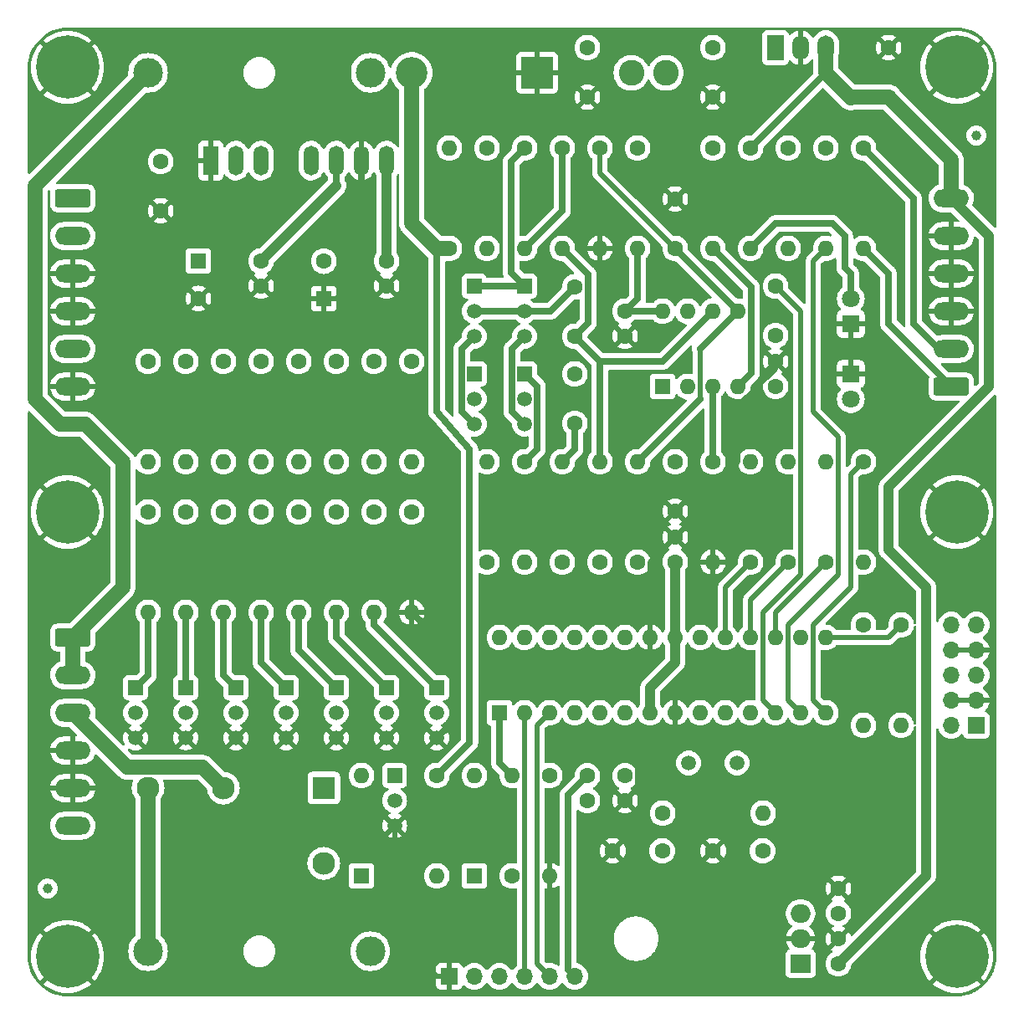
<source format=gtl>
G04 #@! TF.GenerationSoftware,KiCad,Pcbnew,7.0.7*
G04 #@! TF.CreationDate,2023-11-18T21:36:32+01:00*
G04 #@! TF.ProjectId,Mod2Arinc,4d6f6432-4172-4696-9e63-2e6b69636164,rev?*
G04 #@! TF.SameCoordinates,Original*
G04 #@! TF.FileFunction,Copper,L1,Top*
G04 #@! TF.FilePolarity,Positive*
%FSLAX46Y46*%
G04 Gerber Fmt 4.6, Leading zero omitted, Abs format (unit mm)*
G04 Created by KiCad (PCBNEW 7.0.7) date 2023-11-18 21:36:32*
%MOMM*%
%LPD*%
G01*
G04 APERTURE LIST*
G04 Aperture macros list*
%AMRoundRect*
0 Rectangle with rounded corners*
0 $1 Rounding radius*
0 $2 $3 $4 $5 $6 $7 $8 $9 X,Y pos of 4 corners*
0 Add a 4 corners polygon primitive as box body*
4,1,4,$2,$3,$4,$5,$6,$7,$8,$9,$2,$3,0*
0 Add four circle primitives for the rounded corners*
1,1,$1+$1,$2,$3*
1,1,$1+$1,$4,$5*
1,1,$1+$1,$6,$7*
1,1,$1+$1,$8,$9*
0 Add four rect primitives between the rounded corners*
20,1,$1+$1,$2,$3,$4,$5,0*
20,1,$1+$1,$4,$5,$6,$7,0*
20,1,$1+$1,$6,$7,$8,$9,0*
20,1,$1+$1,$8,$9,$2,$3,0*%
G04 Aperture macros list end*
G04 #@! TA.AperFunction,ComponentPad*
%ADD10R,1.500000X1.500000*%
G04 #@! TD*
G04 #@! TA.AperFunction,ComponentPad*
%ADD11C,1.500000*%
G04 #@! TD*
G04 #@! TA.AperFunction,ComponentPad*
%ADD12C,1.600000*%
G04 #@! TD*
G04 #@! TA.AperFunction,ComponentPad*
%ADD13C,3.600000*%
G04 #@! TD*
G04 #@! TA.AperFunction,ConnectorPad*
%ADD14C,6.400000*%
G04 #@! TD*
G04 #@! TA.AperFunction,ComponentPad*
%ADD15O,1.600000X1.600000*%
G04 #@! TD*
G04 #@! TA.AperFunction,ComponentPad*
%ADD16R,1.600000X1.600000*%
G04 #@! TD*
G04 #@! TA.AperFunction,ComponentPad*
%ADD17C,3.000000*%
G04 #@! TD*
G04 #@! TA.AperFunction,SMDPad,CuDef*
%ADD18C,1.000000*%
G04 #@! TD*
G04 #@! TA.AperFunction,ComponentPad*
%ADD19R,1.700000X2.500000*%
G04 #@! TD*
G04 #@! TA.AperFunction,ComponentPad*
%ADD20O,1.700000X2.500000*%
G04 #@! TD*
G04 #@! TA.AperFunction,ComponentPad*
%ADD21R,1.500000X3.000000*%
G04 #@! TD*
G04 #@! TA.AperFunction,ComponentPad*
%ADD22O,1.500000X3.000000*%
G04 #@! TD*
G04 #@! TA.AperFunction,ComponentPad*
%ADD23R,1.700000X1.700000*%
G04 #@! TD*
G04 #@! TA.AperFunction,ComponentPad*
%ADD24O,1.700000X1.700000*%
G04 #@! TD*
G04 #@! TA.AperFunction,ComponentPad*
%ADD25R,2.000000X1.905000*%
G04 #@! TD*
G04 #@! TA.AperFunction,ComponentPad*
%ADD26O,2.000000X1.905000*%
G04 #@! TD*
G04 #@! TA.AperFunction,ComponentPad*
%ADD27R,3.200000X3.200000*%
G04 #@! TD*
G04 #@! TA.AperFunction,ComponentPad*
%ADD28O,3.200000X3.200000*%
G04 #@! TD*
G04 #@! TA.AperFunction,ComponentPad*
%ADD29R,2.300000X2.300000*%
G04 #@! TD*
G04 #@! TA.AperFunction,ComponentPad*
%ADD30C,2.300000*%
G04 #@! TD*
G04 #@! TA.AperFunction,ComponentPad*
%ADD31C,2.600000*%
G04 #@! TD*
G04 #@! TA.AperFunction,ComponentPad*
%ADD32O,3.600000X1.800000*%
G04 #@! TD*
G04 #@! TA.AperFunction,ComponentPad*
%ADD33RoundRect,0.250000X-1.550000X0.650000X-1.550000X-0.650000X1.550000X-0.650000X1.550000X0.650000X0*%
G04 #@! TD*
G04 #@! TA.AperFunction,ComponentPad*
%ADD34R,1.800000X1.800000*%
G04 #@! TD*
G04 #@! TA.AperFunction,ComponentPad*
%ADD35C,1.800000*%
G04 #@! TD*
G04 #@! TA.AperFunction,ComponentPad*
%ADD36RoundRect,0.250000X1.550000X-0.650000X1.550000X0.650000X-1.550000X0.650000X-1.550000X-0.650000X0*%
G04 #@! TD*
G04 #@! TA.AperFunction,Conductor*
%ADD37C,0.500000*%
G04 #@! TD*
G04 #@! TA.AperFunction,Conductor*
%ADD38C,1.500000*%
G04 #@! TD*
G04 #@! TA.AperFunction,Conductor*
%ADD39C,0.700000*%
G04 #@! TD*
G04 #@! TA.AperFunction,Conductor*
%ADD40C,1.000000*%
G04 #@! TD*
G04 #@! TA.AperFunction,Conductor*
%ADD41C,0.400000*%
G04 #@! TD*
G04 APERTURE END LIST*
D10*
X166980000Y-117770000D03*
D11*
X166980000Y-120310000D03*
X166980000Y-122850000D03*
D12*
X206350000Y-86030000D03*
X206350000Y-91030000D03*
D13*
X155000000Y-55000000D03*
D14*
X155000000Y-55000000D03*
D12*
X189840000Y-100000000D03*
D15*
X189840000Y-110160000D03*
D12*
X211430000Y-79680000D03*
X211430000Y-82180000D03*
D10*
X201270000Y-86030000D03*
D11*
X201270000Y-88570000D03*
X201270000Y-91110000D03*
D12*
X220320000Y-94920000D03*
D15*
X220320000Y-105080000D03*
D12*
X174600000Y-100000000D03*
D15*
X174600000Y-110160000D03*
D16*
X196190000Y-136830000D03*
D15*
X196190000Y-126670000D03*
D12*
X182220000Y-84760000D03*
D15*
X182220000Y-94920000D03*
D12*
X174600000Y-84760000D03*
D15*
X174600000Y-94920000D03*
D12*
X201270000Y-94920000D03*
D15*
X201270000Y-105080000D03*
D12*
X197460000Y-63170000D03*
D15*
X197460000Y-73330000D03*
D12*
X163170000Y-100000000D03*
D15*
X163170000Y-110160000D03*
D12*
X216510000Y-73330000D03*
X216510000Y-68330000D03*
D17*
X163170000Y-144450000D03*
X185670000Y-144450000D03*
X163170000Y-55550000D03*
X185670000Y-55550000D03*
D13*
X245000000Y-55000000D03*
D14*
X245000000Y-55000000D03*
D12*
X220320000Y-63170000D03*
D15*
X220320000Y-73330000D03*
D16*
X215240000Y-87300000D03*
D15*
X217780000Y-87300000D03*
X220320000Y-87300000D03*
X222860000Y-87300000D03*
X222860000Y-79680000D03*
X220320000Y-79680000D03*
X217780000Y-79680000D03*
X215240000Y-79680000D03*
D12*
X235560000Y-94920000D03*
D15*
X235560000Y-105080000D03*
D12*
X226670000Y-84760000D03*
X226670000Y-87260000D03*
D10*
X196190000Y-77140000D03*
D11*
X196190000Y-79680000D03*
X196190000Y-82220000D03*
D13*
X155000000Y-145000000D03*
D14*
X155000000Y-145000000D03*
D10*
X177140000Y-117780000D03*
D11*
X177140000Y-120320000D03*
X177140000Y-122860000D03*
D12*
X211430000Y-126710000D03*
X211430000Y-129210000D03*
D13*
X155000000Y-100000000D03*
D14*
X155000000Y-100000000D03*
D12*
X233020000Y-145720000D03*
X233020000Y-143220000D03*
X192380000Y-126670000D03*
D15*
X192380000Y-136830000D03*
D18*
X246990000Y-61900000D03*
D12*
X235560000Y-111430000D03*
D15*
X235560000Y-121590000D03*
D12*
X197460000Y-105080000D03*
D15*
X197460000Y-94920000D03*
D16*
X168250000Y-74600000D03*
D12*
X168250000Y-78400000D03*
X178410000Y-84760000D03*
D15*
X178410000Y-94920000D03*
D10*
X187300000Y-117780000D03*
D11*
X187300000Y-120320000D03*
X187300000Y-122860000D03*
D12*
X186030000Y-84760000D03*
D15*
X186030000Y-94920000D03*
D10*
X182220000Y-117780000D03*
D11*
X182220000Y-120320000D03*
X182220000Y-122860000D03*
D13*
X245000000Y-100000000D03*
D14*
X245000000Y-100000000D03*
D12*
X170790000Y-84760000D03*
D15*
X170790000Y-94920000D03*
D12*
X227940000Y-105080000D03*
D15*
X227940000Y-94920000D03*
D12*
X189840000Y-84760000D03*
D15*
X189840000Y-94920000D03*
D12*
X170790000Y-100000000D03*
D15*
X170790000Y-110160000D03*
D12*
X233020000Y-140600000D03*
X233020000Y-138100000D03*
D18*
X153010000Y-138100000D03*
D12*
X215240000Y-130480000D03*
D15*
X225400000Y-130480000D03*
D12*
X203810000Y-126670000D03*
D15*
X203810000Y-136830000D03*
D12*
X186030000Y-100000000D03*
D15*
X186030000Y-110160000D03*
D12*
X200000000Y-136830000D03*
D15*
X200000000Y-126670000D03*
D12*
X205080000Y-63170000D03*
D15*
X205080000Y-73330000D03*
D12*
X224130000Y-63170000D03*
D15*
X224130000Y-73330000D03*
D12*
X224130000Y-105080000D03*
D15*
X224130000Y-94920000D03*
D12*
X164440000Y-64520000D03*
X164440000Y-69520000D03*
X163170000Y-84760000D03*
D15*
X163170000Y-94920000D03*
D12*
X174600000Y-74600000D03*
X174600000Y-77100000D03*
X207620000Y-53010000D03*
X207620000Y-58010000D03*
D16*
X180950000Y-78410000D03*
D12*
X180950000Y-74610000D03*
D19*
X226670000Y-53010000D03*
D20*
X229210000Y-53010000D03*
X231750000Y-53010000D03*
D12*
X231750000Y-63170000D03*
D15*
X231750000Y-73330000D03*
D21*
X169520000Y-64440000D03*
D22*
X172060000Y-64440000D03*
X174600000Y-64440000D03*
X179680000Y-64440000D03*
X182220000Y-64440000D03*
X184760000Y-64440000D03*
X187300000Y-64440000D03*
D12*
X212700000Y-105080000D03*
D15*
X212700000Y-94920000D03*
D10*
X161900000Y-117780000D03*
D11*
X161900000Y-120320000D03*
X161900000Y-122860000D03*
D13*
X245000000Y-145000000D03*
D14*
X245000000Y-145000000D03*
D12*
X207620000Y-129210000D03*
X207620000Y-126710000D03*
X215200000Y-134290000D03*
X210200000Y-134290000D03*
D16*
X198730000Y-120320000D03*
D15*
X201270000Y-120320000D03*
X203810000Y-120320000D03*
X206350000Y-120320000D03*
X208890000Y-120320000D03*
X211430000Y-120320000D03*
X213970000Y-120320000D03*
X216510000Y-120320000D03*
X219050000Y-120320000D03*
X221590000Y-120320000D03*
X224130000Y-120320000D03*
X226670000Y-120320000D03*
X229210000Y-120320000D03*
X231750000Y-120320000D03*
X231750000Y-112700000D03*
X229210000Y-112700000D03*
X226670000Y-112700000D03*
X224130000Y-112700000D03*
X221590000Y-112700000D03*
X219050000Y-112700000D03*
X216510000Y-112700000D03*
X213970000Y-112700000D03*
X211430000Y-112700000D03*
X208890000Y-112700000D03*
X206350000Y-112700000D03*
X203810000Y-112700000D03*
X201270000Y-112700000D03*
X198730000Y-112700000D03*
D23*
X193650000Y-146990000D03*
D24*
X196190000Y-146990000D03*
X198730000Y-146990000D03*
X201270000Y-146990000D03*
X203810000Y-146990000D03*
X206350000Y-146990000D03*
D12*
X227940000Y-63170000D03*
D15*
X227940000Y-73330000D03*
D12*
X216510000Y-94920000D03*
X216510000Y-99920000D03*
X216510000Y-105040000D03*
X216510000Y-102540000D03*
X205080000Y-105080000D03*
D15*
X205080000Y-94920000D03*
D12*
X178410000Y-100000000D03*
D15*
X178410000Y-110160000D03*
D12*
X208890000Y-105080000D03*
D15*
X208890000Y-94920000D03*
D12*
X182220000Y-100000000D03*
D15*
X182220000Y-110160000D03*
D16*
X184760000Y-136830000D03*
D15*
X184760000Y-126670000D03*
D12*
X201270000Y-63170000D03*
D15*
X201270000Y-73330000D03*
D12*
X235560000Y-63170000D03*
D15*
X235560000Y-73330000D03*
D12*
X166980000Y-100000000D03*
D15*
X166980000Y-110160000D03*
D10*
X172060000Y-117780000D03*
D11*
X172060000Y-120320000D03*
X172060000Y-122860000D03*
D12*
X239370000Y-111430000D03*
D15*
X239370000Y-121590000D03*
D25*
X229210000Y-145720000D03*
D26*
X229210000Y-143180000D03*
X229210000Y-140640000D03*
D27*
X202540000Y-55550000D03*
D28*
X189840000Y-55550000D03*
D12*
X225360000Y-134290000D03*
X220360000Y-134290000D03*
D11*
X217870000Y-125400000D03*
X222770000Y-125400000D03*
D12*
X226670000Y-77140000D03*
X226670000Y-82140000D03*
D10*
X188120000Y-126660000D03*
D11*
X188120000Y-129200000D03*
X188120000Y-131740000D03*
D12*
X231750000Y-105080000D03*
D15*
X231750000Y-94920000D03*
D12*
X206350000Y-77220000D03*
X206350000Y-82220000D03*
X238100000Y-58010000D03*
X238100000Y-53010000D03*
D10*
X196190000Y-86030000D03*
D11*
X196190000Y-88570000D03*
X196190000Y-91110000D03*
D29*
X180950000Y-127940000D03*
D30*
X170790000Y-127940000D03*
X163170000Y-127940000D03*
X180950000Y-135560000D03*
D12*
X220320000Y-53010000D03*
X220320000Y-58010000D03*
D10*
X192380000Y-117780000D03*
D11*
X192380000Y-120320000D03*
X192380000Y-122860000D03*
D12*
X193650000Y-73330000D03*
D15*
X193650000Y-63170000D03*
D12*
X212700000Y-63170000D03*
D15*
X212700000Y-73330000D03*
D12*
X208890000Y-63170000D03*
D15*
X208890000Y-73330000D03*
D12*
X187300000Y-77100000D03*
X187300000Y-74600000D03*
D10*
X201270000Y-77140000D03*
D11*
X201270000Y-79680000D03*
X201270000Y-82220000D03*
D12*
X166980000Y-84760000D03*
D15*
X166980000Y-94920000D03*
D31*
X212075837Y-55557712D03*
X215575837Y-55557712D03*
D32*
X155550000Y-131750000D03*
X155550000Y-127940000D03*
X155550000Y-124130000D03*
X155550000Y-120320000D03*
X155550000Y-116510000D03*
D33*
X155550000Y-112700000D03*
D34*
X234290000Y-80950000D03*
D35*
X234290000Y-78410000D03*
D23*
X246990000Y-121590000D03*
D24*
X244450000Y-121590000D03*
X246990000Y-119050000D03*
X244450000Y-119050000D03*
X246990000Y-116510000D03*
X244450000Y-116510000D03*
X246990000Y-113970000D03*
X244450000Y-113970000D03*
X246990000Y-111430000D03*
X244450000Y-111430000D03*
D33*
X155550000Y-68250000D03*
D32*
X155550000Y-72060000D03*
X155550000Y-75870000D03*
X155550000Y-79680000D03*
X155550000Y-83490000D03*
X155550000Y-87300000D03*
D36*
X244450000Y-87300000D03*
D32*
X244450000Y-83490000D03*
X244450000Y-79680000D03*
X244450000Y-75870000D03*
X244450000Y-72060000D03*
X244450000Y-68250000D03*
D34*
X234290000Y-86030000D03*
D35*
X234290000Y-88570000D03*
D37*
X231142500Y-139977500D02*
X233020000Y-138100000D01*
X231142500Y-143179999D02*
X231142500Y-139977500D01*
X229210000Y-143180000D02*
X231142500Y-143179999D01*
X226670000Y-143180000D02*
X229210000Y-143180000D01*
X226670000Y-140600000D02*
X226670000Y-143180000D01*
X220360000Y-134290000D02*
X226670000Y-140600000D01*
D38*
X193650000Y-73330000D02*
X192380000Y-73330000D01*
D39*
X192380000Y-126670000D02*
X195719999Y-123330001D01*
D38*
X189840000Y-70790000D02*
X189840000Y-55550000D01*
D39*
X195719999Y-93650000D02*
X192380000Y-89840000D01*
D38*
X192380000Y-73330000D02*
X189840000Y-70790000D01*
D39*
X192380000Y-89840000D02*
X192380000Y-73330000D01*
X195719999Y-123330001D02*
X195719999Y-93650000D01*
D37*
X184790000Y-75840000D02*
X184790000Y-74590000D01*
X212740000Y-136830000D02*
X210200000Y-134290000D01*
X217820000Y-136830000D02*
X212740000Y-136830000D01*
D39*
X194341446Y-114500479D02*
X194335458Y-121008452D01*
D37*
X165710000Y-70790000D02*
X165710000Y-75870000D01*
X229210000Y-143140000D02*
X229210000Y-143180000D01*
X202540000Y-55550000D02*
X200000000Y-55550000D01*
D39*
X189840000Y-110160000D02*
X194341446Y-114500479D01*
D37*
X217780000Y-67060000D02*
X217780000Y-60550000D01*
X165720000Y-75870000D02*
X168250000Y-78400000D01*
X217780000Y-60550000D02*
X220320000Y-58010000D01*
X216510000Y-102540000D02*
X213970000Y-105080000D01*
D39*
X184790000Y-74590000D02*
X184760000Y-74590000D01*
D37*
X217780000Y-101190000D02*
X217780000Y-101270000D01*
X212700000Y-131790000D02*
X210200000Y-134290000D01*
X226670000Y-84760000D02*
X226670000Y-85492233D01*
X217780000Y-101270000D02*
X216510000Y-102540000D01*
X208890000Y-79640000D02*
X208890000Y-73330000D01*
X188120000Y-131740000D02*
X188120000Y-142730000D01*
X216510000Y-68330000D02*
X217780000Y-67060000D01*
X202540000Y-55550000D02*
X203810000Y-56820000D01*
X211430000Y-129210000D02*
X212700000Y-130480000D01*
X188120000Y-142730000D02*
X192380000Y-146990000D01*
X212700000Y-130480000D02*
X212700000Y-131790000D01*
X211430000Y-82180000D02*
X208890000Y-79640000D01*
D39*
X184760000Y-64440000D02*
X184760000Y-74590000D01*
D37*
X212700000Y-127940000D02*
X211430000Y-129210000D01*
X202540000Y-55550000D02*
X205160000Y-55550000D01*
X183490000Y-54280000D02*
X184760000Y-53010000D01*
X222880000Y-89282233D02*
X222880000Y-94900000D01*
X183490000Y-60630000D02*
X183490000Y-54280000D01*
X212700000Y-125400000D02*
X212700000Y-127940000D01*
X184760000Y-64440000D02*
X184760000Y-61900000D01*
X184760000Y-61900000D02*
X183490000Y-60630000D01*
X220320000Y-97460000D02*
X218970000Y-97460000D01*
X218970000Y-97460000D02*
X216510000Y-99920000D01*
X220360000Y-134290000D02*
X217820000Y-136830000D01*
D39*
X187300000Y-77100000D02*
X184790000Y-74590000D01*
D37*
X216510000Y-120320000D02*
X216510000Y-121590000D01*
X197460000Y-53010000D02*
X184760000Y-53010000D01*
X216510000Y-121590000D02*
X212700000Y-125400000D01*
X222880000Y-94900000D02*
X220320000Y-97460000D01*
X216510000Y-99920000D02*
X217780000Y-101190000D01*
X164440000Y-69520000D02*
X165710000Y-70790000D01*
X180950000Y-78410000D02*
X182220000Y-78410000D01*
X200000000Y-55550000D02*
X197460000Y-53010000D01*
X213970000Y-105080000D02*
X213970000Y-112700000D01*
D39*
X194335458Y-121008452D02*
X192380000Y-122860000D01*
D37*
X226670000Y-85492233D02*
X222880000Y-89282233D01*
X193650000Y-146990000D02*
X192380000Y-146990000D01*
X155550000Y-75870000D02*
X165710000Y-75870000D01*
X205160000Y-55550000D02*
X207620000Y-58010000D01*
X165710000Y-75870000D02*
X165720000Y-75870000D01*
X182220000Y-78410000D02*
X184790000Y-75840000D01*
D39*
X198730000Y-125400000D02*
X200000000Y-126670000D01*
X198730000Y-120320000D02*
X198730000Y-125400000D01*
X205676489Y-146316489D02*
X206350000Y-146990000D01*
X207620000Y-126710000D02*
X205676489Y-128653511D01*
X205676489Y-128653511D02*
X205676489Y-146316489D01*
D40*
X213970000Y-120320000D02*
X213970000Y-117780000D01*
X213970000Y-117780000D02*
X216510000Y-115240000D01*
X216510000Y-115240000D02*
X216510000Y-112700000D01*
X216510000Y-112700000D02*
X216510000Y-105040000D01*
D38*
X238100000Y-58010000D02*
X244450000Y-64360000D01*
D40*
X241910000Y-107620000D02*
X238100000Y-103810000D01*
D38*
X234290000Y-58090000D02*
X234370000Y-58010000D01*
X231750000Y-53010000D02*
X231750000Y-55550000D01*
D40*
X238100000Y-97460000D02*
X248260000Y-87300000D01*
D38*
X244450000Y-64360000D02*
X244450000Y-68250000D01*
D40*
X248260000Y-72060000D02*
X244450000Y-68250000D01*
X241910000Y-136830000D02*
X241910000Y-107620000D01*
D38*
X231750000Y-55550000D02*
X234290000Y-58090000D01*
X234370000Y-58010000D02*
X238100000Y-58010000D01*
D40*
X238100000Y-103810000D02*
X238100000Y-97460000D01*
D39*
X224130000Y-63170000D02*
X231750000Y-55550000D01*
D40*
X233020000Y-145720000D02*
X241910000Y-136830000D01*
X248260000Y-87300000D02*
X248260000Y-72060000D01*
X182220000Y-66980000D02*
X174600000Y-74600000D01*
D39*
X182220000Y-64440000D02*
X182220000Y-66980000D01*
X196190000Y-82220000D02*
X194890000Y-83520000D01*
X194890000Y-89810000D02*
X196190000Y-91110000D01*
X194890000Y-83520000D02*
X194890000Y-89810000D01*
D40*
X187300000Y-64440000D02*
X187300000Y-74600000D01*
D39*
X199970000Y-83520000D02*
X199970000Y-89810000D01*
X199970000Y-89810000D02*
X201270000Y-91110000D01*
X201270000Y-82220000D02*
X199970000Y-83520000D01*
D38*
X154280000Y-91110000D02*
X156820000Y-91110000D01*
X151750000Y-88580000D02*
X154280000Y-91110000D01*
X156820000Y-91110000D02*
X160630000Y-94920000D01*
X160630000Y-107620000D02*
X155550000Y-112700000D01*
X151750000Y-66970000D02*
X151750000Y-88580000D01*
X163170000Y-55550000D02*
X151750000Y-66970000D01*
X160630000Y-94920000D02*
X160630000Y-107620000D01*
X155550000Y-112700000D02*
X155550000Y-116510000D01*
X163170000Y-127940000D02*
X163170000Y-144450000D01*
D39*
X238100000Y-80950000D02*
X244450000Y-87300000D01*
X238100000Y-75870000D02*
X238100000Y-80950000D01*
X235560000Y-73330000D02*
X238100000Y-75870000D01*
D37*
X244450000Y-87300000D02*
X243180000Y-87300000D01*
D39*
X240640000Y-68250000D02*
X240640000Y-80950000D01*
X243180000Y-83490000D02*
X244450000Y-83490000D01*
X240640000Y-80950000D02*
X243180000Y-83490000D01*
X235560000Y-63170000D02*
X240640000Y-68250000D01*
D37*
X201270000Y-120320000D02*
X201270000Y-146990000D01*
X202540000Y-121590000D02*
X202540000Y-145720000D01*
X203810000Y-120320000D02*
X202540000Y-121590000D01*
D39*
X203890000Y-146910000D02*
X203810000Y-146990000D01*
D37*
X202540000Y-145720000D02*
X203810000Y-146990000D01*
D39*
X156820000Y-68250000D02*
X155550000Y-68250000D01*
D37*
X155550000Y-72060000D02*
X156820000Y-72060000D01*
D41*
X155550000Y-83490000D02*
X156820000Y-83490000D01*
D38*
X168690000Y-125840000D02*
X170790000Y-127940000D01*
X155550000Y-120320000D02*
X161070000Y-125840000D01*
X161070000Y-125840000D02*
X168690000Y-125840000D01*
D37*
X221590000Y-107620000D02*
X224130000Y-105080000D01*
X221590000Y-112700000D02*
X221590000Y-107620000D01*
X229210000Y-106350000D02*
X229210000Y-79680000D01*
X226670000Y-120320000D02*
X225420000Y-119070000D01*
X229210000Y-79680000D02*
X226670000Y-77140000D01*
X225420000Y-119070000D02*
X225420000Y-110140000D01*
X225420000Y-110140000D02*
X229210000Y-106350000D01*
X230480000Y-74600000D02*
X231750000Y-73330000D01*
X227960000Y-119070000D02*
X227960000Y-111410000D01*
X227960000Y-111410000D02*
X233020000Y-106350000D01*
X229210000Y-120320000D02*
X227960000Y-119070000D01*
X230480000Y-74600000D02*
X230480000Y-89840000D01*
X230480000Y-89840000D02*
X233020000Y-92380000D01*
X233020000Y-106350000D02*
X233020000Y-92380000D01*
X224130000Y-112700000D02*
X224130000Y-108890000D01*
X224130000Y-108890000D02*
X227940000Y-105080000D01*
X226670000Y-110160000D02*
X231750000Y-105080000D01*
X226670000Y-112700000D02*
X226670000Y-110160000D01*
X231750000Y-112700000D02*
X238100000Y-112700000D01*
X238100000Y-112700000D02*
X239370000Y-111430000D01*
X230500000Y-119070000D02*
X230500000Y-111410000D01*
X234290000Y-96190000D02*
X235560000Y-94920000D01*
X231750000Y-120320000D02*
X230500000Y-119070000D01*
X234290000Y-107620000D02*
X234290000Y-96190000D01*
X230500000Y-111410000D02*
X234290000Y-107620000D01*
D39*
X206350000Y-91030000D02*
X206350000Y-93650000D01*
X206350000Y-93650000D02*
X205080000Y-94920000D01*
X220320000Y-87300000D02*
X220320000Y-94920000D01*
X196190000Y-79680000D02*
X201270000Y-79680000D01*
X203890000Y-79680000D02*
X206350000Y-77220000D01*
X201270000Y-79680000D02*
X203890000Y-79680000D01*
X205080000Y-73330000D02*
X207700000Y-75950000D01*
X207700000Y-75950000D02*
X207700000Y-80870000D01*
X208890000Y-84760000D02*
X206350000Y-82220000D01*
X220320000Y-79680000D02*
X215240000Y-84760000D01*
X215240000Y-84760000D02*
X208890000Y-84760000D01*
X207700000Y-80870000D02*
X206350000Y-82220000D01*
X208890000Y-94920000D02*
X208890000Y-84760000D01*
X212700000Y-94920000D02*
X219070000Y-88550000D01*
X216510000Y-73330000D02*
X222860000Y-79680000D01*
D37*
X216510000Y-73330000D02*
X208890000Y-65710000D01*
D39*
X222860000Y-79680000D02*
X219070000Y-83470000D01*
D37*
X208890000Y-65710000D02*
X208890000Y-63170000D01*
X219070000Y-88550000D02*
X219070000Y-83470000D01*
D39*
X211430000Y-79680000D02*
X215240000Y-79680000D01*
X212700000Y-73330000D02*
X212700000Y-78410000D01*
X212700000Y-78410000D02*
X211430000Y-79680000D01*
X224210000Y-85950000D02*
X222860000Y-87300000D01*
X220320000Y-73330000D02*
X224210000Y-77220000D01*
X224210000Y-77220000D02*
X224210000Y-85950000D01*
X226670000Y-70790000D02*
X232405138Y-70790000D01*
X233664177Y-75244177D02*
X234290000Y-75870000D01*
X224130000Y-73330000D02*
X226670000Y-70790000D01*
X232405138Y-70790000D02*
X233664177Y-72049039D01*
X233664177Y-72049039D02*
X233664177Y-75244177D01*
X234290000Y-75870000D02*
X234290000Y-78410000D01*
X163170000Y-110160000D02*
X163170000Y-116510000D01*
X163170000Y-116510000D02*
X161900000Y-117780000D01*
X166980000Y-110160000D02*
X166980000Y-117780000D01*
X170790000Y-110160000D02*
X170790000Y-116510000D01*
X170790000Y-116510000D02*
X172060000Y-117780000D01*
X174600000Y-110160000D02*
X174600000Y-115240000D01*
X174600000Y-115240000D02*
X177140000Y-117780000D01*
X178410000Y-113970000D02*
X182220000Y-117780000D01*
X178410000Y-110160000D02*
X178410000Y-113970000D01*
X182220000Y-112700000D02*
X187300000Y-117780000D01*
X182220000Y-110160000D02*
X182220000Y-112700000D01*
X186030000Y-111430000D02*
X192380000Y-117780000D01*
X186030000Y-110160000D02*
X186030000Y-111430000D01*
X202570000Y-87330000D02*
X202570000Y-93620000D01*
X202570000Y-93620000D02*
X201270000Y-94920000D01*
X201270000Y-86030000D02*
X202570000Y-87330000D01*
X199920000Y-75790000D02*
X201270000Y-77140000D01*
X199920000Y-64520000D02*
X199920000Y-75790000D01*
X201270000Y-63170000D02*
X199920000Y-64520000D01*
X196190000Y-77140000D02*
X201270000Y-77140000D01*
X205080000Y-69520000D02*
X201270000Y-73330000D01*
X205080000Y-63170000D02*
X205080000Y-69520000D01*
G04 #@! TA.AperFunction,Conductor*
G36*
X245001424Y-51000566D02*
G01*
X245366164Y-51017429D01*
X245371857Y-51017955D01*
X245732074Y-51068204D01*
X245737693Y-51069254D01*
X246091732Y-51152523D01*
X246097224Y-51154086D01*
X246442078Y-51269669D01*
X246447388Y-51271726D01*
X246780114Y-51418638D01*
X246785231Y-51421186D01*
X246812544Y-51436400D01*
X247102955Y-51598159D01*
X247107826Y-51601175D01*
X247407875Y-51806712D01*
X247412434Y-51810155D01*
X247644105Y-52002531D01*
X247692239Y-52042501D01*
X247696473Y-52046361D01*
X247953638Y-52303526D01*
X247957496Y-52307758D01*
X248189842Y-52587561D01*
X248193287Y-52592124D01*
X248398824Y-52892173D01*
X248401840Y-52897044D01*
X248578812Y-53214767D01*
X248581365Y-53219894D01*
X248728268Y-53552600D01*
X248730332Y-53557927D01*
X248845911Y-53902768D01*
X248847479Y-53908279D01*
X248930743Y-54262298D01*
X248931796Y-54267930D01*
X248982042Y-54628129D01*
X248982570Y-54633835D01*
X248999433Y-54998573D01*
X248999499Y-55001437D01*
X248999499Y-71085217D01*
X248979814Y-71152256D01*
X248927010Y-71198011D01*
X248857852Y-71207955D01*
X248794296Y-71178930D01*
X248787818Y-71172898D01*
X246628730Y-69013810D01*
X246595245Y-68952487D01*
X246600229Y-68882795D01*
X246605680Y-68870320D01*
X246654207Y-68774074D01*
X246724016Y-68546123D01*
X246754298Y-68309654D01*
X246753339Y-68287087D01*
X246746784Y-68132761D01*
X246744180Y-68071468D01*
X246738159Y-68043532D01*
X246693954Y-67838419D01*
X246629296Y-67677513D01*
X246605064Y-67617210D01*
X246480069Y-67414205D01*
X246322564Y-67235245D01*
X246137080Y-67085477D01*
X245928954Y-66969210D01*
X245803058Y-66924728D01*
X245783190Y-66917708D01*
X245726538Y-66876814D01*
X245700988Y-66811783D01*
X245700500Y-66800791D01*
X245700500Y-64433696D01*
X245700889Y-64426758D01*
X245705237Y-64388172D01*
X245700639Y-64319976D01*
X245700500Y-64315821D01*
X245700500Y-64303850D01*
X245700500Y-64303845D01*
X245696721Y-64261858D01*
X245690096Y-64163588D01*
X245689027Y-64159348D01*
X245685768Y-64140169D01*
X245685377Y-64135812D01*
X245659166Y-64040840D01*
X245635096Y-63945316D01*
X245633290Y-63941340D01*
X245626654Y-63923039D01*
X245625493Y-63918830D01*
X245614399Y-63895794D01*
X245582749Y-63830071D01*
X245542008Y-63740377D01*
X245542007Y-63740374D01*
X245539517Y-63736780D01*
X245529725Y-63719964D01*
X245527831Y-63716030D01*
X245469921Y-63636322D01*
X245413826Y-63555354D01*
X245413823Y-63555350D01*
X245413820Y-63555346D01*
X245410729Y-63552255D01*
X245398093Y-63537461D01*
X245395521Y-63533921D01*
X245395519Y-63533919D01*
X245324320Y-63465846D01*
X243758474Y-61900000D01*
X245984659Y-61900000D01*
X246003975Y-62096129D01*
X246003976Y-62096132D01*
X246026369Y-62169953D01*
X246061188Y-62284733D01*
X246154086Y-62458532D01*
X246154090Y-62458539D01*
X246279116Y-62610883D01*
X246431460Y-62735909D01*
X246431467Y-62735913D01*
X246605266Y-62828811D01*
X246605269Y-62828811D01*
X246605273Y-62828814D01*
X246793868Y-62886024D01*
X246990000Y-62905341D01*
X247186132Y-62886024D01*
X247374727Y-62828814D01*
X247548538Y-62735910D01*
X247700883Y-62610883D01*
X247825910Y-62458538D01*
X247894155Y-62330861D01*
X247918811Y-62284733D01*
X247918811Y-62284732D01*
X247918814Y-62284727D01*
X247976024Y-62096132D01*
X247995341Y-61900000D01*
X247976024Y-61703868D01*
X247918814Y-61515273D01*
X247918811Y-61515269D01*
X247918811Y-61515266D01*
X247825913Y-61341467D01*
X247825909Y-61341460D01*
X247700883Y-61189116D01*
X247548539Y-61064090D01*
X247548532Y-61064086D01*
X247374733Y-60971188D01*
X247374727Y-60971186D01*
X247186132Y-60913976D01*
X247186129Y-60913975D01*
X246990000Y-60894659D01*
X246793870Y-60913975D01*
X246605266Y-60971188D01*
X246431467Y-61064086D01*
X246431460Y-61064090D01*
X246279116Y-61189116D01*
X246154090Y-61341460D01*
X246154086Y-61341467D01*
X246061188Y-61515266D01*
X246003975Y-61703870D01*
X245984659Y-61900000D01*
X243758474Y-61900000D01*
X239258985Y-57400511D01*
X239234283Y-57365233D01*
X239231009Y-57358212D01*
X239230568Y-57357266D01*
X239230566Y-57357264D01*
X239230566Y-57357262D01*
X239100045Y-57170858D01*
X238939141Y-57009954D01*
X238752734Y-56879432D01*
X238752732Y-56879431D01*
X238546497Y-56783261D01*
X238546488Y-56783258D01*
X238326697Y-56724366D01*
X238326693Y-56724365D01*
X238326692Y-56724365D01*
X238326691Y-56724364D01*
X238326686Y-56724364D01*
X238100002Y-56704532D01*
X238099998Y-56704532D01*
X237873313Y-56724364D01*
X237873302Y-56724366D01*
X237757950Y-56755275D01*
X237725857Y-56759500D01*
X234779336Y-56759500D01*
X234712297Y-56739815D01*
X234691655Y-56723181D01*
X233036819Y-55068344D01*
X233003334Y-55007021D01*
X233002579Y-55000000D01*
X241294922Y-55000000D01*
X241315219Y-55387287D01*
X241375886Y-55770323D01*
X241375887Y-55770330D01*
X241476262Y-56144936D01*
X241615244Y-56506994D01*
X241791310Y-56852543D01*
X242002531Y-57177793D01*
X242211095Y-57435350D01*
X242211096Y-57435350D01*
X243607413Y-56039032D01*
X243668736Y-56005547D01*
X243738427Y-56010531D01*
X243789381Y-56046179D01*
X243865130Y-56134870D01*
X243917295Y-56179423D01*
X243953816Y-56210615D01*
X243992009Y-56269122D01*
X243992507Y-56338990D01*
X243960965Y-56392586D01*
X242564648Y-57788903D01*
X242564649Y-57788904D01*
X242822206Y-57997468D01*
X243147456Y-58208689D01*
X243493005Y-58384755D01*
X243855063Y-58523737D01*
X244229669Y-58624112D01*
X244229676Y-58624113D01*
X244612712Y-58684780D01*
X244999999Y-58705078D01*
X245000001Y-58705078D01*
X245387287Y-58684780D01*
X245770323Y-58624113D01*
X245770330Y-58624112D01*
X246144936Y-58523737D01*
X246506994Y-58384755D01*
X246852543Y-58208689D01*
X247177783Y-57997476D01*
X247177785Y-57997475D01*
X247435349Y-57788902D01*
X246039033Y-56392586D01*
X246005548Y-56331263D01*
X246010532Y-56261571D01*
X246046180Y-56210617D01*
X246134870Y-56134870D01*
X246210617Y-56046180D01*
X246269121Y-56007990D01*
X246338989Y-56007490D01*
X246392586Y-56039033D01*
X247788902Y-57435349D01*
X247997475Y-57177785D01*
X247997476Y-57177783D01*
X248208689Y-56852543D01*
X248384755Y-56506994D01*
X248523737Y-56144936D01*
X248624112Y-55770330D01*
X248624113Y-55770323D01*
X248684780Y-55387287D01*
X248705078Y-55000000D01*
X248705078Y-54999999D01*
X248684780Y-54612712D01*
X248624113Y-54229676D01*
X248624112Y-54229669D01*
X248523737Y-53855063D01*
X248384755Y-53493005D01*
X248208689Y-53147456D01*
X247997468Y-52822206D01*
X247788904Y-52564649D01*
X247788903Y-52564648D01*
X246392586Y-53960965D01*
X246331263Y-53994450D01*
X246261571Y-53989466D01*
X246210615Y-53953816D01*
X246185021Y-53923850D01*
X246134870Y-53865130D01*
X246046179Y-53789381D01*
X246007989Y-53730878D01*
X246007489Y-53661010D01*
X246039032Y-53607413D01*
X247435350Y-52211096D01*
X247435350Y-52211095D01*
X247177793Y-52002531D01*
X246852543Y-51791310D01*
X246506994Y-51615244D01*
X246144936Y-51476262D01*
X245770330Y-51375887D01*
X245770323Y-51375886D01*
X245387287Y-51315219D01*
X245000001Y-51294922D01*
X244999999Y-51294922D01*
X244612712Y-51315219D01*
X244229676Y-51375886D01*
X244229669Y-51375887D01*
X243855063Y-51476262D01*
X243493005Y-51615244D01*
X243147456Y-51791310D01*
X242822206Y-52002531D01*
X242564648Y-52211095D01*
X242564648Y-52211096D01*
X243960966Y-53607413D01*
X243994451Y-53668736D01*
X243989467Y-53738428D01*
X243953817Y-53789384D01*
X243865130Y-53865130D01*
X243789384Y-53953817D01*
X243730877Y-53992010D01*
X243661009Y-53992508D01*
X243607413Y-53960966D01*
X242211096Y-52564648D01*
X242211095Y-52564648D01*
X242002531Y-52822206D01*
X241791310Y-53147456D01*
X241615244Y-53493005D01*
X241476262Y-53855063D01*
X241375887Y-54229669D01*
X241375886Y-54229676D01*
X241315219Y-54612712D01*
X241294922Y-54999999D01*
X241294922Y-55000000D01*
X233002579Y-55000000D01*
X233000500Y-54980663D01*
X233000500Y-53951340D01*
X233012117Y-53898936D01*
X233023903Y-53873663D01*
X233085063Y-53645408D01*
X233100500Y-53468966D01*
X233100500Y-53010002D01*
X236795034Y-53010002D01*
X236814858Y-53236599D01*
X236814860Y-53236610D01*
X236873730Y-53456317D01*
X236873734Y-53456326D01*
X236969865Y-53662481D01*
X236969866Y-53662483D01*
X237020973Y-53735471D01*
X237020973Y-53735472D01*
X237562580Y-53193865D01*
X237623903Y-53160380D01*
X237693594Y-53165364D01*
X237749528Y-53207235D01*
X237760742Y-53225246D01*
X237766527Y-53236599D01*
X237772358Y-53248044D01*
X237772363Y-53248050D01*
X237861949Y-53337636D01*
X237861951Y-53337637D01*
X237861955Y-53337641D01*
X237884747Y-53349254D01*
X237935542Y-53397228D01*
X237952337Y-53465049D01*
X237929799Y-53531184D01*
X237916132Y-53547419D01*
X237374526Y-54089025D01*
X237374526Y-54089026D01*
X237447512Y-54140131D01*
X237447516Y-54140133D01*
X237653673Y-54236265D01*
X237653682Y-54236269D01*
X237873389Y-54295139D01*
X237873400Y-54295141D01*
X238099998Y-54314966D01*
X238100002Y-54314966D01*
X238326599Y-54295141D01*
X238326610Y-54295139D01*
X238546317Y-54236269D01*
X238546331Y-54236264D01*
X238752478Y-54140136D01*
X238825472Y-54089025D01*
X238283866Y-53547419D01*
X238250381Y-53486096D01*
X238255365Y-53416404D01*
X238297237Y-53360471D01*
X238315245Y-53349258D01*
X238338045Y-53337641D01*
X238427641Y-53248045D01*
X238439254Y-53225252D01*
X238487225Y-53174458D01*
X238555046Y-53157661D01*
X238621181Y-53180197D01*
X238637419Y-53193866D01*
X239179025Y-53735472D01*
X239230136Y-53662478D01*
X239326264Y-53456331D01*
X239326269Y-53456317D01*
X239385139Y-53236610D01*
X239385141Y-53236599D01*
X239404966Y-53010002D01*
X239404966Y-53009997D01*
X239385141Y-52783400D01*
X239385139Y-52783389D01*
X239326269Y-52563682D01*
X239326265Y-52563673D01*
X239230133Y-52357516D01*
X239230131Y-52357512D01*
X239179026Y-52284526D01*
X239179025Y-52284526D01*
X238637419Y-52826132D01*
X238576096Y-52859617D01*
X238506404Y-52854633D01*
X238450471Y-52812761D01*
X238439256Y-52794751D01*
X238427641Y-52771955D01*
X238427637Y-52771951D01*
X238427636Y-52771949D01*
X238338050Y-52682363D01*
X238338044Y-52682358D01*
X238328109Y-52677296D01*
X238315250Y-52670744D01*
X238264456Y-52622773D01*
X238247660Y-52554952D01*
X238270197Y-52488817D01*
X238283865Y-52472580D01*
X238825472Y-51930973D01*
X238752483Y-51879866D01*
X238752481Y-51879865D01*
X238546326Y-51783734D01*
X238546317Y-51783730D01*
X238326610Y-51724860D01*
X238326599Y-51724858D01*
X238100002Y-51705034D01*
X238099998Y-51705034D01*
X237873400Y-51724858D01*
X237873389Y-51724860D01*
X237653682Y-51783730D01*
X237653673Y-51783734D01*
X237447513Y-51879868D01*
X237374526Y-51930973D01*
X237916133Y-52472580D01*
X237949618Y-52533903D01*
X237944634Y-52603595D01*
X237902762Y-52659528D01*
X237884748Y-52670745D01*
X237861956Y-52682358D01*
X237861949Y-52682363D01*
X237772363Y-52771949D01*
X237772358Y-52771956D01*
X237760745Y-52794748D01*
X237712770Y-52845544D01*
X237644949Y-52862338D01*
X237578814Y-52839800D01*
X237562580Y-52826133D01*
X237020973Y-52284526D01*
X236969868Y-52357513D01*
X236873734Y-52563673D01*
X236873730Y-52563682D01*
X236814860Y-52783389D01*
X236814858Y-52783400D01*
X236795034Y-53009997D01*
X236795034Y-53010002D01*
X233100500Y-53010002D01*
X233100500Y-52551034D01*
X233085063Y-52374592D01*
X233023903Y-52146337D01*
X232924035Y-51932171D01*
X232923197Y-51930973D01*
X232788494Y-51738597D01*
X232621402Y-51571506D01*
X232621395Y-51571501D01*
X232427834Y-51435967D01*
X232427830Y-51435965D01*
X232427830Y-51435964D01*
X232213663Y-51336097D01*
X232213659Y-51336096D01*
X232213655Y-51336094D01*
X231985413Y-51274938D01*
X231985403Y-51274936D01*
X231750001Y-51254341D01*
X231749999Y-51254341D01*
X231514596Y-51274936D01*
X231514586Y-51274938D01*
X231286344Y-51336094D01*
X231286335Y-51336098D01*
X231072171Y-51435964D01*
X231072169Y-51435965D01*
X230878597Y-51571505D01*
X230711508Y-51738594D01*
X230581269Y-51924595D01*
X230526692Y-51968219D01*
X230457193Y-51975412D01*
X230394839Y-51943890D01*
X230378119Y-51924594D01*
X230248113Y-51738926D01*
X230248108Y-51738920D01*
X230081082Y-51571894D01*
X229887578Y-51436399D01*
X229673492Y-51336570D01*
X229673486Y-51336567D01*
X229460000Y-51279364D01*
X229460000Y-52296341D01*
X229440315Y-52363380D01*
X229387511Y-52409135D01*
X229319815Y-52419280D01*
X229249333Y-52410001D01*
X229249328Y-52410000D01*
X229249323Y-52410000D01*
X229170677Y-52410000D01*
X229170671Y-52410000D01*
X229170666Y-52410001D01*
X229100185Y-52419280D01*
X229031150Y-52408514D01*
X228978894Y-52362134D01*
X228960000Y-52296341D01*
X228960000Y-51279364D01*
X228959999Y-51279364D01*
X228746513Y-51336567D01*
X228746507Y-51336570D01*
X228532422Y-51436399D01*
X228532420Y-51436400D01*
X228338926Y-51571886D01*
X228216865Y-51693947D01*
X228155542Y-51727431D01*
X228085850Y-51722447D01*
X228029917Y-51680575D01*
X228013002Y-51649598D01*
X227963797Y-51517671D01*
X227963793Y-51517664D01*
X227877547Y-51402455D01*
X227877544Y-51402452D01*
X227762335Y-51316206D01*
X227762328Y-51316202D01*
X227627482Y-51265908D01*
X227627483Y-51265908D01*
X227567883Y-51259501D01*
X227567881Y-51259500D01*
X227567873Y-51259500D01*
X227567864Y-51259500D01*
X225772129Y-51259500D01*
X225772123Y-51259501D01*
X225712516Y-51265908D01*
X225577671Y-51316202D01*
X225577664Y-51316206D01*
X225462455Y-51402452D01*
X225462452Y-51402455D01*
X225376206Y-51517664D01*
X225376202Y-51517671D01*
X225325908Y-51652517D01*
X225319501Y-51712116D01*
X225319500Y-51712135D01*
X225319500Y-54307870D01*
X225319501Y-54307876D01*
X225325908Y-54367483D01*
X225376202Y-54502328D01*
X225376206Y-54502335D01*
X225462452Y-54617544D01*
X225462455Y-54617547D01*
X225577664Y-54703793D01*
X225577671Y-54703797D01*
X225712517Y-54754091D01*
X225712516Y-54754091D01*
X225719444Y-54754835D01*
X225772127Y-54760500D01*
X227567872Y-54760499D01*
X227627483Y-54754091D01*
X227762331Y-54703796D01*
X227877546Y-54617546D01*
X227963796Y-54502331D01*
X228013002Y-54370401D01*
X228054872Y-54314468D01*
X228120337Y-54290050D01*
X228188610Y-54304901D01*
X228216865Y-54326053D01*
X228338917Y-54448105D01*
X228532421Y-54583600D01*
X228746507Y-54683429D01*
X228746516Y-54683433D01*
X228960000Y-54740634D01*
X228960000Y-53723658D01*
X228979685Y-53656619D01*
X229032489Y-53610864D01*
X229100184Y-53600719D01*
X229170677Y-53610000D01*
X229170684Y-53610000D01*
X229249316Y-53610000D01*
X229249323Y-53610000D01*
X229319815Y-53600719D01*
X229388849Y-53611484D01*
X229441105Y-53657864D01*
X229460000Y-53723658D01*
X229460000Y-54740633D01*
X229673483Y-54683433D01*
X229673492Y-54683429D01*
X229887577Y-54583600D01*
X229887579Y-54583599D01*
X230081073Y-54448113D01*
X230081079Y-54448108D01*
X230248108Y-54281079D01*
X230248111Y-54281075D01*
X230273924Y-54244211D01*
X230328501Y-54200585D01*
X230397999Y-54193391D01*
X230460354Y-54224913D01*
X230495769Y-54285143D01*
X230499500Y-54315333D01*
X230499500Y-55476293D01*
X230499110Y-55483231D01*
X230497677Y-55495956D01*
X230494762Y-55521823D01*
X230494761Y-55521832D01*
X230496065Y-55541162D01*
X230480934Y-55609373D01*
X230460027Y-55637183D01*
X224265304Y-61831905D01*
X224203981Y-61865390D01*
X224166818Y-61867752D01*
X224130004Y-61864532D01*
X224129998Y-61864532D01*
X223903313Y-61884364D01*
X223903302Y-61884366D01*
X223683511Y-61943258D01*
X223683502Y-61943261D01*
X223477267Y-62039431D01*
X223477265Y-62039432D01*
X223290858Y-62169954D01*
X223129954Y-62330858D01*
X222999432Y-62517265D01*
X222999431Y-62517267D01*
X222903261Y-62723502D01*
X222903258Y-62723511D01*
X222844366Y-62943302D01*
X222844364Y-62943313D01*
X222824532Y-63169998D01*
X222824532Y-63170001D01*
X222844364Y-63396686D01*
X222844366Y-63396697D01*
X222903258Y-63616488D01*
X222903261Y-63616497D01*
X222999431Y-63822732D01*
X222999432Y-63822734D01*
X223129954Y-64009141D01*
X223290858Y-64170045D01*
X223319357Y-64190000D01*
X223477266Y-64300568D01*
X223683504Y-64396739D01*
X223903308Y-64455635D01*
X224065230Y-64469801D01*
X224129998Y-64475468D01*
X224130000Y-64475468D01*
X224130002Y-64475468D01*
X224186673Y-64470509D01*
X224356692Y-64455635D01*
X224576496Y-64396739D01*
X224782734Y-64300568D01*
X224969139Y-64170047D01*
X225130047Y-64009139D01*
X225260568Y-63822734D01*
X225356739Y-63616496D01*
X225415635Y-63396692D01*
X225435468Y-63170001D01*
X226634532Y-63170001D01*
X226654364Y-63396686D01*
X226654366Y-63396697D01*
X226713258Y-63616488D01*
X226713261Y-63616497D01*
X226809431Y-63822732D01*
X226809432Y-63822734D01*
X226939954Y-64009141D01*
X227100858Y-64170045D01*
X227129357Y-64190000D01*
X227287266Y-64300568D01*
X227493504Y-64396739D01*
X227713308Y-64455635D01*
X227875230Y-64469801D01*
X227939998Y-64475468D01*
X227940000Y-64475468D01*
X227940002Y-64475468D01*
X227996673Y-64470509D01*
X228166692Y-64455635D01*
X228386496Y-64396739D01*
X228592734Y-64300568D01*
X228779139Y-64170047D01*
X228940047Y-64009139D01*
X229070568Y-63822734D01*
X229166739Y-63616496D01*
X229225635Y-63396692D01*
X229245468Y-63170001D01*
X230444532Y-63170001D01*
X230464364Y-63396686D01*
X230464366Y-63396697D01*
X230523258Y-63616488D01*
X230523261Y-63616497D01*
X230619431Y-63822732D01*
X230619432Y-63822734D01*
X230749954Y-64009141D01*
X230910858Y-64170045D01*
X230939357Y-64190000D01*
X231097266Y-64300568D01*
X231303504Y-64396739D01*
X231523308Y-64455635D01*
X231685230Y-64469801D01*
X231749998Y-64475468D01*
X231750000Y-64475468D01*
X231750002Y-64475468D01*
X231806672Y-64470509D01*
X231976692Y-64455635D01*
X232196496Y-64396739D01*
X232402734Y-64300568D01*
X232589139Y-64170047D01*
X232750047Y-64009139D01*
X232880568Y-63822734D01*
X232976739Y-63616496D01*
X233035635Y-63396692D01*
X233055468Y-63170000D01*
X233053301Y-63145236D01*
X233044622Y-63046027D01*
X233035635Y-62943308D01*
X232976739Y-62723504D01*
X232880568Y-62517266D01*
X232750047Y-62330861D01*
X232750045Y-62330858D01*
X232589141Y-62169954D01*
X232402734Y-62039432D01*
X232402732Y-62039431D01*
X232196497Y-61943261D01*
X232196488Y-61943258D01*
X231976697Y-61884366D01*
X231976693Y-61884365D01*
X231976692Y-61884365D01*
X231976691Y-61884364D01*
X231976686Y-61884364D01*
X231750002Y-61864532D01*
X231749998Y-61864532D01*
X231523313Y-61884364D01*
X231523302Y-61884366D01*
X231303511Y-61943258D01*
X231303502Y-61943261D01*
X231097267Y-62039431D01*
X231097265Y-62039432D01*
X230910858Y-62169954D01*
X230749954Y-62330858D01*
X230619432Y-62517265D01*
X230619431Y-62517267D01*
X230523261Y-62723502D01*
X230523258Y-62723511D01*
X230464366Y-62943302D01*
X230464364Y-62943313D01*
X230444532Y-63169998D01*
X230444532Y-63170001D01*
X229245468Y-63170001D01*
X229245468Y-63170000D01*
X229243301Y-63145236D01*
X229234622Y-63046027D01*
X229225635Y-62943308D01*
X229166739Y-62723504D01*
X229070568Y-62517266D01*
X228940047Y-62330861D01*
X228940045Y-62330858D01*
X228779141Y-62169954D01*
X228592734Y-62039432D01*
X228592732Y-62039431D01*
X228386497Y-61943261D01*
X228386488Y-61943258D01*
X228166697Y-61884366D01*
X228166693Y-61884365D01*
X228166692Y-61884365D01*
X228166691Y-61884364D01*
X228166686Y-61884364D01*
X227940002Y-61864532D01*
X227939998Y-61864532D01*
X227713313Y-61884364D01*
X227713302Y-61884366D01*
X227493511Y-61943258D01*
X227493502Y-61943261D01*
X227287267Y-62039431D01*
X227287265Y-62039432D01*
X227100858Y-62169954D01*
X226939954Y-62330858D01*
X226809432Y-62517265D01*
X226809431Y-62517267D01*
X226713261Y-62723502D01*
X226713258Y-62723511D01*
X226654366Y-62943302D01*
X226654364Y-62943313D01*
X226634532Y-63169998D01*
X226634532Y-63170001D01*
X225435468Y-63170001D01*
X225435468Y-63170000D01*
X225432246Y-63133181D01*
X225446011Y-63064685D01*
X225468090Y-63034697D01*
X231379478Y-57123309D01*
X231440799Y-57089826D01*
X231510491Y-57094810D01*
X231554835Y-57123309D01*
X232566674Y-58135148D01*
X233384928Y-58953402D01*
X233386851Y-58955413D01*
X233442906Y-59016740D01*
X233442911Y-59016745D01*
X233442914Y-59016748D01*
X233509043Y-59067098D01*
X233511170Y-59068794D01*
X233574981Y-59122068D01*
X233595905Y-59133941D01*
X233602858Y-59138530D01*
X233622005Y-59153108D01*
X233668390Y-59176742D01*
X233696052Y-59190837D01*
X233698474Y-59192139D01*
X233770755Y-59233153D01*
X233786468Y-59238651D01*
X233793451Y-59241095D01*
X233801129Y-59244377D01*
X233822563Y-59255298D01*
X233822565Y-59255299D01*
X233902160Y-59279199D01*
X233904765Y-59280045D01*
X233983217Y-59307498D01*
X234006975Y-59311260D01*
X234015104Y-59313115D01*
X234038149Y-59320036D01*
X234120761Y-59329343D01*
X234123451Y-59329708D01*
X234205540Y-59342710D01*
X234229596Y-59342169D01*
X234237912Y-59342543D01*
X234261827Y-59345238D01*
X234344778Y-59339644D01*
X234347465Y-59339523D01*
X234430577Y-59337659D01*
X234454152Y-59332831D01*
X234462398Y-59331714D01*
X234486412Y-59330096D01*
X234566966Y-59309797D01*
X234569674Y-59309178D01*
X234651096Y-59292508D01*
X234673430Y-59283548D01*
X234681345Y-59280975D01*
X234704683Y-59275096D01*
X234712375Y-59271601D01*
X234763659Y-59260500D01*
X237530664Y-59260500D01*
X237597703Y-59280185D01*
X237618345Y-59296819D01*
X243163181Y-64841655D01*
X243196666Y-64902978D01*
X243199500Y-64929336D01*
X243199500Y-66798218D01*
X243179815Y-66865257D01*
X243127011Y-66911012D01*
X243106748Y-66918216D01*
X243081754Y-66924724D01*
X243081742Y-66924728D01*
X242864519Y-67022919D01*
X242864511Y-67022924D01*
X242667006Y-67156413D01*
X242666997Y-67156421D01*
X242494881Y-67321379D01*
X242353123Y-67513050D01*
X242353120Y-67513054D01*
X242245796Y-67725920D01*
X242245793Y-67725926D01*
X242175983Y-67953878D01*
X242145702Y-68190346D01*
X242155819Y-68428528D01*
X242155819Y-68428532D01*
X242206045Y-68661580D01*
X242288759Y-68867419D01*
X242294936Y-68882790D01*
X242419931Y-69085795D01*
X242577436Y-69264755D01*
X242762920Y-69414523D01*
X242971046Y-69530790D01*
X243123943Y-69584812D01*
X243195829Y-69610211D01*
X243430790Y-69650499D01*
X243430798Y-69650499D01*
X243430800Y-69650500D01*
X244384217Y-69650500D01*
X244451256Y-69670185D01*
X244471898Y-69686819D01*
X245233398Y-70448319D01*
X245266883Y-70509642D01*
X245261899Y-70579334D01*
X245220027Y-70635267D01*
X245154563Y-70659684D01*
X245145717Y-70660000D01*
X244700000Y-70660000D01*
X244700000Y-71346341D01*
X244680315Y-71413380D01*
X244627511Y-71459135D01*
X244559815Y-71469280D01*
X244489333Y-71460001D01*
X244489328Y-71460000D01*
X244489323Y-71460000D01*
X244410677Y-71460000D01*
X244410671Y-71460000D01*
X244410666Y-71460001D01*
X244340185Y-71469280D01*
X244271150Y-71458514D01*
X244218894Y-71412134D01*
X244200000Y-71346341D01*
X244200000Y-70660000D01*
X243490522Y-70660000D01*
X243312549Y-70675147D01*
X243312546Y-70675148D01*
X243081921Y-70735197D01*
X242864758Y-70833360D01*
X242864755Y-70833362D01*
X242667311Y-70966812D01*
X242667309Y-70966814D01*
X242495263Y-71131706D01*
X242353549Y-71323316D01*
X242246257Y-71536115D01*
X242176475Y-71763979D01*
X242170582Y-71810000D01*
X243736342Y-71810000D01*
X243803381Y-71829685D01*
X243849136Y-71882489D01*
X243859280Y-71950183D01*
X243844823Y-72060000D01*
X243859280Y-72169816D01*
X243848516Y-72238849D01*
X243802136Y-72291105D01*
X243736342Y-72310000D01*
X242171734Y-72310000D01*
X242206525Y-72471433D01*
X242295383Y-72692562D01*
X242420333Y-72895494D01*
X242577780Y-73074389D01*
X242577786Y-73074396D01*
X242763194Y-73224102D01*
X242763204Y-73224109D01*
X242971248Y-73340331D01*
X243195947Y-73419722D01*
X243195961Y-73419726D01*
X243430832Y-73459999D01*
X243430843Y-73460000D01*
X244200000Y-73460000D01*
X244200000Y-72773658D01*
X244219685Y-72706619D01*
X244272489Y-72660864D01*
X244340184Y-72650719D01*
X244410677Y-72660000D01*
X244410684Y-72660000D01*
X244489316Y-72660000D01*
X244489323Y-72660000D01*
X244559815Y-72650719D01*
X244628849Y-72661484D01*
X244681105Y-72707864D01*
X244700000Y-72773658D01*
X244700000Y-73460000D01*
X245409478Y-73460000D01*
X245587450Y-73444852D01*
X245587453Y-73444851D01*
X245818078Y-73384802D01*
X246035241Y-73286639D01*
X246035244Y-73286637D01*
X246232688Y-73153187D01*
X246232690Y-73153185D01*
X246404736Y-72988293D01*
X246546450Y-72796683D01*
X246653741Y-72583884D01*
X246723526Y-72356012D01*
X246738846Y-72236376D01*
X246766886Y-72172379D01*
X246825074Y-72133702D01*
X246894935Y-72132623D01*
X246949523Y-72164444D01*
X247223181Y-72438102D01*
X247256666Y-72499425D01*
X247259500Y-72525783D01*
X247259499Y-86834217D01*
X247239814Y-86901256D01*
X247223180Y-86921898D01*
X246962180Y-87182899D01*
X246900857Y-87216384D01*
X246831166Y-87211400D01*
X246775232Y-87169529D01*
X246750815Y-87104064D01*
X246750499Y-87095218D01*
X246750499Y-86599998D01*
X246750498Y-86599981D01*
X246739999Y-86497203D01*
X246739998Y-86497200D01*
X246732271Y-86473881D01*
X246684814Y-86330666D01*
X246592712Y-86181344D01*
X246468656Y-86057288D01*
X246366912Y-85994532D01*
X246319336Y-85965187D01*
X246319331Y-85965185D01*
X246253929Y-85943513D01*
X246152797Y-85910001D01*
X246152795Y-85910000D01*
X246050016Y-85899500D01*
X246050009Y-85899500D01*
X244303650Y-85899500D01*
X244236611Y-85879815D01*
X244215969Y-85863181D01*
X243454970Y-85102181D01*
X243421485Y-85040858D01*
X243426469Y-84971166D01*
X243468341Y-84915233D01*
X243533805Y-84890816D01*
X243542651Y-84890500D01*
X245409502Y-84890500D01*
X245587536Y-84875347D01*
X245587539Y-84875346D01*
X245587541Y-84875346D01*
X245818249Y-84815275D01*
X245950973Y-84755279D01*
X246035480Y-84717080D01*
X246035481Y-84717078D01*
X246035486Y-84717077D01*
X246190453Y-84612338D01*
X246232993Y-84583586D01*
X246232994Y-84583584D01*
X246233003Y-84583579D01*
X246405118Y-84418621D01*
X246546879Y-84226947D01*
X246654207Y-84014074D01*
X246724016Y-83786123D01*
X246754298Y-83549654D01*
X246753718Y-83536011D01*
X246745841Y-83350567D01*
X246744180Y-83311468D01*
X246735365Y-83270568D01*
X246693954Y-83078419D01*
X246673244Y-83026881D01*
X246605064Y-82857210D01*
X246480069Y-82654205D01*
X246322564Y-82475245D01*
X246137080Y-82325477D01*
X245957803Y-82225326D01*
X245928955Y-82209210D01*
X245704170Y-82129788D01*
X245469209Y-82089500D01*
X245469200Y-82089500D01*
X243490503Y-82089500D01*
X243490498Y-82089500D01*
X243312463Y-82104652D01*
X243131236Y-82151840D01*
X243061399Y-82149683D01*
X243012310Y-82119522D01*
X242277653Y-81384865D01*
X241526818Y-80634029D01*
X241493334Y-80572707D01*
X241490500Y-80546349D01*
X241490500Y-79430000D01*
X242170582Y-79430000D01*
X243736342Y-79430000D01*
X243803381Y-79449685D01*
X243849136Y-79502489D01*
X243859280Y-79570183D01*
X243844823Y-79680000D01*
X243859280Y-79789816D01*
X243848516Y-79858849D01*
X243802136Y-79911105D01*
X243736342Y-79930000D01*
X242171734Y-79930000D01*
X242206525Y-80091433D01*
X242295383Y-80312562D01*
X242420333Y-80515494D01*
X242577780Y-80694389D01*
X242577786Y-80694396D01*
X242763194Y-80844102D01*
X242763204Y-80844109D01*
X242971248Y-80960331D01*
X243195947Y-81039722D01*
X243195961Y-81039726D01*
X243430832Y-81079999D01*
X243430843Y-81080000D01*
X244200000Y-81080000D01*
X244200000Y-80393658D01*
X244219685Y-80326619D01*
X244272489Y-80280864D01*
X244340184Y-80270719D01*
X244410677Y-80280000D01*
X244410684Y-80280000D01*
X244489316Y-80280000D01*
X244489323Y-80280000D01*
X244559815Y-80270719D01*
X244628849Y-80281484D01*
X244681105Y-80327864D01*
X244700000Y-80393658D01*
X244700000Y-81080000D01*
X245409478Y-81080000D01*
X245587450Y-81064852D01*
X245587453Y-81064851D01*
X245818078Y-81004802D01*
X246035241Y-80906639D01*
X246035244Y-80906637D01*
X246232688Y-80773187D01*
X246232690Y-80773185D01*
X246404736Y-80608293D01*
X246546450Y-80416683D01*
X246653742Y-80203884D01*
X246723524Y-79976020D01*
X246729418Y-79930000D01*
X245163658Y-79930000D01*
X245096619Y-79910315D01*
X245050864Y-79857511D01*
X245040719Y-79789816D01*
X245055177Y-79680000D01*
X245040719Y-79570183D01*
X245051484Y-79501151D01*
X245097864Y-79448895D01*
X245163658Y-79430000D01*
X246728266Y-79430000D01*
X246728265Y-79429999D01*
X246693474Y-79268566D01*
X246604616Y-79047437D01*
X246479666Y-78844505D01*
X246322219Y-78665610D01*
X246322213Y-78665603D01*
X246136805Y-78515897D01*
X246136795Y-78515890D01*
X245928751Y-78399668D01*
X245704052Y-78320277D01*
X245704038Y-78320273D01*
X245469167Y-78280000D01*
X244700000Y-78280000D01*
X244700000Y-78966341D01*
X244680315Y-79033380D01*
X244627511Y-79079135D01*
X244559815Y-79089280D01*
X244489333Y-79080001D01*
X244489328Y-79080000D01*
X244489323Y-79080000D01*
X244410677Y-79080000D01*
X244410671Y-79080000D01*
X244410666Y-79080001D01*
X244340185Y-79089280D01*
X244271150Y-79078514D01*
X244218894Y-79032134D01*
X244200000Y-78966341D01*
X244200000Y-78280000D01*
X243490522Y-78280000D01*
X243312549Y-78295147D01*
X243312546Y-78295148D01*
X243081921Y-78355197D01*
X242864758Y-78453360D01*
X242864755Y-78453362D01*
X242667311Y-78586812D01*
X242667309Y-78586814D01*
X242495263Y-78751706D01*
X242353549Y-78943316D01*
X242246257Y-79156115D01*
X242176475Y-79383979D01*
X242170582Y-79430000D01*
X241490500Y-79430000D01*
X241490500Y-75620000D01*
X242170582Y-75620000D01*
X243736342Y-75620000D01*
X243803381Y-75639685D01*
X243849136Y-75692489D01*
X243859280Y-75760183D01*
X243844823Y-75870000D01*
X243859280Y-75979816D01*
X243848516Y-76048849D01*
X243802136Y-76101105D01*
X243736342Y-76120000D01*
X242171734Y-76120000D01*
X242206525Y-76281433D01*
X242295383Y-76502562D01*
X242420333Y-76705494D01*
X242577780Y-76884389D01*
X242577786Y-76884396D01*
X242763194Y-77034102D01*
X242763204Y-77034109D01*
X242971248Y-77150331D01*
X243195947Y-77229722D01*
X243195961Y-77229726D01*
X243430832Y-77269999D01*
X243430843Y-77270000D01*
X244200000Y-77270000D01*
X244200000Y-76583658D01*
X244219685Y-76516619D01*
X244272489Y-76470864D01*
X244340184Y-76460719D01*
X244410677Y-76470000D01*
X244410684Y-76470000D01*
X244489316Y-76470000D01*
X244489323Y-76470000D01*
X244559815Y-76460719D01*
X244628849Y-76471484D01*
X244681105Y-76517864D01*
X244700000Y-76583658D01*
X244700000Y-77270000D01*
X245409478Y-77270000D01*
X245587450Y-77254852D01*
X245587453Y-77254851D01*
X245818078Y-77194802D01*
X246035241Y-77096639D01*
X246035244Y-77096637D01*
X246232688Y-76963187D01*
X246232690Y-76963185D01*
X246404736Y-76798293D01*
X246546450Y-76606683D01*
X246653742Y-76393884D01*
X246723524Y-76166020D01*
X246729418Y-76120000D01*
X245163658Y-76120000D01*
X245096619Y-76100315D01*
X245050864Y-76047511D01*
X245040719Y-75979816D01*
X245055177Y-75870000D01*
X245040719Y-75760183D01*
X245051484Y-75691151D01*
X245097864Y-75638895D01*
X245163658Y-75620000D01*
X246728266Y-75620000D01*
X246728265Y-75619999D01*
X246693474Y-75458566D01*
X246604616Y-75237437D01*
X246479666Y-75034505D01*
X246322219Y-74855610D01*
X246322213Y-74855603D01*
X246136805Y-74705897D01*
X246136795Y-74705890D01*
X245928751Y-74589668D01*
X245704052Y-74510277D01*
X245704038Y-74510273D01*
X245469167Y-74470000D01*
X244700000Y-74470000D01*
X244700000Y-75156341D01*
X244680315Y-75223380D01*
X244627511Y-75269135D01*
X244559815Y-75279280D01*
X244489333Y-75270001D01*
X244489328Y-75270000D01*
X244489323Y-75270000D01*
X244410677Y-75270000D01*
X244410671Y-75270000D01*
X244410666Y-75270001D01*
X244340185Y-75279280D01*
X244271150Y-75268514D01*
X244218894Y-75222134D01*
X244200000Y-75156341D01*
X244200000Y-74470000D01*
X243490522Y-74470000D01*
X243312549Y-74485147D01*
X243312546Y-74485148D01*
X243081921Y-74545197D01*
X242864758Y-74643360D01*
X242864755Y-74643362D01*
X242667311Y-74776812D01*
X242667309Y-74776814D01*
X242495263Y-74941706D01*
X242353549Y-75133316D01*
X242246257Y-75346115D01*
X242176475Y-75573979D01*
X242170582Y-75620000D01*
X241490500Y-75620000D01*
X241490500Y-68287087D01*
X241490705Y-68282052D01*
X241495201Y-68226836D01*
X241490229Y-68190346D01*
X241484270Y-68146607D01*
X241475514Y-68066090D01*
X241475513Y-68066088D01*
X241475513Y-68066084D01*
X241475280Y-68065026D01*
X241470497Y-68044621D01*
X241470227Y-68043532D01*
X241442299Y-67967513D01*
X241427501Y-67923595D01*
X241416444Y-67890779D01*
X241416441Y-67890775D01*
X241416441Y-67890773D01*
X241416006Y-67889831D01*
X241406895Y-67870818D01*
X241406433Y-67869887D01*
X241406432Y-67869884D01*
X241362815Y-67801646D01*
X241321070Y-67732264D01*
X241321069Y-67732263D01*
X241321068Y-67732261D01*
X241320457Y-67731458D01*
X241307493Y-67714874D01*
X241306804Y-67714018D01*
X241306800Y-67714011D01*
X241249539Y-67656750D01*
X241193849Y-67597959D01*
X241193088Y-67597312D01*
X241175881Y-67583092D01*
X236898093Y-63305304D01*
X236864608Y-63243981D01*
X236862246Y-63206819D01*
X236865468Y-63170000D01*
X236845635Y-62943308D01*
X236786739Y-62723504D01*
X236690568Y-62517266D01*
X236560047Y-62330861D01*
X236560045Y-62330858D01*
X236399141Y-62169954D01*
X236212734Y-62039432D01*
X236212732Y-62039431D01*
X236006497Y-61943261D01*
X236006488Y-61943258D01*
X235786697Y-61884366D01*
X235786693Y-61884365D01*
X235786692Y-61884365D01*
X235786691Y-61884364D01*
X235786686Y-61884364D01*
X235560002Y-61864532D01*
X235559998Y-61864532D01*
X235333313Y-61884364D01*
X235333302Y-61884366D01*
X235113511Y-61943258D01*
X235113502Y-61943261D01*
X234907267Y-62039431D01*
X234907265Y-62039432D01*
X234720858Y-62169954D01*
X234559954Y-62330858D01*
X234429432Y-62517265D01*
X234429431Y-62517267D01*
X234333261Y-62723502D01*
X234333258Y-62723511D01*
X234274366Y-62943302D01*
X234274364Y-62943313D01*
X234254532Y-63169998D01*
X234254532Y-63170001D01*
X234274364Y-63396686D01*
X234274366Y-63396697D01*
X234333258Y-63616488D01*
X234333261Y-63616497D01*
X234429431Y-63822732D01*
X234429432Y-63822734D01*
X234559954Y-64009141D01*
X234720858Y-64170045D01*
X234749357Y-64190000D01*
X234907266Y-64300568D01*
X235113504Y-64396739D01*
X235333308Y-64455635D01*
X235560000Y-64475468D01*
X235596816Y-64472246D01*
X235665313Y-64486011D01*
X235695304Y-64508093D01*
X239753180Y-68565969D01*
X239786665Y-68627292D01*
X239789499Y-68653650D01*
X239789500Y-80912911D01*
X239789295Y-80917945D01*
X239784798Y-80973163D01*
X239795729Y-81053392D01*
X239805187Y-81140355D01*
X239792867Y-81209130D01*
X239745319Y-81260326D01*
X239677642Y-81277689D01*
X239611320Y-81255707D01*
X239594233Y-81241444D01*
X238986819Y-80634029D01*
X238953334Y-80572706D01*
X238950500Y-80546348D01*
X238950500Y-75907087D01*
X238950705Y-75902052D01*
X238952186Y-75883854D01*
X238955201Y-75846833D01*
X238944272Y-75766623D01*
X238935514Y-75686090D01*
X238935511Y-75686081D01*
X238935293Y-75685091D01*
X238930493Y-75664608D01*
X238930225Y-75663529D01*
X238902305Y-75587530D01*
X238876444Y-75510779D01*
X238875980Y-75509776D01*
X238866947Y-75490923D01*
X238866434Y-75489891D01*
X238866432Y-75489884D01*
X238822822Y-75421658D01*
X238781070Y-75352264D01*
X238781068Y-75352262D01*
X238781067Y-75352260D01*
X238780455Y-75351455D01*
X238767503Y-75334889D01*
X238766803Y-75334018D01*
X238766799Y-75334011D01*
X238709557Y-75276769D01*
X238702326Y-75269135D01*
X238653848Y-75217957D01*
X238653108Y-75217328D01*
X238635875Y-75203087D01*
X236898093Y-73465304D01*
X236864608Y-73403981D01*
X236862246Y-73366819D01*
X236865468Y-73330000D01*
X236845635Y-73103308D01*
X236786739Y-72883504D01*
X236690568Y-72677266D01*
X236560047Y-72490861D01*
X236560045Y-72490858D01*
X236399141Y-72329954D01*
X236212734Y-72199432D01*
X236212732Y-72199431D01*
X236006497Y-72103261D01*
X236006488Y-72103258D01*
X235786697Y-72044366D01*
X235786693Y-72044365D01*
X235786692Y-72044365D01*
X235786691Y-72044364D01*
X235786686Y-72044364D01*
X235560002Y-72024532D01*
X235559998Y-72024532D01*
X235333313Y-72044364D01*
X235333302Y-72044366D01*
X235113511Y-72103258D01*
X235113502Y-72103261D01*
X234907267Y-72199431D01*
X234907265Y-72199432D01*
X234720858Y-72329954D01*
X234718375Y-72332038D01*
X234717062Y-72332612D01*
X234716426Y-72333058D01*
X234716336Y-72332930D01*
X234654365Y-72360046D01*
X234585374Y-72349001D01*
X234533306Y-72302410D01*
X234514677Y-72237042D01*
X234514677Y-72086126D01*
X234514882Y-72081091D01*
X234519378Y-72025875D01*
X234519308Y-72025362D01*
X234508447Y-71945646D01*
X234499691Y-71865129D01*
X234499690Y-71865127D01*
X234499690Y-71865123D01*
X234499457Y-71864065D01*
X234494674Y-71843660D01*
X234494404Y-71842571D01*
X234466476Y-71766552D01*
X234463396Y-71757411D01*
X234440621Y-71689818D01*
X234440618Y-71689814D01*
X234440618Y-71689812D01*
X234440183Y-71688870D01*
X234431068Y-71669848D01*
X234430610Y-71668926D01*
X234430609Y-71668923D01*
X234386992Y-71600685D01*
X234345247Y-71531303D01*
X234345246Y-71531302D01*
X234345245Y-71531300D01*
X234344634Y-71530497D01*
X234331670Y-71513913D01*
X234330981Y-71513057D01*
X234330977Y-71513050D01*
X234273716Y-71455789D01*
X234218026Y-71396998D01*
X234217265Y-71396351D01*
X234200058Y-71382131D01*
X233623066Y-70805139D01*
X233032745Y-70214818D01*
X233029342Y-70211126D01*
X232993474Y-70168899D01*
X232929029Y-70119909D01*
X232865897Y-70069162D01*
X232865896Y-70069161D01*
X232865892Y-70069158D01*
X232865886Y-70069155D01*
X232864992Y-70068583D01*
X232847157Y-70057520D01*
X232846202Y-70056946D01*
X232772698Y-70022939D01*
X232700165Y-69986966D01*
X232699119Y-69986582D01*
X232679298Y-69979602D01*
X232678302Y-69979266D01*
X232599211Y-69961858D01*
X232520632Y-69942315D01*
X232519722Y-69942191D01*
X232498644Y-69939610D01*
X232497639Y-69939501D01*
X232497635Y-69939500D01*
X232497630Y-69939500D01*
X232416669Y-69939500D01*
X232335702Y-69937306D01*
X232334658Y-69937391D01*
X232312490Y-69939500D01*
X226707087Y-69939500D01*
X226702052Y-69939295D01*
X226646835Y-69934798D01*
X226646828Y-69934799D01*
X226566624Y-69945726D01*
X226486085Y-69954486D01*
X226485234Y-69954674D01*
X226464535Y-69959524D01*
X226463527Y-69959774D01*
X226387531Y-69987694D01*
X226310776Y-70013556D01*
X226309874Y-70013973D01*
X226290773Y-70023127D01*
X226289886Y-70023567D01*
X226221658Y-70067177D01*
X226152268Y-70108927D01*
X226151489Y-70109519D01*
X226134764Y-70122595D01*
X226134013Y-70123198D01*
X226076769Y-70180441D01*
X226017956Y-70236153D01*
X226017346Y-70236871D01*
X226003091Y-70254119D01*
X224265304Y-71991905D01*
X224203981Y-72025390D01*
X224166818Y-72027752D01*
X224130004Y-72024532D01*
X224129998Y-72024532D01*
X223903313Y-72044364D01*
X223903302Y-72044366D01*
X223683511Y-72103258D01*
X223683502Y-72103261D01*
X223477267Y-72199431D01*
X223477265Y-72199432D01*
X223290858Y-72329954D01*
X223129954Y-72490858D01*
X222999432Y-72677265D01*
X222999431Y-72677267D01*
X222903261Y-72883502D01*
X222903258Y-72883511D01*
X222844366Y-73103302D01*
X222844364Y-73103313D01*
X222824532Y-73329998D01*
X222824532Y-73330001D01*
X222844364Y-73556686D01*
X222844366Y-73556697D01*
X222903258Y-73776488D01*
X222903261Y-73776497D01*
X222999431Y-73982732D01*
X222999432Y-73982734D01*
X223129954Y-74169141D01*
X223290858Y-74330045D01*
X223290861Y-74330047D01*
X223477266Y-74460568D01*
X223683504Y-74556739D01*
X223903308Y-74615635D01*
X224065230Y-74629801D01*
X224129998Y-74635468D01*
X224130000Y-74635468D01*
X224130002Y-74635468D01*
X224186672Y-74630509D01*
X224356692Y-74615635D01*
X224576496Y-74556739D01*
X224782734Y-74460568D01*
X224969139Y-74330047D01*
X225130047Y-74169139D01*
X225260568Y-73982734D01*
X225356739Y-73776496D01*
X225415635Y-73556692D01*
X225435468Y-73330001D01*
X226634532Y-73330001D01*
X226654364Y-73556686D01*
X226654366Y-73556697D01*
X226713258Y-73776488D01*
X226713261Y-73776497D01*
X226809431Y-73982732D01*
X226809432Y-73982734D01*
X226939954Y-74169141D01*
X227100858Y-74330045D01*
X227100861Y-74330047D01*
X227287266Y-74460568D01*
X227493504Y-74556739D01*
X227713308Y-74615635D01*
X227875230Y-74629801D01*
X227939998Y-74635468D01*
X227940000Y-74635468D01*
X227940002Y-74635468D01*
X227996673Y-74630509D01*
X228166692Y-74615635D01*
X228386496Y-74556739D01*
X228592734Y-74460568D01*
X228779139Y-74330047D01*
X228940047Y-74169139D01*
X229070568Y-73982734D01*
X229166739Y-73776496D01*
X229225635Y-73556692D01*
X229245468Y-73330000D01*
X229243420Y-73306596D01*
X229230079Y-73154104D01*
X229225635Y-73103308D01*
X229166739Y-72883504D01*
X229070568Y-72677266D01*
X228940047Y-72490861D01*
X228940045Y-72490858D01*
X228779141Y-72329954D01*
X228592734Y-72199432D01*
X228592732Y-72199431D01*
X228386497Y-72103261D01*
X228386488Y-72103258D01*
X228166697Y-72044366D01*
X228166693Y-72044365D01*
X228166692Y-72044365D01*
X228166691Y-72044364D01*
X228166686Y-72044364D01*
X227940002Y-72024532D01*
X227939998Y-72024532D01*
X227713313Y-72044364D01*
X227713302Y-72044366D01*
X227493511Y-72103258D01*
X227493502Y-72103261D01*
X227287267Y-72199431D01*
X227287265Y-72199432D01*
X227100858Y-72329954D01*
X226939954Y-72490858D01*
X226809432Y-72677265D01*
X226809431Y-72677267D01*
X226713261Y-72883502D01*
X226713258Y-72883511D01*
X226654366Y-73103302D01*
X226654364Y-73103313D01*
X226634532Y-73329998D01*
X226634532Y-73330001D01*
X225435468Y-73330001D01*
X225435468Y-73330000D01*
X225432246Y-73293181D01*
X225446011Y-73224685D01*
X225468090Y-73194697D01*
X226985969Y-71676819D01*
X227047293Y-71643334D01*
X227073651Y-71640500D01*
X232001487Y-71640500D01*
X232068526Y-71660185D01*
X232089168Y-71676819D01*
X232305182Y-71892833D01*
X232338667Y-71954156D01*
X232333683Y-72023848D01*
X232291811Y-72079781D01*
X232226347Y-72104198D01*
X232185408Y-72100289D01*
X231976697Y-72044366D01*
X231976693Y-72044365D01*
X231976692Y-72044365D01*
X231976691Y-72044364D01*
X231976686Y-72044364D01*
X231750002Y-72024532D01*
X231749998Y-72024532D01*
X231523313Y-72044364D01*
X231523302Y-72044366D01*
X231303511Y-72103258D01*
X231303502Y-72103261D01*
X231097267Y-72199431D01*
X231097265Y-72199432D01*
X230910858Y-72329954D01*
X230749954Y-72490858D01*
X230619432Y-72677265D01*
X230619431Y-72677267D01*
X230523261Y-72883502D01*
X230523258Y-72883511D01*
X230464366Y-73103302D01*
X230464364Y-73103313D01*
X230444532Y-73329998D01*
X230444532Y-73330003D01*
X230459129Y-73496861D01*
X230445362Y-73565360D01*
X230423282Y-73595348D01*
X229994358Y-74024272D01*
X229980729Y-74036051D01*
X229961468Y-74050390D01*
X229927898Y-74090397D01*
X229924253Y-74094376D01*
X229918409Y-74100222D01*
X229898059Y-74125959D01*
X229848695Y-74184789D01*
X229844729Y-74190819D01*
X229844682Y-74190788D01*
X229840630Y-74197147D01*
X229840679Y-74197177D01*
X229836889Y-74203321D01*
X229804424Y-74272941D01*
X229769960Y-74341566D01*
X229767488Y-74348357D01*
X229767432Y-74348336D01*
X229764960Y-74355450D01*
X229765015Y-74355469D01*
X229762742Y-74362327D01*
X229747207Y-74437566D01*
X229729501Y-74512270D01*
X229728663Y-74519443D01*
X229728605Y-74519436D01*
X229727837Y-74526950D01*
X229727894Y-74526955D01*
X229727265Y-74534137D01*
X229729500Y-74610916D01*
X229729500Y-78838769D01*
X229709815Y-78905808D01*
X229657011Y-78951563D01*
X229587853Y-78961507D01*
X229524297Y-78932482D01*
X229517819Y-78926450D01*
X227996716Y-77405348D01*
X227963231Y-77344025D01*
X227960869Y-77306863D01*
X227975468Y-77140000D01*
X227971968Y-77100000D01*
X227966377Y-77036090D01*
X227955635Y-76913308D01*
X227899086Y-76702264D01*
X227896741Y-76693511D01*
X227896738Y-76693502D01*
X227892312Y-76684011D01*
X227800568Y-76487266D01*
X227670047Y-76300861D01*
X227670045Y-76300858D01*
X227509141Y-76139954D01*
X227322734Y-76009432D01*
X227322732Y-76009431D01*
X227116497Y-75913261D01*
X227116488Y-75913258D01*
X226896697Y-75854366D01*
X226896693Y-75854365D01*
X226896692Y-75854365D01*
X226896691Y-75854364D01*
X226896686Y-75854364D01*
X226670002Y-75834532D01*
X226669998Y-75834532D01*
X226443313Y-75854364D01*
X226443302Y-75854366D01*
X226223511Y-75913258D01*
X226223502Y-75913261D01*
X226017267Y-76009431D01*
X226017265Y-76009432D01*
X225830858Y-76139954D01*
X225669954Y-76300858D01*
X225539432Y-76487265D01*
X225539431Y-76487267D01*
X225443261Y-76693502D01*
X225443258Y-76693511D01*
X225384366Y-76913302D01*
X225384364Y-76913313D01*
X225364532Y-77139998D01*
X225364532Y-77140001D01*
X225384364Y-77366686D01*
X225384366Y-77366697D01*
X225443258Y-77586488D01*
X225443261Y-77586497D01*
X225539431Y-77792732D01*
X225539432Y-77792734D01*
X225669954Y-77979141D01*
X225830858Y-78140045D01*
X225830861Y-78140047D01*
X226017266Y-78270568D01*
X226223504Y-78366739D01*
X226223509Y-78366740D01*
X226223511Y-78366741D01*
X226252588Y-78374532D01*
X226443308Y-78425635D01*
X226605230Y-78439801D01*
X226669998Y-78445468D01*
X226670000Y-78445468D01*
X226670001Y-78445468D01*
X226690062Y-78443712D01*
X226836861Y-78430869D01*
X226905359Y-78444635D01*
X226935348Y-78466716D01*
X228423180Y-79954548D01*
X228456665Y-80015871D01*
X228459499Y-80042229D01*
X228459499Y-93551222D01*
X228439814Y-93618261D01*
X228387010Y-93664016D01*
X228317852Y-93673960D01*
X228303406Y-93670997D01*
X228166697Y-93634366D01*
X228166693Y-93634365D01*
X228166692Y-93634365D01*
X228166691Y-93634364D01*
X228166686Y-93634364D01*
X227940002Y-93614532D01*
X227939998Y-93614532D01*
X227713313Y-93634364D01*
X227713302Y-93634366D01*
X227493511Y-93693258D01*
X227493502Y-93693261D01*
X227287267Y-93789431D01*
X227287265Y-93789432D01*
X227100858Y-93919954D01*
X226939954Y-94080858D01*
X226809432Y-94267265D01*
X226809431Y-94267267D01*
X226713261Y-94473502D01*
X226713258Y-94473511D01*
X226654366Y-94693302D01*
X226654364Y-94693313D01*
X226634532Y-94919998D01*
X226634532Y-94920001D01*
X226654364Y-95146686D01*
X226654366Y-95146697D01*
X226713258Y-95366488D01*
X226713261Y-95366497D01*
X226809431Y-95572732D01*
X226809432Y-95572734D01*
X226939954Y-95759141D01*
X227100858Y-95920045D01*
X227100861Y-95920047D01*
X227287266Y-96050568D01*
X227493504Y-96146739D01*
X227713308Y-96205635D01*
X227875230Y-96219801D01*
X227939998Y-96225468D01*
X227940000Y-96225468D01*
X227940002Y-96225468D01*
X227996673Y-96220509D01*
X228166692Y-96205635D01*
X228303408Y-96169002D01*
X228373255Y-96170665D01*
X228431118Y-96209827D01*
X228458622Y-96274055D01*
X228459499Y-96288777D01*
X228459499Y-103711222D01*
X228439814Y-103778261D01*
X228387010Y-103824016D01*
X228317852Y-103833960D01*
X228303406Y-103830997D01*
X228166697Y-103794366D01*
X228166693Y-103794365D01*
X228166692Y-103794365D01*
X228166691Y-103794364D01*
X228166686Y-103794364D01*
X227940002Y-103774532D01*
X227939998Y-103774532D01*
X227713313Y-103794364D01*
X227713302Y-103794366D01*
X227493511Y-103853258D01*
X227493502Y-103853261D01*
X227287267Y-103949431D01*
X227287265Y-103949432D01*
X227100858Y-104079954D01*
X226939954Y-104240858D01*
X226809432Y-104427265D01*
X226809431Y-104427267D01*
X226713261Y-104633502D01*
X226713258Y-104633511D01*
X226654366Y-104853302D01*
X226654364Y-104853313D01*
X226634532Y-105079998D01*
X226634532Y-105080003D01*
X226649129Y-105246861D01*
X226635362Y-105315360D01*
X226613282Y-105345348D01*
X223644358Y-108314272D01*
X223630729Y-108326051D01*
X223611468Y-108340390D01*
X223577898Y-108380397D01*
X223574253Y-108384376D01*
X223568409Y-108390222D01*
X223548059Y-108415959D01*
X223498695Y-108474789D01*
X223494729Y-108480819D01*
X223494682Y-108480788D01*
X223490630Y-108487147D01*
X223490679Y-108487177D01*
X223486889Y-108493321D01*
X223454424Y-108562941D01*
X223419960Y-108631566D01*
X223417488Y-108638357D01*
X223417432Y-108638336D01*
X223414960Y-108645450D01*
X223415015Y-108645469D01*
X223412742Y-108652327D01*
X223404975Y-108689945D01*
X223397207Y-108727565D01*
X223384001Y-108783284D01*
X223379498Y-108802286D01*
X223378661Y-108809454D01*
X223378601Y-108809447D01*
X223377835Y-108816945D01*
X223377895Y-108816951D01*
X223377265Y-108824140D01*
X223379500Y-108900916D01*
X223379500Y-111573336D01*
X223359815Y-111640375D01*
X223326625Y-111674910D01*
X223290863Y-111699951D01*
X223129951Y-111860862D01*
X222999432Y-112047265D01*
X222999431Y-112047267D01*
X222982894Y-112082732D01*
X222976284Y-112096908D01*
X222972382Y-112105275D01*
X222926209Y-112157714D01*
X222859016Y-112176866D01*
X222792135Y-112156650D01*
X222747618Y-112105275D01*
X222747618Y-112105274D01*
X222720568Y-112047266D01*
X222618875Y-111902032D01*
X222590048Y-111860862D01*
X222518407Y-111789221D01*
X222429139Y-111699953D01*
X222422562Y-111695348D01*
X222393375Y-111674910D01*
X222349751Y-111620332D01*
X222340500Y-111573336D01*
X222340500Y-107982228D01*
X222360185Y-107915189D01*
X222376814Y-107894552D01*
X223864652Y-106406714D01*
X223925973Y-106373231D01*
X223963135Y-106370869D01*
X224106366Y-106383400D01*
X224129999Y-106385468D01*
X224130000Y-106385468D01*
X224130002Y-106385468D01*
X224186672Y-106380509D01*
X224356692Y-106365635D01*
X224576496Y-106306739D01*
X224782734Y-106210568D01*
X224969139Y-106080047D01*
X225130047Y-105919139D01*
X225260568Y-105732734D01*
X225356739Y-105526496D01*
X225415635Y-105306692D01*
X225435468Y-105080000D01*
X225431968Y-105040000D01*
X225420079Y-104904104D01*
X225415635Y-104853308D01*
X225356739Y-104633504D01*
X225260568Y-104427266D01*
X225130047Y-104240861D01*
X225130045Y-104240858D01*
X224969141Y-104079954D01*
X224782734Y-103949432D01*
X224782732Y-103949431D01*
X224576497Y-103853261D01*
X224576488Y-103853258D01*
X224356697Y-103794366D01*
X224356693Y-103794365D01*
X224356692Y-103794365D01*
X224356691Y-103794364D01*
X224356686Y-103794364D01*
X224130002Y-103774532D01*
X224129998Y-103774532D01*
X223903313Y-103794364D01*
X223903302Y-103794366D01*
X223683511Y-103853258D01*
X223683502Y-103853261D01*
X223477267Y-103949431D01*
X223477265Y-103949432D01*
X223290858Y-104079954D01*
X223129954Y-104240858D01*
X222999432Y-104427265D01*
X222999431Y-104427267D01*
X222903261Y-104633502D01*
X222903258Y-104633511D01*
X222844366Y-104853302D01*
X222844364Y-104853313D01*
X222824532Y-105079998D01*
X222824532Y-105080003D01*
X222839129Y-105246861D01*
X222825362Y-105315360D01*
X222803282Y-105345348D01*
X221104358Y-107044272D01*
X221090729Y-107056051D01*
X221071468Y-107070390D01*
X221037898Y-107110397D01*
X221034253Y-107114376D01*
X221028409Y-107120222D01*
X221008059Y-107145959D01*
X220958695Y-107204789D01*
X220954729Y-107210819D01*
X220954682Y-107210788D01*
X220950630Y-107217147D01*
X220950679Y-107217177D01*
X220946889Y-107223321D01*
X220914424Y-107292941D01*
X220879960Y-107361566D01*
X220877488Y-107368357D01*
X220877432Y-107368336D01*
X220874960Y-107375450D01*
X220875015Y-107375469D01*
X220872742Y-107382327D01*
X220872236Y-107384780D01*
X220857207Y-107457565D01*
X220852225Y-107478587D01*
X220839498Y-107532286D01*
X220838661Y-107539454D01*
X220838601Y-107539447D01*
X220837835Y-107546945D01*
X220837895Y-107546951D01*
X220837265Y-107554140D01*
X220839500Y-107630916D01*
X220839500Y-111573336D01*
X220819815Y-111640375D01*
X220786625Y-111674910D01*
X220750863Y-111699951D01*
X220589951Y-111860862D01*
X220459432Y-112047265D01*
X220459431Y-112047267D01*
X220442894Y-112082732D01*
X220436284Y-112096908D01*
X220432382Y-112105275D01*
X220386209Y-112157714D01*
X220319016Y-112176866D01*
X220252135Y-112156650D01*
X220207618Y-112105275D01*
X220207618Y-112105274D01*
X220180568Y-112047266D01*
X220050047Y-111860861D01*
X220050045Y-111860858D01*
X219889141Y-111699954D01*
X219702734Y-111569432D01*
X219702732Y-111569431D01*
X219496497Y-111473261D01*
X219496488Y-111473258D01*
X219276697Y-111414366D01*
X219276693Y-111414365D01*
X219276692Y-111414365D01*
X219276691Y-111414364D01*
X219276686Y-111414364D01*
X219050002Y-111394532D01*
X219049998Y-111394532D01*
X218823313Y-111414364D01*
X218823302Y-111414366D01*
X218603511Y-111473258D01*
X218603502Y-111473261D01*
X218397267Y-111569431D01*
X218397265Y-111569432D01*
X218210858Y-111699954D01*
X218049954Y-111860858D01*
X217919432Y-112047265D01*
X217919431Y-112047267D01*
X217902894Y-112082732D01*
X217896284Y-112096908D01*
X217892382Y-112105275D01*
X217846209Y-112157714D01*
X217779016Y-112176866D01*
X217712135Y-112156650D01*
X217667618Y-112105275D01*
X217667618Y-112105274D01*
X217640568Y-112047266D01*
X217533016Y-111893663D01*
X217532924Y-111893532D01*
X217510597Y-111827326D01*
X217510500Y-111822410D01*
X217510500Y-105917588D01*
X217530185Y-105850549D01*
X217532925Y-105846465D01*
X217559766Y-105808132D01*
X217640568Y-105692734D01*
X217736739Y-105486496D01*
X217795635Y-105266692D01*
X217815468Y-105040000D01*
X217797095Y-104829999D01*
X219041127Y-104829999D01*
X219041128Y-104830000D01*
X219809424Y-104830000D01*
X219876463Y-104849685D01*
X219922218Y-104902489D01*
X219932162Y-104971647D01*
X219931897Y-104973397D01*
X219915013Y-105079996D01*
X219915013Y-105080003D01*
X219931897Y-105186603D01*
X219922942Y-105255896D01*
X219877946Y-105309348D01*
X219811194Y-105329987D01*
X219809424Y-105330000D01*
X219041128Y-105330000D01*
X219093730Y-105526317D01*
X219093734Y-105526326D01*
X219189865Y-105732482D01*
X219320342Y-105918820D01*
X219481179Y-106079657D01*
X219667517Y-106210134D01*
X219873673Y-106306265D01*
X219873682Y-106306269D01*
X220069999Y-106358872D01*
X220070000Y-106358871D01*
X220070000Y-105590575D01*
X220089685Y-105523536D01*
X220142489Y-105477781D01*
X220211647Y-105467837D01*
X220213331Y-105468091D01*
X220245699Y-105473218D01*
X220288515Y-105480000D01*
X220288519Y-105480000D01*
X220351485Y-105480000D01*
X220394300Y-105473218D01*
X220426602Y-105468102D01*
X220495894Y-105477056D01*
X220549347Y-105522052D01*
X220569987Y-105588803D01*
X220570000Y-105590575D01*
X220570000Y-106358872D01*
X220766317Y-106306269D01*
X220766326Y-106306265D01*
X220972482Y-106210134D01*
X221158820Y-106079657D01*
X221319657Y-105918820D01*
X221450134Y-105732482D01*
X221546265Y-105526326D01*
X221546269Y-105526317D01*
X221598872Y-105330000D01*
X220830576Y-105330000D01*
X220763537Y-105310315D01*
X220717782Y-105257511D01*
X220707838Y-105188353D01*
X220708103Y-105186603D01*
X220724986Y-105080003D01*
X220724986Y-105079996D01*
X220708103Y-104973397D01*
X220717058Y-104904104D01*
X220762054Y-104850652D01*
X220828806Y-104830013D01*
X220830576Y-104830000D01*
X221598872Y-104830000D01*
X221598872Y-104829999D01*
X221546269Y-104633682D01*
X221546265Y-104633673D01*
X221450134Y-104427517D01*
X221319657Y-104241179D01*
X221158820Y-104080342D01*
X220972482Y-103949865D01*
X220766328Y-103853734D01*
X220570000Y-103801127D01*
X220570000Y-104569424D01*
X220550315Y-104636463D01*
X220497511Y-104682218D01*
X220428353Y-104692162D01*
X220426602Y-104691897D01*
X220351486Y-104680000D01*
X220351481Y-104680000D01*
X220288519Y-104680000D01*
X220288514Y-104680000D01*
X220213398Y-104691897D01*
X220144104Y-104682942D01*
X220090652Y-104637946D01*
X220070013Y-104571194D01*
X220070000Y-104569424D01*
X220070000Y-103801127D01*
X219873671Y-103853734D01*
X219667517Y-103949865D01*
X219481179Y-104080342D01*
X219320342Y-104241179D01*
X219189865Y-104427517D01*
X219093734Y-104633673D01*
X219093730Y-104633682D01*
X219041127Y-104829999D01*
X217797095Y-104829999D01*
X217795635Y-104813308D01*
X217736739Y-104593504D01*
X217640568Y-104387266D01*
X217510047Y-104200861D01*
X217510045Y-104200858D01*
X217349141Y-104039954D01*
X217162734Y-103909432D01*
X217162730Y-103909430D01*
X217147022Y-103902105D01*
X217094583Y-103855931D01*
X217075433Y-103788737D01*
X217095650Y-103721857D01*
X217147028Y-103677340D01*
X217162481Y-103670134D01*
X217235472Y-103619025D01*
X216693866Y-103077419D01*
X216660381Y-103016096D01*
X216665365Y-102946404D01*
X216707237Y-102890471D01*
X216725245Y-102879258D01*
X216748045Y-102867641D01*
X216837641Y-102778045D01*
X216849254Y-102755252D01*
X216897225Y-102704458D01*
X216965046Y-102687661D01*
X217031181Y-102710197D01*
X217047419Y-102723866D01*
X217589025Y-103265472D01*
X217640136Y-103192478D01*
X217736264Y-102986331D01*
X217736269Y-102986317D01*
X217795139Y-102766610D01*
X217795141Y-102766599D01*
X217814966Y-102540002D01*
X217814966Y-102539997D01*
X217795141Y-102313400D01*
X217795139Y-102313389D01*
X217736269Y-102093682D01*
X217736265Y-102093673D01*
X217640133Y-101887516D01*
X217640131Y-101887512D01*
X217589026Y-101814526D01*
X217589025Y-101814526D01*
X217047419Y-102356132D01*
X216986096Y-102389617D01*
X216916404Y-102384633D01*
X216860471Y-102342761D01*
X216849256Y-102324751D01*
X216837641Y-102301955D01*
X216837637Y-102301951D01*
X216837636Y-102301949D01*
X216748050Y-102212363D01*
X216748044Y-102212358D01*
X216738109Y-102207296D01*
X216725250Y-102200744D01*
X216674456Y-102152773D01*
X216657660Y-102084952D01*
X216680197Y-102018817D01*
X216693865Y-102002580D01*
X217235472Y-101460973D01*
X217162483Y-101409866D01*
X217162481Y-101409865D01*
X217017762Y-101342382D01*
X216965323Y-101296210D01*
X216946171Y-101229016D01*
X216966387Y-101162135D01*
X217017763Y-101117618D01*
X217162478Y-101050136D01*
X217235472Y-100999025D01*
X216693866Y-100457419D01*
X216660381Y-100396096D01*
X216665365Y-100326404D01*
X216707237Y-100270471D01*
X216725245Y-100259258D01*
X216748045Y-100247641D01*
X216837641Y-100158045D01*
X216849254Y-100135252D01*
X216897225Y-100084458D01*
X216965046Y-100067661D01*
X217031181Y-100090197D01*
X217047419Y-100103866D01*
X217589025Y-100645472D01*
X217640136Y-100572478D01*
X217736264Y-100366331D01*
X217736269Y-100366317D01*
X217795139Y-100146610D01*
X217795141Y-100146599D01*
X217814966Y-99920002D01*
X217814966Y-99919997D01*
X217795141Y-99693400D01*
X217795139Y-99693389D01*
X217736269Y-99473682D01*
X217736265Y-99473673D01*
X217640133Y-99267516D01*
X217640131Y-99267512D01*
X217589026Y-99194526D01*
X217589025Y-99194526D01*
X217047419Y-99736132D01*
X216986096Y-99769617D01*
X216916404Y-99764633D01*
X216860471Y-99722761D01*
X216849256Y-99704751D01*
X216837641Y-99681955D01*
X216837637Y-99681951D01*
X216837636Y-99681949D01*
X216748050Y-99592363D01*
X216748044Y-99592358D01*
X216738109Y-99587296D01*
X216725250Y-99580744D01*
X216674456Y-99532773D01*
X216657660Y-99464952D01*
X216680197Y-99398817D01*
X216693865Y-99382580D01*
X217235472Y-98840973D01*
X217162483Y-98789866D01*
X217162481Y-98789865D01*
X216956326Y-98693734D01*
X216956317Y-98693730D01*
X216736610Y-98634860D01*
X216736599Y-98634858D01*
X216510002Y-98615034D01*
X216509998Y-98615034D01*
X216283400Y-98634858D01*
X216283389Y-98634860D01*
X216063682Y-98693730D01*
X216063673Y-98693734D01*
X215857513Y-98789868D01*
X215784526Y-98840973D01*
X216326133Y-99382580D01*
X216359618Y-99443903D01*
X216354634Y-99513595D01*
X216312762Y-99569528D01*
X216294748Y-99580745D01*
X216271956Y-99592358D01*
X216271949Y-99592363D01*
X216182363Y-99681949D01*
X216182358Y-99681956D01*
X216170745Y-99704748D01*
X216122770Y-99755544D01*
X216054949Y-99772338D01*
X215988814Y-99749800D01*
X215972580Y-99736133D01*
X215430973Y-99194526D01*
X215379868Y-99267513D01*
X215283734Y-99473673D01*
X215283730Y-99473682D01*
X215224860Y-99693389D01*
X215224858Y-99693400D01*
X215205034Y-99919997D01*
X215205034Y-99920002D01*
X215224858Y-100146599D01*
X215224860Y-100146610D01*
X215283730Y-100366317D01*
X215283734Y-100366326D01*
X215379865Y-100572481D01*
X215379866Y-100572483D01*
X215430973Y-100645471D01*
X215430973Y-100645472D01*
X215972580Y-100103865D01*
X216033903Y-100070380D01*
X216103594Y-100075364D01*
X216159528Y-100117235D01*
X216170742Y-100135246D01*
X216176527Y-100146599D01*
X216182358Y-100158044D01*
X216182363Y-100158050D01*
X216271949Y-100247636D01*
X216271951Y-100247637D01*
X216271955Y-100247641D01*
X216294747Y-100259254D01*
X216345542Y-100307228D01*
X216362337Y-100375049D01*
X216339799Y-100441184D01*
X216326132Y-100457419D01*
X215784526Y-100999025D01*
X215784526Y-100999026D01*
X215857512Y-101050131D01*
X215857516Y-101050133D01*
X216002237Y-101117618D01*
X216054676Y-101163790D01*
X216073828Y-101230984D01*
X216053612Y-101297865D01*
X216002237Y-101342382D01*
X215857513Y-101409868D01*
X215784526Y-101460973D01*
X216326133Y-102002580D01*
X216359618Y-102063903D01*
X216354634Y-102133595D01*
X216312762Y-102189528D01*
X216294748Y-102200745D01*
X216271956Y-102212358D01*
X216271949Y-102212363D01*
X216182363Y-102301949D01*
X216182358Y-102301956D01*
X216170745Y-102324748D01*
X216122770Y-102375544D01*
X216054949Y-102392338D01*
X215988814Y-102369800D01*
X215972580Y-102356133D01*
X215430973Y-101814526D01*
X215379868Y-101887513D01*
X215283734Y-102093673D01*
X215283730Y-102093682D01*
X215224860Y-102313389D01*
X215224858Y-102313400D01*
X215205034Y-102539997D01*
X215205034Y-102540002D01*
X215224858Y-102766599D01*
X215224860Y-102766610D01*
X215283730Y-102986317D01*
X215283734Y-102986326D01*
X215379865Y-103192481D01*
X215379866Y-103192483D01*
X215430973Y-103265471D01*
X215430973Y-103265472D01*
X215972580Y-102723865D01*
X216033903Y-102690380D01*
X216103594Y-102695364D01*
X216159528Y-102737235D01*
X216170742Y-102755246D01*
X216176527Y-102766599D01*
X216182358Y-102778044D01*
X216182363Y-102778050D01*
X216271949Y-102867636D01*
X216271951Y-102867637D01*
X216271955Y-102867641D01*
X216294747Y-102879254D01*
X216345542Y-102927228D01*
X216362337Y-102995049D01*
X216339799Y-103061184D01*
X216326132Y-103077419D01*
X215784526Y-103619025D01*
X215784526Y-103619026D01*
X215857512Y-103670131D01*
X215857515Y-103670132D01*
X215872974Y-103677341D01*
X215925414Y-103723513D01*
X215944567Y-103790706D01*
X215924352Y-103857587D01*
X215872978Y-103902105D01*
X215857269Y-103909430D01*
X215857265Y-103909432D01*
X215670858Y-104039954D01*
X215509954Y-104200858D01*
X215379432Y-104387265D01*
X215379431Y-104387267D01*
X215283261Y-104593502D01*
X215283258Y-104593511D01*
X215224366Y-104813302D01*
X215224364Y-104813313D01*
X215204532Y-105039998D01*
X215204532Y-105040001D01*
X215224364Y-105266686D01*
X215224366Y-105266697D01*
X215283258Y-105486488D01*
X215283261Y-105486497D01*
X215379431Y-105692732D01*
X215379432Y-105692734D01*
X215487074Y-105846465D01*
X215509402Y-105912672D01*
X215509499Y-105917588D01*
X215509499Y-111822410D01*
X215489814Y-111889449D01*
X215487075Y-111893532D01*
X215379432Y-112047265D01*
X215367797Y-112072217D01*
X215352383Y-112105274D01*
X215352106Y-112105867D01*
X215305933Y-112158306D01*
X215238739Y-112177457D01*
X215171858Y-112157241D01*
X215127342Y-112105865D01*
X215100135Y-112047520D01*
X215100134Y-112047518D01*
X214969657Y-111861179D01*
X214808820Y-111700342D01*
X214622482Y-111569865D01*
X214416328Y-111473734D01*
X214220000Y-111421127D01*
X214220000Y-112189424D01*
X214200315Y-112256463D01*
X214147511Y-112302218D01*
X214078353Y-112312162D01*
X214076602Y-112311897D01*
X214001486Y-112300000D01*
X214001481Y-112300000D01*
X213938519Y-112300000D01*
X213938512Y-112300000D01*
X213863396Y-112311897D01*
X213794103Y-112302942D01*
X213740651Y-112257946D01*
X213720012Y-112191194D01*
X213719999Y-112189424D01*
X213719999Y-111421127D01*
X213523672Y-111473734D01*
X213317517Y-111569865D01*
X213131179Y-111700342D01*
X212970342Y-111861179D01*
X212839867Y-112047515D01*
X212812657Y-112105867D01*
X212766484Y-112158306D01*
X212699290Y-112177457D01*
X212632409Y-112157241D01*
X212587893Y-112105865D01*
X212587617Y-112105274D01*
X212560568Y-112047266D01*
X212430047Y-111860861D01*
X212430045Y-111860858D01*
X212269141Y-111699954D01*
X212082734Y-111569432D01*
X212082732Y-111569431D01*
X211876497Y-111473261D01*
X211876488Y-111473258D01*
X211656697Y-111414366D01*
X211656693Y-111414365D01*
X211656692Y-111414365D01*
X211656691Y-111414364D01*
X211656686Y-111414364D01*
X211430002Y-111394532D01*
X211429998Y-111394532D01*
X211203313Y-111414364D01*
X211203302Y-111414366D01*
X210983511Y-111473258D01*
X210983502Y-111473261D01*
X210777267Y-111569431D01*
X210777265Y-111569432D01*
X210590858Y-111699954D01*
X210429954Y-111860858D01*
X210299432Y-112047265D01*
X210299430Y-112047268D01*
X210272380Y-112105277D01*
X210226207Y-112157715D01*
X210159013Y-112176866D01*
X210092132Y-112156649D01*
X210047619Y-112105277D01*
X210020568Y-112047266D01*
X209963117Y-111965216D01*
X209890045Y-111860858D01*
X209729141Y-111699954D01*
X209542734Y-111569432D01*
X209542732Y-111569431D01*
X209336497Y-111473261D01*
X209336488Y-111473258D01*
X209116697Y-111414366D01*
X209116693Y-111414365D01*
X209116692Y-111414365D01*
X209116691Y-111414364D01*
X209116686Y-111414364D01*
X208890002Y-111394532D01*
X208889998Y-111394532D01*
X208663313Y-111414364D01*
X208663302Y-111414366D01*
X208443511Y-111473258D01*
X208443502Y-111473261D01*
X208237267Y-111569431D01*
X208237265Y-111569432D01*
X208050858Y-111699954D01*
X207889954Y-111860858D01*
X207759432Y-112047265D01*
X207759430Y-112047268D01*
X207732380Y-112105277D01*
X207686207Y-112157715D01*
X207619013Y-112176866D01*
X207552132Y-112156649D01*
X207507619Y-112105277D01*
X207480568Y-112047266D01*
X207423117Y-111965216D01*
X207350045Y-111860858D01*
X207189141Y-111699954D01*
X207002734Y-111569432D01*
X207002732Y-111569431D01*
X206796497Y-111473261D01*
X206796488Y-111473258D01*
X206576697Y-111414366D01*
X206576693Y-111414365D01*
X206576692Y-111414365D01*
X206576691Y-111414364D01*
X206576686Y-111414364D01*
X206350002Y-111394532D01*
X206349998Y-111394532D01*
X206123313Y-111414364D01*
X206123302Y-111414366D01*
X205903511Y-111473258D01*
X205903502Y-111473261D01*
X205697267Y-111569431D01*
X205697265Y-111569432D01*
X205510858Y-111699954D01*
X205349954Y-111860858D01*
X205219432Y-112047265D01*
X205219430Y-112047268D01*
X205192380Y-112105277D01*
X205146207Y-112157715D01*
X205079013Y-112176866D01*
X205012132Y-112156649D01*
X204967619Y-112105277D01*
X204940568Y-112047266D01*
X204883117Y-111965216D01*
X204810045Y-111860858D01*
X204649141Y-111699954D01*
X204462734Y-111569432D01*
X204462732Y-111569431D01*
X204256497Y-111473261D01*
X204256488Y-111473258D01*
X204036697Y-111414366D01*
X204036693Y-111414365D01*
X204036692Y-111414365D01*
X204036691Y-111414364D01*
X204036686Y-111414364D01*
X203810002Y-111394532D01*
X203809998Y-111394532D01*
X203583313Y-111414364D01*
X203583302Y-111414366D01*
X203363511Y-111473258D01*
X203363502Y-111473261D01*
X203157267Y-111569431D01*
X203157265Y-111569432D01*
X202970858Y-111699954D01*
X202809954Y-111860858D01*
X202679432Y-112047265D01*
X202679431Y-112047267D01*
X202662894Y-112082732D01*
X202656284Y-112096908D01*
X202652382Y-112105275D01*
X202606209Y-112157714D01*
X202539016Y-112176866D01*
X202472135Y-112156650D01*
X202427618Y-112105275D01*
X202427618Y-112105274D01*
X202400568Y-112047266D01*
X202270047Y-111860861D01*
X202270045Y-111860858D01*
X202109141Y-111699954D01*
X201922734Y-111569432D01*
X201922732Y-111569431D01*
X201716497Y-111473261D01*
X201716488Y-111473258D01*
X201496697Y-111414366D01*
X201496693Y-111414365D01*
X201496692Y-111414365D01*
X201496691Y-111414364D01*
X201496686Y-111414364D01*
X201270002Y-111394532D01*
X201269998Y-111394532D01*
X201043313Y-111414364D01*
X201043302Y-111414366D01*
X200823511Y-111473258D01*
X200823502Y-111473261D01*
X200617267Y-111569431D01*
X200617265Y-111569432D01*
X200430858Y-111699954D01*
X200269954Y-111860858D01*
X200139432Y-112047265D01*
X200139431Y-112047267D01*
X200122894Y-112082732D01*
X200116284Y-112096908D01*
X200112382Y-112105275D01*
X200066209Y-112157714D01*
X199999016Y-112176866D01*
X199932135Y-112156650D01*
X199887618Y-112105275D01*
X199887618Y-112105274D01*
X199860568Y-112047266D01*
X199730047Y-111860861D01*
X199730045Y-111860858D01*
X199569141Y-111699954D01*
X199382734Y-111569432D01*
X199382732Y-111569431D01*
X199176497Y-111473261D01*
X199176488Y-111473258D01*
X198956697Y-111414366D01*
X198956693Y-111414365D01*
X198956692Y-111414365D01*
X198956691Y-111414364D01*
X198956686Y-111414364D01*
X198730002Y-111394532D01*
X198729998Y-111394532D01*
X198503313Y-111414364D01*
X198503302Y-111414366D01*
X198283511Y-111473258D01*
X198283502Y-111473261D01*
X198077267Y-111569431D01*
X198077265Y-111569432D01*
X197890858Y-111699954D01*
X197729954Y-111860858D01*
X197599432Y-112047265D01*
X197599431Y-112047267D01*
X197503261Y-112253502D01*
X197503258Y-112253511D01*
X197444366Y-112473302D01*
X197444364Y-112473313D01*
X197424532Y-112699998D01*
X197424532Y-112700001D01*
X197444364Y-112926686D01*
X197444366Y-112926697D01*
X197503258Y-113146488D01*
X197503261Y-113146497D01*
X197599431Y-113352732D01*
X197599432Y-113352734D01*
X197729954Y-113539141D01*
X197890858Y-113700045D01*
X197890861Y-113700047D01*
X198077266Y-113830568D01*
X198283504Y-113926739D01*
X198283509Y-113926740D01*
X198283511Y-113926741D01*
X198336415Y-113940916D01*
X198503308Y-113985635D01*
X198665230Y-113999801D01*
X198729998Y-114005468D01*
X198730000Y-114005468D01*
X198730002Y-114005468D01*
X198786673Y-114000509D01*
X198956692Y-113985635D01*
X199176496Y-113926739D01*
X199382734Y-113830568D01*
X199569139Y-113700047D01*
X199730047Y-113539139D01*
X199860568Y-113352734D01*
X199887618Y-113294724D01*
X199933790Y-113242285D01*
X200000983Y-113223133D01*
X200067865Y-113243348D01*
X200112382Y-113294725D01*
X200139429Y-113352728D01*
X200139432Y-113352734D01*
X200269954Y-113539141D01*
X200430858Y-113700045D01*
X200430861Y-113700047D01*
X200617266Y-113830568D01*
X200823504Y-113926739D01*
X200823509Y-113926740D01*
X200823511Y-113926741D01*
X200876415Y-113940916D01*
X201043308Y-113985635D01*
X201205230Y-113999801D01*
X201269998Y-114005468D01*
X201270000Y-114005468D01*
X201270002Y-114005468D01*
X201326673Y-114000509D01*
X201496692Y-113985635D01*
X201716496Y-113926739D01*
X201922734Y-113830568D01*
X202109139Y-113700047D01*
X202270047Y-113539139D01*
X202400568Y-113352734D01*
X202427618Y-113294724D01*
X202473790Y-113242285D01*
X202540983Y-113223133D01*
X202607865Y-113243348D01*
X202652382Y-113294725D01*
X202679429Y-113352728D01*
X202679432Y-113352734D01*
X202809954Y-113539141D01*
X202970858Y-113700045D01*
X202970861Y-113700047D01*
X203157266Y-113830568D01*
X203363504Y-113926739D01*
X203363509Y-113926740D01*
X203363511Y-113926741D01*
X203416415Y-113940916D01*
X203583308Y-113985635D01*
X203745230Y-113999801D01*
X203809998Y-114005468D01*
X203810000Y-114005468D01*
X203810002Y-114005468D01*
X203866673Y-114000509D01*
X204036692Y-113985635D01*
X204256496Y-113926739D01*
X204462734Y-113830568D01*
X204649139Y-113700047D01*
X204810047Y-113539139D01*
X204940568Y-113352734D01*
X204967618Y-113294724D01*
X205013790Y-113242285D01*
X205080983Y-113223133D01*
X205147865Y-113243348D01*
X205192382Y-113294725D01*
X205219429Y-113352728D01*
X205219432Y-113352734D01*
X205349954Y-113539141D01*
X205510858Y-113700045D01*
X205510861Y-113700047D01*
X205697266Y-113830568D01*
X205903504Y-113926739D01*
X205903509Y-113926740D01*
X205903511Y-113926741D01*
X205956415Y-113940916D01*
X206123308Y-113985635D01*
X206285230Y-113999801D01*
X206349998Y-114005468D01*
X206350000Y-114005468D01*
X206350002Y-114005468D01*
X206406672Y-114000509D01*
X206576692Y-113985635D01*
X206796496Y-113926739D01*
X207002734Y-113830568D01*
X207189139Y-113700047D01*
X207350047Y-113539139D01*
X207480568Y-113352734D01*
X207507618Y-113294724D01*
X207553790Y-113242285D01*
X207620983Y-113223133D01*
X207687865Y-113243348D01*
X207732382Y-113294725D01*
X207759429Y-113352728D01*
X207759432Y-113352734D01*
X207889954Y-113539141D01*
X208050858Y-113700045D01*
X208050861Y-113700047D01*
X208237266Y-113830568D01*
X208443504Y-113926739D01*
X208443509Y-113926740D01*
X208443511Y-113926741D01*
X208496415Y-113940916D01*
X208663308Y-113985635D01*
X208825230Y-113999801D01*
X208889998Y-114005468D01*
X208890000Y-114005468D01*
X208890002Y-114005468D01*
X208946673Y-114000509D01*
X209116692Y-113985635D01*
X209336496Y-113926739D01*
X209542734Y-113830568D01*
X209729139Y-113700047D01*
X209890047Y-113539139D01*
X210020568Y-113352734D01*
X210047619Y-113294721D01*
X210093788Y-113242286D01*
X210160981Y-113223133D01*
X210227862Y-113243348D01*
X210272380Y-113294722D01*
X210299432Y-113352734D01*
X210332533Y-113400008D01*
X210429954Y-113539141D01*
X210590858Y-113700045D01*
X210590861Y-113700047D01*
X210777266Y-113830568D01*
X210983504Y-113926739D01*
X210983509Y-113926740D01*
X210983511Y-113926741D01*
X211036415Y-113940916D01*
X211203308Y-113985635D01*
X211365230Y-113999801D01*
X211429998Y-114005468D01*
X211430000Y-114005468D01*
X211430002Y-114005468D01*
X211486672Y-114000509D01*
X211656692Y-113985635D01*
X211876496Y-113926739D01*
X212082734Y-113830568D01*
X212269139Y-113700047D01*
X212430047Y-113539139D01*
X212560568Y-113352734D01*
X212587895Y-113294129D01*
X212634064Y-113241695D01*
X212701257Y-113222542D01*
X212768139Y-113242757D01*
X212812657Y-113294133D01*
X212839865Y-113352482D01*
X212970342Y-113538820D01*
X213131179Y-113699657D01*
X213317517Y-113830134D01*
X213523673Y-113926265D01*
X213523679Y-113926268D01*
X213719998Y-113978871D01*
X213719999Y-113978871D01*
X213719999Y-113210575D01*
X213739684Y-113143536D01*
X213792488Y-113097781D01*
X213861646Y-113087837D01*
X213863353Y-113088095D01*
X213888583Y-113092091D01*
X213938515Y-113100000D01*
X213938519Y-113100000D01*
X214001485Y-113100000D01*
X214038960Y-113094064D01*
X214076602Y-113088102D01*
X214145893Y-113097056D01*
X214199346Y-113142052D01*
X214219986Y-113208803D01*
X214219999Y-113210575D01*
X214219999Y-113978871D01*
X214220000Y-113978872D01*
X214416317Y-113926269D01*
X214416326Y-113926265D01*
X214622482Y-113830134D01*
X214808820Y-113699657D01*
X214969657Y-113538820D01*
X215100132Y-113352484D01*
X215127341Y-113294134D01*
X215173513Y-113241695D01*
X215240707Y-113222542D01*
X215307588Y-113242757D01*
X215352105Y-113294132D01*
X215356859Y-113304326D01*
X215379431Y-113352732D01*
X215379432Y-113352734D01*
X215487074Y-113506465D01*
X215509402Y-113572672D01*
X215509499Y-113577588D01*
X215509499Y-114774216D01*
X215489814Y-114841255D01*
X215473180Y-114861897D01*
X214918665Y-115416413D01*
X213271531Y-117063547D01*
X213241467Y-117092125D01*
X213206950Y-117124937D01*
X213206949Y-117124938D01*
X213171899Y-117175294D01*
X213169062Y-117179056D01*
X213130302Y-117226592D01*
X213130299Y-117226597D01*
X213114392Y-117257047D01*
X213110324Y-117263761D01*
X213090702Y-117291954D01*
X213066509Y-117348330D01*
X213064488Y-117352584D01*
X213036091Y-117406951D01*
X213036090Y-117406952D01*
X213026640Y-117439975D01*
X213024007Y-117447371D01*
X213010459Y-117478943D01*
X212998113Y-117539019D01*
X212996990Y-117543595D01*
X212980113Y-117602577D01*
X212980113Y-117602579D01*
X212977503Y-117636841D01*
X212976414Y-117644608D01*
X212970980Y-117671052D01*
X212969500Y-117678258D01*
X212969500Y-117739597D01*
X212969321Y-117744306D01*
X212964662Y-117805474D01*
X212966707Y-117821527D01*
X212969003Y-117839560D01*
X212969500Y-117847388D01*
X212969499Y-119442410D01*
X212949814Y-119509450D01*
X212947075Y-119513532D01*
X212839431Y-119667267D01*
X212812382Y-119725275D01*
X212766209Y-119777714D01*
X212699016Y-119796866D01*
X212632135Y-119776650D01*
X212587618Y-119725275D01*
X212560568Y-119667266D01*
X212452637Y-119513123D01*
X212430045Y-119480858D01*
X212269141Y-119319954D01*
X212082734Y-119189432D01*
X212082732Y-119189431D01*
X211876497Y-119093261D01*
X211876488Y-119093258D01*
X211656697Y-119034366D01*
X211656693Y-119034365D01*
X211656692Y-119034365D01*
X211656691Y-119034364D01*
X211656686Y-119034364D01*
X211430002Y-119014532D01*
X211429998Y-119014532D01*
X211203313Y-119034364D01*
X211203302Y-119034366D01*
X210983511Y-119093258D01*
X210983502Y-119093261D01*
X210777267Y-119189431D01*
X210777265Y-119189432D01*
X210590858Y-119319954D01*
X210429954Y-119480858D01*
X210299432Y-119667265D01*
X210299431Y-119667267D01*
X210272382Y-119725275D01*
X210226209Y-119777714D01*
X210159016Y-119796866D01*
X210092135Y-119776650D01*
X210047618Y-119725275D01*
X210020568Y-119667266D01*
X209912637Y-119513123D01*
X209890045Y-119480858D01*
X209729141Y-119319954D01*
X209542734Y-119189432D01*
X209542732Y-119189431D01*
X209336497Y-119093261D01*
X209336488Y-119093258D01*
X209116697Y-119034366D01*
X209116693Y-119034365D01*
X209116692Y-119034365D01*
X209116691Y-119034364D01*
X209116686Y-119034364D01*
X208890002Y-119014532D01*
X208889998Y-119014532D01*
X208663313Y-119034364D01*
X208663302Y-119034366D01*
X208443511Y-119093258D01*
X208443502Y-119093261D01*
X208237267Y-119189431D01*
X208237265Y-119189432D01*
X208050858Y-119319954D01*
X207889954Y-119480858D01*
X207759432Y-119667265D01*
X207759431Y-119667267D01*
X207732382Y-119725275D01*
X207686209Y-119777714D01*
X207619016Y-119796866D01*
X207552135Y-119776650D01*
X207507618Y-119725275D01*
X207480568Y-119667266D01*
X207372637Y-119513123D01*
X207350045Y-119480858D01*
X207189141Y-119319954D01*
X207002734Y-119189432D01*
X207002732Y-119189431D01*
X206796497Y-119093261D01*
X206796488Y-119093258D01*
X206576697Y-119034366D01*
X206576693Y-119034365D01*
X206576692Y-119034365D01*
X206576691Y-119034364D01*
X206576686Y-119034364D01*
X206350002Y-119014532D01*
X206349998Y-119014532D01*
X206123313Y-119034364D01*
X206123302Y-119034366D01*
X205903511Y-119093258D01*
X205903502Y-119093261D01*
X205697267Y-119189431D01*
X205697265Y-119189432D01*
X205510858Y-119319954D01*
X205349954Y-119480858D01*
X205219432Y-119667265D01*
X205219431Y-119667267D01*
X205192382Y-119725275D01*
X205146209Y-119777714D01*
X205079016Y-119796866D01*
X205012135Y-119776650D01*
X204967618Y-119725275D01*
X204940568Y-119667266D01*
X204832637Y-119513123D01*
X204810045Y-119480858D01*
X204649141Y-119319954D01*
X204462734Y-119189432D01*
X204462732Y-119189431D01*
X204256497Y-119093261D01*
X204256488Y-119093258D01*
X204036697Y-119034366D01*
X204036693Y-119034365D01*
X204036692Y-119034365D01*
X204036691Y-119034364D01*
X204036686Y-119034364D01*
X203810002Y-119014532D01*
X203809998Y-119014532D01*
X203583313Y-119034364D01*
X203583302Y-119034366D01*
X203363511Y-119093258D01*
X203363502Y-119093261D01*
X203157267Y-119189431D01*
X203157265Y-119189432D01*
X202970858Y-119319954D01*
X202809954Y-119480858D01*
X202679432Y-119667265D01*
X202679431Y-119667267D01*
X202652382Y-119725275D01*
X202606209Y-119777714D01*
X202539016Y-119796866D01*
X202472135Y-119776650D01*
X202427618Y-119725275D01*
X202400568Y-119667266D01*
X202292637Y-119513123D01*
X202270045Y-119480858D01*
X202109141Y-119319954D01*
X201922734Y-119189432D01*
X201922732Y-119189431D01*
X201716497Y-119093261D01*
X201716488Y-119093258D01*
X201496697Y-119034366D01*
X201496693Y-119034365D01*
X201496692Y-119034365D01*
X201496691Y-119034364D01*
X201496686Y-119034364D01*
X201270002Y-119014532D01*
X201269998Y-119014532D01*
X201043313Y-119034364D01*
X201043302Y-119034366D01*
X200823511Y-119093258D01*
X200823502Y-119093261D01*
X200617267Y-119189431D01*
X200617265Y-119189432D01*
X200430858Y-119319954D01*
X200269954Y-119480858D01*
X200252725Y-119505464D01*
X200198147Y-119549088D01*
X200128648Y-119556280D01*
X200066294Y-119524757D01*
X200030882Y-119464526D01*
X200027861Y-119447591D01*
X200024091Y-119412516D01*
X199973797Y-119277671D01*
X199973793Y-119277664D01*
X199887547Y-119162455D01*
X199887544Y-119162452D01*
X199772335Y-119076206D01*
X199772328Y-119076202D01*
X199637482Y-119025908D01*
X199637483Y-119025908D01*
X199577883Y-119019501D01*
X199577881Y-119019500D01*
X199577873Y-119019500D01*
X199577864Y-119019500D01*
X197882129Y-119019500D01*
X197882123Y-119019501D01*
X197822516Y-119025908D01*
X197687671Y-119076202D01*
X197687664Y-119076206D01*
X197572455Y-119162452D01*
X197572452Y-119162455D01*
X197486206Y-119277664D01*
X197486202Y-119277671D01*
X197435908Y-119412517D01*
X197429501Y-119472116D01*
X197429500Y-119472135D01*
X197429500Y-121167870D01*
X197429501Y-121167876D01*
X197435908Y-121227483D01*
X197486202Y-121362328D01*
X197486206Y-121362335D01*
X197572452Y-121477544D01*
X197572455Y-121477547D01*
X197687664Y-121563793D01*
X197687673Y-121563798D01*
X197798832Y-121605257D01*
X197854766Y-121647127D01*
X197879184Y-121712592D01*
X197879500Y-121721439D01*
X197879500Y-125362911D01*
X197879295Y-125367945D01*
X197874798Y-125423163D01*
X197885729Y-125503392D01*
X197894486Y-125583913D01*
X197894710Y-125584930D01*
X197899525Y-125605473D01*
X197899773Y-125606470D01*
X197922257Y-125667671D01*
X197927700Y-125682486D01*
X197936955Y-125709954D01*
X197953557Y-125759223D01*
X197954001Y-125760185D01*
X197963146Y-125779266D01*
X197963564Y-125780109D01*
X197963567Y-125780114D01*
X197963568Y-125780116D01*
X198007184Y-125848353D01*
X198048930Y-125917736D01*
X198049538Y-125918536D01*
X198062578Y-125935216D01*
X198063201Y-125935991D01*
X198120459Y-125993249D01*
X198176152Y-126052042D01*
X198176983Y-126052747D01*
X198194119Y-126066908D01*
X198661905Y-126534694D01*
X198695390Y-126596017D01*
X198697752Y-126633179D01*
X198694532Y-126669994D01*
X198694532Y-126670001D01*
X198714364Y-126896686D01*
X198714366Y-126896697D01*
X198773258Y-127116488D01*
X198773261Y-127116497D01*
X198869431Y-127322732D01*
X198869432Y-127322734D01*
X198999954Y-127509141D01*
X199160858Y-127670045D01*
X199189356Y-127689999D01*
X199347266Y-127800568D01*
X199553504Y-127896739D01*
X199773308Y-127955635D01*
X199935230Y-127969801D01*
X199999998Y-127975468D01*
X200000000Y-127975468D01*
X200000002Y-127975468D01*
X200056673Y-127970509D01*
X200226692Y-127955635D01*
X200363408Y-127919002D01*
X200433255Y-127920665D01*
X200491118Y-127959827D01*
X200518622Y-128024055D01*
X200519499Y-128038777D01*
X200519499Y-135461222D01*
X200499814Y-135528261D01*
X200447010Y-135574016D01*
X200377852Y-135583960D01*
X200363406Y-135580997D01*
X200226697Y-135544366D01*
X200226693Y-135544365D01*
X200226692Y-135544365D01*
X200226691Y-135544364D01*
X200226686Y-135544364D01*
X200000002Y-135524532D01*
X199999998Y-135524532D01*
X199773313Y-135544364D01*
X199773302Y-135544366D01*
X199553511Y-135603258D01*
X199553502Y-135603261D01*
X199347267Y-135699431D01*
X199347265Y-135699432D01*
X199160858Y-135829954D01*
X198999954Y-135990858D01*
X198869432Y-136177265D01*
X198869431Y-136177267D01*
X198773261Y-136383502D01*
X198773258Y-136383511D01*
X198714366Y-136603302D01*
X198714364Y-136603313D01*
X198694532Y-136829998D01*
X198694532Y-136830001D01*
X198714364Y-137056686D01*
X198714366Y-137056697D01*
X198773258Y-137276488D01*
X198773261Y-137276497D01*
X198869431Y-137482732D01*
X198869432Y-137482734D01*
X198999954Y-137669141D01*
X199160858Y-137830045D01*
X199160861Y-137830047D01*
X199347266Y-137960568D01*
X199553504Y-138056739D01*
X199773308Y-138115635D01*
X199935230Y-138129801D01*
X199999998Y-138135468D01*
X200000000Y-138135468D01*
X200000002Y-138135468D01*
X200056807Y-138130498D01*
X200226692Y-138115635D01*
X200363408Y-138079002D01*
X200433256Y-138080665D01*
X200491119Y-138119827D01*
X200518623Y-138184056D01*
X200519500Y-138198777D01*
X200519500Y-145802298D01*
X200499815Y-145869337D01*
X200466625Y-145903872D01*
X200398595Y-145951507D01*
X200231505Y-146118597D01*
X200101575Y-146304158D01*
X200046998Y-146347783D01*
X199977500Y-146354977D01*
X199915145Y-146323454D01*
X199898425Y-146304158D01*
X199768494Y-146118597D01*
X199601402Y-145951506D01*
X199601395Y-145951501D01*
X199407834Y-145815967D01*
X199407830Y-145815965D01*
X199336727Y-145782809D01*
X199193663Y-145716097D01*
X199193659Y-145716096D01*
X199193655Y-145716094D01*
X198965413Y-145654938D01*
X198965403Y-145654936D01*
X198730001Y-145634341D01*
X198729999Y-145634341D01*
X198494596Y-145654936D01*
X198494586Y-145654938D01*
X198266344Y-145716094D01*
X198266335Y-145716098D01*
X198052171Y-145815964D01*
X198052169Y-145815965D01*
X197858597Y-145951505D01*
X197691505Y-146118597D01*
X197561575Y-146304158D01*
X197506998Y-146347783D01*
X197437500Y-146354977D01*
X197375145Y-146323454D01*
X197358425Y-146304158D01*
X197228494Y-146118597D01*
X197061402Y-145951506D01*
X197061395Y-145951501D01*
X196867834Y-145815967D01*
X196867830Y-145815965D01*
X196796727Y-145782809D01*
X196653663Y-145716097D01*
X196653659Y-145716096D01*
X196653655Y-145716094D01*
X196425413Y-145654938D01*
X196425403Y-145654936D01*
X196190001Y-145634341D01*
X196189999Y-145634341D01*
X195954596Y-145654936D01*
X195954586Y-145654938D01*
X195726344Y-145716094D01*
X195726335Y-145716098D01*
X195512171Y-145815964D01*
X195512169Y-145815965D01*
X195318600Y-145951503D01*
X195196284Y-146073819D01*
X195134961Y-146107303D01*
X195065269Y-146102319D01*
X195009336Y-146060447D01*
X194992421Y-146029470D01*
X194943354Y-145897913D01*
X194943350Y-145897906D01*
X194857190Y-145782812D01*
X194857187Y-145782809D01*
X194742093Y-145696649D01*
X194742086Y-145696645D01*
X194607379Y-145646403D01*
X194607372Y-145646401D01*
X194547844Y-145640000D01*
X193900000Y-145640000D01*
X193900000Y-146377698D01*
X193880315Y-146444737D01*
X193827511Y-146490492D01*
X193758355Y-146500436D01*
X193685766Y-146490000D01*
X193685763Y-146490000D01*
X193614237Y-146490000D01*
X193614233Y-146490000D01*
X193541645Y-146500436D01*
X193472487Y-146490492D01*
X193419684Y-146444736D01*
X193400000Y-146377698D01*
X193400000Y-145640000D01*
X192752155Y-145640000D01*
X192692627Y-145646401D01*
X192692620Y-145646403D01*
X192557913Y-145696645D01*
X192557906Y-145696649D01*
X192442812Y-145782809D01*
X192442809Y-145782812D01*
X192356649Y-145897906D01*
X192356645Y-145897913D01*
X192306403Y-146032620D01*
X192306401Y-146032627D01*
X192300000Y-146092155D01*
X192300000Y-146092172D01*
X192299999Y-146740000D01*
X193036653Y-146740000D01*
X193103692Y-146759685D01*
X193149447Y-146812489D01*
X193159391Y-146881647D01*
X193155631Y-146898933D01*
X193150000Y-146918111D01*
X193150000Y-147061888D01*
X193155631Y-147081067D01*
X193155630Y-147150936D01*
X193117855Y-147209714D01*
X193054299Y-147238738D01*
X193036653Y-147240000D01*
X192300000Y-147240000D01*
X192300000Y-147887844D01*
X192306401Y-147947372D01*
X192306403Y-147947379D01*
X192356645Y-148082086D01*
X192356649Y-148082093D01*
X192442809Y-148197187D01*
X192442812Y-148197190D01*
X192557906Y-148283350D01*
X192557913Y-148283354D01*
X192692620Y-148333596D01*
X192692627Y-148333598D01*
X192752155Y-148339999D01*
X192752172Y-148340000D01*
X193399999Y-148340000D01*
X193399999Y-147602301D01*
X193419683Y-147535262D01*
X193472487Y-147489507D01*
X193541646Y-147479563D01*
X193548380Y-147480531D01*
X193614237Y-147490000D01*
X193614238Y-147490000D01*
X193685762Y-147490000D01*
X193685763Y-147490000D01*
X193758353Y-147479563D01*
X193827512Y-147489507D01*
X193880315Y-147535262D01*
X193900000Y-147602301D01*
X193900000Y-148340000D01*
X194547828Y-148340000D01*
X194547844Y-148339999D01*
X194607372Y-148333598D01*
X194607379Y-148333596D01*
X194742086Y-148283354D01*
X194742093Y-148283350D01*
X194857187Y-148197190D01*
X194857190Y-148197187D01*
X194943350Y-148082093D01*
X194943354Y-148082086D01*
X194992422Y-147950529D01*
X195034293Y-147894595D01*
X195099757Y-147870178D01*
X195168030Y-147885030D01*
X195196285Y-147906181D01*
X195318599Y-148028495D01*
X195395135Y-148082086D01*
X195512165Y-148164032D01*
X195512167Y-148164033D01*
X195512170Y-148164035D01*
X195726337Y-148263903D01*
X195954592Y-148325063D01*
X196125319Y-148340000D01*
X196189999Y-148345659D01*
X196190000Y-148345659D01*
X196190001Y-148345659D01*
X196254681Y-148340000D01*
X196425408Y-148325063D01*
X196653663Y-148263903D01*
X196867830Y-148164035D01*
X197061401Y-148028495D01*
X197228495Y-147861401D01*
X197358426Y-147675840D01*
X197413001Y-147632217D01*
X197482499Y-147625023D01*
X197544854Y-147656546D01*
X197561574Y-147675841D01*
X197576021Y-147696473D01*
X197691505Y-147861401D01*
X197858599Y-148028495D01*
X197935135Y-148082086D01*
X198052165Y-148164032D01*
X198052167Y-148164033D01*
X198052170Y-148164035D01*
X198266337Y-148263903D01*
X198494592Y-148325063D01*
X198665319Y-148340000D01*
X198729999Y-148345659D01*
X198730000Y-148345659D01*
X198730001Y-148345659D01*
X198794681Y-148340000D01*
X198965408Y-148325063D01*
X199193663Y-148263903D01*
X199407830Y-148164035D01*
X199601401Y-148028495D01*
X199768495Y-147861401D01*
X199898426Y-147675841D01*
X199953002Y-147632217D01*
X200022500Y-147625023D01*
X200084855Y-147656546D01*
X200101575Y-147675842D01*
X200231500Y-147861395D01*
X200231505Y-147861401D01*
X200398599Y-148028495D01*
X200475135Y-148082086D01*
X200592165Y-148164032D01*
X200592167Y-148164033D01*
X200592170Y-148164035D01*
X200806337Y-148263903D01*
X201034592Y-148325063D01*
X201205319Y-148340000D01*
X201269999Y-148345659D01*
X201270000Y-148345659D01*
X201270001Y-148345659D01*
X201334681Y-148340000D01*
X201505408Y-148325063D01*
X201733663Y-148263903D01*
X201947830Y-148164035D01*
X202141401Y-148028495D01*
X202308495Y-147861401D01*
X202438426Y-147675840D01*
X202493001Y-147632217D01*
X202562499Y-147625023D01*
X202624854Y-147656546D01*
X202641574Y-147675841D01*
X202656021Y-147696473D01*
X202771505Y-147861401D01*
X202938599Y-148028495D01*
X203015135Y-148082086D01*
X203132165Y-148164032D01*
X203132167Y-148164033D01*
X203132170Y-148164035D01*
X203346337Y-148263903D01*
X203574592Y-148325063D01*
X203745319Y-148340000D01*
X203809999Y-148345659D01*
X203810000Y-148345659D01*
X203810001Y-148345659D01*
X203874681Y-148340000D01*
X204045408Y-148325063D01*
X204273663Y-148263903D01*
X204487830Y-148164035D01*
X204681401Y-148028495D01*
X204848495Y-147861401D01*
X204978426Y-147675841D01*
X205033002Y-147632217D01*
X205102500Y-147625023D01*
X205164855Y-147656546D01*
X205181575Y-147675842D01*
X205311500Y-147861395D01*
X205311505Y-147861401D01*
X205478599Y-148028495D01*
X205555135Y-148082086D01*
X205672165Y-148164032D01*
X205672167Y-148164033D01*
X205672170Y-148164035D01*
X205886337Y-148263903D01*
X206114592Y-148325063D01*
X206285319Y-148340000D01*
X206349999Y-148345659D01*
X206350000Y-148345659D01*
X206350001Y-148345659D01*
X206414681Y-148340000D01*
X206585408Y-148325063D01*
X206813663Y-148263903D01*
X207027830Y-148164035D01*
X207221401Y-148028495D01*
X207388495Y-147861401D01*
X207524035Y-147667830D01*
X207623903Y-147453663D01*
X207685063Y-147225408D01*
X207705659Y-146990000D01*
X207685063Y-146754592D01*
X207675893Y-146720370D01*
X227709500Y-146720370D01*
X227709501Y-146720376D01*
X227715908Y-146779983D01*
X227766202Y-146914828D01*
X227766206Y-146914835D01*
X227852452Y-147030044D01*
X227852455Y-147030047D01*
X227967664Y-147116293D01*
X227967671Y-147116297D01*
X228102517Y-147166591D01*
X228102516Y-147166591D01*
X228109444Y-147167335D01*
X228162127Y-147173000D01*
X230257872Y-147172999D01*
X230317483Y-147166591D01*
X230452331Y-147116296D01*
X230567546Y-147030046D01*
X230653796Y-146914831D01*
X230704091Y-146779983D01*
X230710500Y-146720373D01*
X230710499Y-144719628D01*
X230704091Y-144660017D01*
X230699812Y-144648545D01*
X230653797Y-144525171D01*
X230653793Y-144525164D01*
X230567547Y-144409955D01*
X230567544Y-144409952D01*
X230452335Y-144323706D01*
X230452326Y-144323701D01*
X230421196Y-144312091D01*
X230365262Y-144270221D01*
X230340844Y-144204757D01*
X230355695Y-144136484D01*
X230366675Y-144119746D01*
X230477653Y-143977162D01*
X230477655Y-143977159D01*
X230592215Y-143765468D01*
X230592221Y-143765454D01*
X230670380Y-143537791D01*
X230688367Y-143430000D01*
X229876956Y-143430000D01*
X229809917Y-143410315D01*
X229764162Y-143357511D01*
X229753245Y-143297537D01*
X229753559Y-143292953D01*
X229763877Y-143142114D01*
X229750809Y-143079227D01*
X229756443Y-143009586D01*
X229798834Y-142954045D01*
X229864523Y-142930239D01*
X229872216Y-142930000D01*
X230688366Y-142930000D01*
X230688366Y-142929999D01*
X230670380Y-142822208D01*
X230592221Y-142594545D01*
X230592215Y-142594531D01*
X230477655Y-142382840D01*
X230477649Y-142382831D01*
X230329806Y-142192883D01*
X230329797Y-142192873D01*
X230152710Y-142029851D01*
X230152704Y-142029847D01*
X230128611Y-142014106D01*
X230083255Y-141960959D01*
X230073832Y-141891728D01*
X230103335Y-141828392D01*
X230128608Y-141806493D01*
X230153010Y-141790551D01*
X230330171Y-141627463D01*
X230478072Y-141437439D01*
X230592679Y-141225664D01*
X230670866Y-140997913D01*
X230710500Y-140760399D01*
X230710500Y-140519601D01*
X230670866Y-140282087D01*
X230592679Y-140054336D01*
X230478072Y-139842561D01*
X230330171Y-139652537D01*
X230153010Y-139489449D01*
X229951422Y-139357745D01*
X229951419Y-139357743D01*
X229951418Y-139357743D01*
X229730905Y-139261017D01*
X229497472Y-139201904D01*
X229353329Y-139189960D01*
X229317600Y-139187000D01*
X229102400Y-139187000D01*
X229069898Y-139189693D01*
X228922527Y-139201904D01*
X228689094Y-139261017D01*
X228468581Y-139357743D01*
X228266990Y-139489449D01*
X228146951Y-139599953D01*
X228089829Y-139652537D01*
X228046305Y-139708456D01*
X227941929Y-139842558D01*
X227827321Y-140054334D01*
X227827318Y-140054343D01*
X227749134Y-140282083D01*
X227709500Y-140519602D01*
X227709500Y-140760397D01*
X227749134Y-140997916D01*
X227827318Y-141225656D01*
X227827321Y-141225665D01*
X227941929Y-141437441D01*
X227972145Y-141476262D01*
X228089829Y-141627463D01*
X228181068Y-141711454D01*
X228266994Y-141790555D01*
X228291384Y-141806489D01*
X228336742Y-141859634D01*
X228346166Y-141928866D01*
X228316665Y-141992202D01*
X228291390Y-142014104D01*
X228267297Y-142029846D01*
X228267289Y-142029851D01*
X228090202Y-142192873D01*
X228090193Y-142192883D01*
X227942350Y-142382831D01*
X227942344Y-142382840D01*
X227827784Y-142594531D01*
X227827778Y-142594545D01*
X227749619Y-142822208D01*
X227731633Y-142929999D01*
X227731634Y-142930000D01*
X228543044Y-142930000D01*
X228610083Y-142949685D01*
X228655838Y-143002489D01*
X228666755Y-143062463D01*
X228666441Y-143067045D01*
X228666441Y-143067047D01*
X228656123Y-143217886D01*
X228656563Y-143220002D01*
X228669191Y-143280772D01*
X228663557Y-143350414D01*
X228621166Y-143405955D01*
X228555477Y-143429761D01*
X228547784Y-143430000D01*
X227731633Y-143430000D01*
X227749619Y-143537791D01*
X227827778Y-143765454D01*
X227827784Y-143765468D01*
X227942344Y-143977159D01*
X227942350Y-143977168D01*
X228053324Y-144119747D01*
X228078967Y-144184741D01*
X228065401Y-144253281D01*
X228016932Y-144303605D01*
X227998804Y-144312091D01*
X227967671Y-144323702D01*
X227967664Y-144323706D01*
X227852455Y-144409952D01*
X227852452Y-144409955D01*
X227766206Y-144525164D01*
X227766202Y-144525171D01*
X227715908Y-144660017D01*
X227710938Y-144706249D01*
X227709501Y-144719623D01*
X227709500Y-144719635D01*
X227709500Y-146720370D01*
X207675893Y-146720370D01*
X207623903Y-146526337D01*
X207524035Y-146312171D01*
X207518425Y-146304158D01*
X207388494Y-146118597D01*
X207221402Y-145951506D01*
X207221395Y-145951501D01*
X207027834Y-145815967D01*
X207027830Y-145815965D01*
X206956727Y-145782809D01*
X206813663Y-145716097D01*
X206813660Y-145716096D01*
X206813658Y-145716095D01*
X206618895Y-145663909D01*
X206559235Y-145627544D01*
X206528706Y-145564697D01*
X206526989Y-145544134D01*
X206526989Y-143180001D01*
X210294671Y-143180001D01*
X210296835Y-143213027D01*
X210296933Y-143219155D01*
X210295723Y-143255367D01*
X210295723Y-143255376D01*
X210306880Y-143366281D01*
X210313965Y-143474376D01*
X210313966Y-143474389D01*
X210321050Y-143510003D01*
X210321930Y-143515891D01*
X210325882Y-143555164D01*
X210350996Y-143660546D01*
X210371516Y-143763711D01*
X210371518Y-143763719D01*
X210384230Y-143801171D01*
X210385831Y-143806727D01*
X210395728Y-143848252D01*
X210395730Y-143848257D01*
X210395731Y-143848261D01*
X210433542Y-143946437D01*
X210458825Y-144020917D01*
X210466348Y-144043076D01*
X210485263Y-144081433D01*
X210487515Y-144086573D01*
X210504019Y-144129428D01*
X210504023Y-144129436D01*
X210553076Y-144218946D01*
X210596822Y-144307655D01*
X210596833Y-144307673D01*
X210622380Y-144345907D01*
X210625199Y-144350557D01*
X210648822Y-144393659D01*
X210648829Y-144393671D01*
X210706671Y-144472175D01*
X210708308Y-144474507D01*
X210749366Y-144535955D01*
X210760727Y-144552957D01*
X210793182Y-144589965D01*
X210796482Y-144594068D01*
X210827551Y-144636235D01*
X210893114Y-144704028D01*
X210895160Y-144706249D01*
X210955242Y-144774758D01*
X210990025Y-144805262D01*
X210994670Y-144809336D01*
X210998358Y-144812849D01*
X211037018Y-144852822D01*
X211037020Y-144852824D01*
X211064375Y-144874426D01*
X211108495Y-144909267D01*
X211110950Y-144911311D01*
X211177040Y-144969270D01*
X211177040Y-144969271D01*
X211177043Y-144969273D01*
X211223027Y-144999999D01*
X211223336Y-145000205D01*
X211227307Y-145003092D01*
X211273485Y-145039558D01*
X211320267Y-145067267D01*
X211349059Y-145084320D01*
X211351897Y-145086106D01*
X211403617Y-145120665D01*
X211422338Y-145133174D01*
X211439190Y-145141484D01*
X211475187Y-145159236D01*
X211479318Y-145161473D01*
X211508671Y-145178859D01*
X211532717Y-145193102D01*
X211532722Y-145193104D01*
X211532730Y-145193109D01*
X211610665Y-145226156D01*
X211613826Y-145227604D01*
X211686923Y-145263652D01*
X211745759Y-145283624D01*
X211750014Y-145285245D01*
X211810128Y-145310736D01*
X211888640Y-145332242D01*
X211892160Y-145333320D01*
X211966278Y-145358481D01*
X212024967Y-145370154D01*
X212030384Y-145371232D01*
X212034658Y-145372241D01*
X212100729Y-145390340D01*
X212178224Y-145400761D01*
X212182037Y-145401397D01*
X212255620Y-145416034D01*
X212324067Y-145420519D01*
X212328246Y-145420937D01*
X212399347Y-145430500D01*
X212474302Y-145430500D01*
X212478349Y-145430632D01*
X212510372Y-145432731D01*
X212549994Y-145435329D01*
X212550000Y-145435329D01*
X212550004Y-145435329D01*
X212560762Y-145434623D01*
X212622081Y-145430604D01*
X212625222Y-145430500D01*
X212625244Y-145430500D01*
X212698842Y-145425573D01*
X212844380Y-145416034D01*
X212844409Y-145416028D01*
X212845522Y-145415882D01*
X212849478Y-145415489D01*
X212850634Y-145415412D01*
X212993658Y-145386341D01*
X213133722Y-145358481D01*
X213134442Y-145358236D01*
X213142018Y-145356185D01*
X213145903Y-145355396D01*
X213280821Y-145308547D01*
X213413077Y-145263652D01*
X213416687Y-145261871D01*
X213423754Y-145258914D01*
X213430537Y-145256560D01*
X213555220Y-145193554D01*
X213677665Y-145133172D01*
X213683700Y-145129138D01*
X213690164Y-145125364D01*
X213699459Y-145120668D01*
X213812040Y-145043385D01*
X213922957Y-144969273D01*
X213930840Y-144962358D01*
X213936622Y-144957863D01*
X213947869Y-144950144D01*
X214046824Y-144860643D01*
X214144758Y-144774758D01*
X214153799Y-144764446D01*
X214158823Y-144759345D01*
X214171333Y-144748032D01*
X214255443Y-144648545D01*
X214339273Y-144552957D01*
X214348687Y-144538866D01*
X214352895Y-144533279D01*
X214359751Y-144525171D01*
X214365865Y-144517939D01*
X214434276Y-144410775D01*
X214503172Y-144307665D01*
X214512098Y-144289562D01*
X214515441Y-144283631D01*
X214527993Y-144263970D01*
X214580195Y-144151476D01*
X214633652Y-144043077D01*
X214641179Y-144020899D01*
X214643641Y-144014752D01*
X214654823Y-143990658D01*
X214690632Y-143875219D01*
X214728481Y-143763722D01*
X214733677Y-143737597D01*
X214735271Y-143731316D01*
X214735679Y-143730000D01*
X214744093Y-143702879D01*
X214763676Y-143586782D01*
X214786034Y-143474380D01*
X214787986Y-143444576D01*
X214788714Y-143438342D01*
X214794209Y-143405770D01*
X214798038Y-143291231D01*
X214802707Y-143219997D01*
X214805329Y-143180005D01*
X214805329Y-143180001D01*
X214805329Y-143180000D01*
X214803162Y-143146955D01*
X214803065Y-143140849D01*
X214803207Y-143136605D01*
X214804277Y-143104631D01*
X214793119Y-142993718D01*
X214786034Y-142885620D01*
X214778944Y-142849977D01*
X214778068Y-142844107D01*
X214777135Y-142834835D01*
X214774118Y-142804838D01*
X214749003Y-142699454D01*
X214728481Y-142596278D01*
X214715764Y-142558816D01*
X214714169Y-142553283D01*
X214704269Y-142511739D01*
X214686192Y-142464804D01*
X214666457Y-142413562D01*
X214656025Y-142382831D01*
X214633652Y-142316923D01*
X214614732Y-142278556D01*
X214612485Y-142273429D01*
X214595977Y-142230566D01*
X214564285Y-142172737D01*
X214546919Y-142141046D01*
X214523225Y-142093000D01*
X214503172Y-142052336D01*
X214477612Y-142014083D01*
X214474798Y-142009444D01*
X214471010Y-142002531D01*
X214451175Y-141966335D01*
X214393312Y-141887802D01*
X214391706Y-141885514D01*
X214339273Y-141807043D01*
X214339269Y-141807038D01*
X214306817Y-141770033D01*
X214303516Y-141765930D01*
X214277462Y-141730570D01*
X214272446Y-141723762D01*
X214252801Y-141703449D01*
X214206884Y-141655970D01*
X214204838Y-141653749D01*
X214144760Y-141585244D01*
X214105322Y-141550656D01*
X214101635Y-141547144D01*
X214062981Y-141507176D01*
X213991514Y-141450740D01*
X213989059Y-141448696D01*
X213922960Y-141390729D01*
X213876656Y-141359788D01*
X213872677Y-141356894D01*
X213826517Y-141320443D01*
X213811677Y-141311653D01*
X213750918Y-141275666D01*
X213748089Y-141273884D01*
X213677666Y-141226828D01*
X213624821Y-141200767D01*
X213620668Y-141198518D01*
X213567270Y-141166891D01*
X213567266Y-141166889D01*
X213567262Y-141166887D01*
X213537641Y-141154327D01*
X213489346Y-141133847D01*
X213486157Y-141132386D01*
X213413075Y-141096347D01*
X213354243Y-141076375D01*
X213349969Y-141074746D01*
X213311174Y-141058297D01*
X213289872Y-141049264D01*
X213289868Y-141049263D01*
X213289866Y-141049262D01*
X213211365Y-141027757D01*
X213207815Y-141026670D01*
X213133734Y-141001522D01*
X213133723Y-141001519D01*
X213133722Y-141001519D01*
X213069608Y-140988765D01*
X213065333Y-140987756D01*
X212999281Y-140969662D01*
X212999265Y-140969658D01*
X212921792Y-140959239D01*
X212917962Y-140958601D01*
X212871006Y-140949262D01*
X212844380Y-140943966D01*
X212844377Y-140943965D01*
X212844374Y-140943965D01*
X212775959Y-140939481D01*
X212771750Y-140939061D01*
X212737282Y-140934426D01*
X212700653Y-140929500D01*
X212700650Y-140929500D01*
X212625698Y-140929500D01*
X212621650Y-140929367D01*
X212589627Y-140927268D01*
X212550006Y-140924671D01*
X212550002Y-140924671D01*
X212550000Y-140924671D01*
X212501934Y-140927821D01*
X212477985Y-140929391D01*
X212474765Y-140929499D01*
X212401157Y-140934426D01*
X212255620Y-140943965D01*
X212254420Y-140944123D01*
X212250506Y-140944511D01*
X212249375Y-140944587D01*
X212249372Y-140944587D01*
X212249366Y-140944588D01*
X212106340Y-140973657D01*
X212106341Y-140973658D01*
X211966277Y-141001518D01*
X211966270Y-141001520D01*
X211965508Y-141001779D01*
X211957943Y-141003822D01*
X211954098Y-141004603D01*
X211890548Y-141026670D01*
X211819178Y-141051452D01*
X211773442Y-141066977D01*
X211686927Y-141096346D01*
X211686922Y-141096348D01*
X211683320Y-141098124D01*
X211676241Y-141101086D01*
X211669462Y-141103440D01*
X211544757Y-141166456D01*
X211422343Y-141226823D01*
X211422328Y-141226832D01*
X211416301Y-141230858D01*
X211409828Y-141234637D01*
X211400544Y-141239329D01*
X211287943Y-141316625D01*
X211177043Y-141390726D01*
X211177043Y-141390727D01*
X211169156Y-141397642D01*
X211163373Y-141402138D01*
X211152132Y-141409854D01*
X211053175Y-141499356D01*
X210955241Y-141585242D01*
X210946196Y-141595555D01*
X210941175Y-141600653D01*
X210928668Y-141611966D01*
X210844556Y-141711454D01*
X210760726Y-141807042D01*
X210751308Y-141821136D01*
X210747106Y-141826716D01*
X210734141Y-141842052D01*
X210734140Y-141842053D01*
X210665715Y-141949237D01*
X210596830Y-142052331D01*
X210587905Y-142070427D01*
X210584560Y-142076362D01*
X210572006Y-142096031D01*
X210519801Y-142208530D01*
X210466350Y-142316918D01*
X210466345Y-142316930D01*
X210458822Y-142339089D01*
X210456353Y-142345257D01*
X210445176Y-142369344D01*
X210445171Y-142369358D01*
X210409367Y-142484780D01*
X210371518Y-142596279D01*
X210371516Y-142596288D01*
X210366320Y-142622410D01*
X210364728Y-142628683D01*
X210355907Y-142657119D01*
X210336323Y-142773216D01*
X210330784Y-142801066D01*
X210314936Y-142880746D01*
X210313965Y-142885627D01*
X210313964Y-142885628D01*
X210312012Y-142915416D01*
X210311281Y-142921673D01*
X210309157Y-142934270D01*
X210305791Y-142954230D01*
X210301961Y-143068768D01*
X210300252Y-143094852D01*
X210294671Y-143180001D01*
X206526989Y-143180001D01*
X206526989Y-134290002D01*
X208895034Y-134290002D01*
X208914858Y-134516599D01*
X208914860Y-134516610D01*
X208973730Y-134736317D01*
X208973734Y-134736326D01*
X209069865Y-134942481D01*
X209069866Y-134942483D01*
X209120973Y-135015471D01*
X209120973Y-135015472D01*
X209662580Y-134473865D01*
X209723903Y-134440380D01*
X209793594Y-134445364D01*
X209849528Y-134487235D01*
X209860742Y-134505246D01*
X209866527Y-134516599D01*
X209872358Y-134528044D01*
X209872363Y-134528050D01*
X209961949Y-134617636D01*
X209961951Y-134617637D01*
X209961955Y-134617641D01*
X209984747Y-134629254D01*
X210035542Y-134677228D01*
X210052337Y-134745049D01*
X210029799Y-134811184D01*
X210016132Y-134827419D01*
X209474526Y-135369025D01*
X209474526Y-135369026D01*
X209547512Y-135420131D01*
X209547516Y-135420133D01*
X209753673Y-135516265D01*
X209753682Y-135516269D01*
X209973389Y-135575139D01*
X209973400Y-135575141D01*
X210199998Y-135594966D01*
X210200002Y-135594966D01*
X210426599Y-135575141D01*
X210426610Y-135575139D01*
X210646317Y-135516269D01*
X210646331Y-135516264D01*
X210852478Y-135420136D01*
X210925472Y-135369025D01*
X210383866Y-134827419D01*
X210350381Y-134766096D01*
X210355365Y-134696404D01*
X210397237Y-134640471D01*
X210415245Y-134629258D01*
X210438045Y-134617641D01*
X210527641Y-134528045D01*
X210539254Y-134505252D01*
X210587225Y-134454458D01*
X210655046Y-134437661D01*
X210721181Y-134460197D01*
X210737419Y-134473866D01*
X211279025Y-135015472D01*
X211330136Y-134942478D01*
X211426264Y-134736331D01*
X211426269Y-134736317D01*
X211485139Y-134516610D01*
X211485141Y-134516599D01*
X211504966Y-134290002D01*
X211504966Y-134290001D01*
X213894532Y-134290001D01*
X213914364Y-134516686D01*
X213914366Y-134516697D01*
X213973258Y-134736488D01*
X213973261Y-134736497D01*
X214069431Y-134942732D01*
X214069432Y-134942734D01*
X214199954Y-135129141D01*
X214360858Y-135290045D01*
X214407693Y-135322839D01*
X214547266Y-135420568D01*
X214753504Y-135516739D01*
X214973308Y-135575635D01*
X215135230Y-135589801D01*
X215199998Y-135595468D01*
X215200000Y-135595468D01*
X215200002Y-135595468D01*
X215256673Y-135590509D01*
X215426692Y-135575635D01*
X215646496Y-135516739D01*
X215852734Y-135420568D01*
X216039139Y-135290047D01*
X216200047Y-135129139D01*
X216330568Y-134942734D01*
X216426739Y-134736496D01*
X216485635Y-134516692D01*
X216505468Y-134290002D01*
X219055034Y-134290002D01*
X219074858Y-134516599D01*
X219074860Y-134516610D01*
X219133730Y-134736317D01*
X219133734Y-134736326D01*
X219229865Y-134942481D01*
X219229866Y-134942483D01*
X219280973Y-135015471D01*
X219280973Y-135015472D01*
X219822580Y-134473865D01*
X219883903Y-134440380D01*
X219953594Y-134445364D01*
X220009528Y-134487235D01*
X220020742Y-134505246D01*
X220026527Y-134516599D01*
X220032358Y-134528044D01*
X220032363Y-134528050D01*
X220121949Y-134617636D01*
X220121951Y-134617637D01*
X220121955Y-134617641D01*
X220144747Y-134629254D01*
X220195542Y-134677228D01*
X220212337Y-134745049D01*
X220189799Y-134811184D01*
X220176132Y-134827419D01*
X219634526Y-135369025D01*
X219634526Y-135369026D01*
X219707512Y-135420131D01*
X219707516Y-135420133D01*
X219913673Y-135516265D01*
X219913682Y-135516269D01*
X220133389Y-135575139D01*
X220133400Y-135575141D01*
X220359998Y-135594966D01*
X220360002Y-135594966D01*
X220586599Y-135575141D01*
X220586610Y-135575139D01*
X220806317Y-135516269D01*
X220806331Y-135516264D01*
X221012478Y-135420136D01*
X221085472Y-135369025D01*
X220543866Y-134827419D01*
X220510381Y-134766096D01*
X220515365Y-134696404D01*
X220557237Y-134640471D01*
X220575245Y-134629258D01*
X220598045Y-134617641D01*
X220687641Y-134528045D01*
X220699254Y-134505252D01*
X220747225Y-134454458D01*
X220815046Y-134437661D01*
X220881181Y-134460197D01*
X220897419Y-134473866D01*
X221439025Y-135015472D01*
X221490136Y-134942478D01*
X221586264Y-134736331D01*
X221586269Y-134736317D01*
X221645139Y-134516610D01*
X221645141Y-134516599D01*
X221664966Y-134290002D01*
X221664966Y-134290001D01*
X224054532Y-134290001D01*
X224074364Y-134516686D01*
X224074366Y-134516697D01*
X224133258Y-134736488D01*
X224133261Y-134736497D01*
X224229431Y-134942732D01*
X224229432Y-134942734D01*
X224359954Y-135129141D01*
X224520858Y-135290045D01*
X224567693Y-135322839D01*
X224707266Y-135420568D01*
X224913504Y-135516739D01*
X225133308Y-135575635D01*
X225295230Y-135589801D01*
X225359998Y-135595468D01*
X225360000Y-135595468D01*
X225360002Y-135595468D01*
X225416673Y-135590509D01*
X225586692Y-135575635D01*
X225806496Y-135516739D01*
X226012734Y-135420568D01*
X226199139Y-135290047D01*
X226360047Y-135129139D01*
X226490568Y-134942734D01*
X226586739Y-134736496D01*
X226645635Y-134516692D01*
X226665468Y-134290000D01*
X226645635Y-134063308D01*
X226586739Y-133843504D01*
X226490568Y-133637266D01*
X226360047Y-133450861D01*
X226360045Y-133450858D01*
X226199141Y-133289954D01*
X226012734Y-133159432D01*
X226012732Y-133159431D01*
X225806497Y-133063261D01*
X225806488Y-133063258D01*
X225586697Y-133004366D01*
X225586693Y-133004365D01*
X225586692Y-133004365D01*
X225586691Y-133004364D01*
X225586686Y-133004364D01*
X225360002Y-132984532D01*
X225359998Y-132984532D01*
X225133313Y-133004364D01*
X225133302Y-133004366D01*
X224913511Y-133063258D01*
X224913502Y-133063261D01*
X224707267Y-133159431D01*
X224707265Y-133159432D01*
X224520858Y-133289954D01*
X224359954Y-133450858D01*
X224229432Y-133637265D01*
X224229431Y-133637267D01*
X224133261Y-133843502D01*
X224133258Y-133843511D01*
X224074366Y-134063302D01*
X224074364Y-134063313D01*
X224054532Y-134289998D01*
X224054532Y-134290001D01*
X221664966Y-134290001D01*
X221664966Y-134289997D01*
X221645141Y-134063400D01*
X221645139Y-134063389D01*
X221586269Y-133843682D01*
X221586265Y-133843673D01*
X221490133Y-133637516D01*
X221490131Y-133637512D01*
X221439026Y-133564526D01*
X221439025Y-133564526D01*
X220897419Y-134106132D01*
X220836096Y-134139617D01*
X220766404Y-134134633D01*
X220710471Y-134092761D01*
X220699256Y-134074751D01*
X220687641Y-134051955D01*
X220687637Y-134051951D01*
X220687636Y-134051949D01*
X220598050Y-133962363D01*
X220598044Y-133962358D01*
X220588109Y-133957296D01*
X220575250Y-133950744D01*
X220524456Y-133902773D01*
X220507660Y-133834952D01*
X220530197Y-133768817D01*
X220543865Y-133752580D01*
X221085472Y-133210973D01*
X221012483Y-133159866D01*
X221012481Y-133159865D01*
X220806326Y-133063734D01*
X220806317Y-133063730D01*
X220586610Y-133004860D01*
X220586599Y-133004858D01*
X220360002Y-132985034D01*
X220359998Y-132985034D01*
X220133400Y-133004858D01*
X220133389Y-133004860D01*
X219913682Y-133063730D01*
X219913673Y-133063734D01*
X219707513Y-133159868D01*
X219634526Y-133210973D01*
X220176133Y-133752580D01*
X220209618Y-133813903D01*
X220204634Y-133883595D01*
X220162762Y-133939528D01*
X220144748Y-133950745D01*
X220121956Y-133962358D01*
X220121949Y-133962363D01*
X220032363Y-134051949D01*
X220032358Y-134051956D01*
X220020745Y-134074748D01*
X219972770Y-134125544D01*
X219904949Y-134142338D01*
X219838814Y-134119800D01*
X219822580Y-134106133D01*
X219280973Y-133564526D01*
X219229868Y-133637513D01*
X219133734Y-133843673D01*
X219133730Y-133843682D01*
X219074860Y-134063389D01*
X219074858Y-134063400D01*
X219055034Y-134289997D01*
X219055034Y-134290002D01*
X216505468Y-134290002D01*
X216505468Y-134290000D01*
X216485635Y-134063308D01*
X216426739Y-133843504D01*
X216330568Y-133637266D01*
X216200047Y-133450861D01*
X216200045Y-133450858D01*
X216039141Y-133289954D01*
X215852734Y-133159432D01*
X215852732Y-133159431D01*
X215646497Y-133063261D01*
X215646488Y-133063258D01*
X215426697Y-133004366D01*
X215426693Y-133004365D01*
X215426692Y-133004365D01*
X215426691Y-133004364D01*
X215426686Y-133004364D01*
X215200002Y-132984532D01*
X215199998Y-132984532D01*
X214973313Y-133004364D01*
X214973302Y-133004366D01*
X214753511Y-133063258D01*
X214753502Y-133063261D01*
X214547267Y-133159431D01*
X214547265Y-133159432D01*
X214360858Y-133289954D01*
X214199954Y-133450858D01*
X214069432Y-133637265D01*
X214069431Y-133637267D01*
X213973261Y-133843502D01*
X213973258Y-133843511D01*
X213914366Y-134063302D01*
X213914364Y-134063313D01*
X213894532Y-134289998D01*
X213894532Y-134290001D01*
X211504966Y-134290001D01*
X211504966Y-134289997D01*
X211485141Y-134063400D01*
X211485139Y-134063389D01*
X211426269Y-133843682D01*
X211426265Y-133843673D01*
X211330133Y-133637516D01*
X211330131Y-133637512D01*
X211279026Y-133564526D01*
X211279025Y-133564526D01*
X210737419Y-134106132D01*
X210676096Y-134139617D01*
X210606404Y-134134633D01*
X210550471Y-134092761D01*
X210539256Y-134074751D01*
X210527641Y-134051955D01*
X210527637Y-134051951D01*
X210527636Y-134051949D01*
X210438050Y-133962363D01*
X210438044Y-133962358D01*
X210428109Y-133957296D01*
X210415250Y-133950744D01*
X210364456Y-133902773D01*
X210347660Y-133834952D01*
X210370197Y-133768817D01*
X210383865Y-133752580D01*
X210925472Y-133210973D01*
X210852483Y-133159866D01*
X210852481Y-133159865D01*
X210646326Y-133063734D01*
X210646317Y-133063730D01*
X210426610Y-133004860D01*
X210426599Y-133004858D01*
X210200002Y-132985034D01*
X210199998Y-132985034D01*
X209973400Y-133004858D01*
X209973389Y-133004860D01*
X209753682Y-133063730D01*
X209753673Y-133063734D01*
X209547513Y-133159868D01*
X209474526Y-133210973D01*
X210016133Y-133752580D01*
X210049618Y-133813903D01*
X210044634Y-133883595D01*
X210002762Y-133939528D01*
X209984748Y-133950745D01*
X209961956Y-133962358D01*
X209961949Y-133962363D01*
X209872363Y-134051949D01*
X209872358Y-134051956D01*
X209860745Y-134074748D01*
X209812770Y-134125544D01*
X209744949Y-134142338D01*
X209678814Y-134119800D01*
X209662580Y-134106133D01*
X209120973Y-133564526D01*
X209069868Y-133637513D01*
X208973734Y-133843673D01*
X208973730Y-133843682D01*
X208914860Y-134063389D01*
X208914858Y-134063400D01*
X208895034Y-134289997D01*
X208895034Y-134290002D01*
X206526989Y-134290002D01*
X206526989Y-130255537D01*
X206546674Y-130188498D01*
X206599478Y-130142743D01*
X206668636Y-130132799D01*
X206732192Y-130161824D01*
X206738671Y-130167857D01*
X206780859Y-130210046D01*
X206842652Y-130253313D01*
X206967266Y-130340568D01*
X207173504Y-130436739D01*
X207393308Y-130495635D01*
X207555230Y-130509801D01*
X207619998Y-130515468D01*
X207620000Y-130515468D01*
X207620002Y-130515468D01*
X207676673Y-130510509D01*
X207846692Y-130495635D01*
X208066496Y-130436739D01*
X208272734Y-130340568D01*
X208459139Y-130210047D01*
X208620047Y-130049139D01*
X208750568Y-129862734D01*
X208846739Y-129656496D01*
X208905635Y-129436692D01*
X208925468Y-129210000D01*
X208905635Y-128983308D01*
X208846739Y-128763504D01*
X208750568Y-128557266D01*
X208635635Y-128393123D01*
X208620045Y-128370858D01*
X208459141Y-128209954D01*
X208272734Y-128079432D01*
X208257614Y-128072381D01*
X208205176Y-128026211D01*
X208186023Y-127959018D01*
X208206238Y-127892136D01*
X208257614Y-127847618D01*
X208272734Y-127840568D01*
X208459139Y-127710047D01*
X208620047Y-127549139D01*
X208750568Y-127362734D01*
X208846739Y-127156496D01*
X208905635Y-126936692D01*
X208925468Y-126710001D01*
X210124532Y-126710001D01*
X210144364Y-126936686D01*
X210144366Y-126936697D01*
X210203258Y-127156488D01*
X210203261Y-127156497D01*
X210299431Y-127362732D01*
X210299432Y-127362734D01*
X210429954Y-127549141D01*
X210590858Y-127710045D01*
X210590861Y-127710047D01*
X210777266Y-127840568D01*
X210792975Y-127847893D01*
X210845414Y-127894064D01*
X210864567Y-127961257D01*
X210844352Y-128028138D01*
X210792979Y-128072656D01*
X210777512Y-128079868D01*
X210704526Y-128130973D01*
X211246133Y-128672580D01*
X211279618Y-128733903D01*
X211274634Y-128803595D01*
X211232762Y-128859528D01*
X211214748Y-128870745D01*
X211191956Y-128882358D01*
X211191949Y-128882363D01*
X211102363Y-128971949D01*
X211102358Y-128971956D01*
X211090745Y-128994748D01*
X211042770Y-129045544D01*
X210974949Y-129062338D01*
X210908814Y-129039800D01*
X210892580Y-129026133D01*
X210350973Y-128484526D01*
X210299868Y-128557513D01*
X210203734Y-128763673D01*
X210203730Y-128763682D01*
X210144860Y-128983389D01*
X210144858Y-128983400D01*
X210125034Y-129209997D01*
X210125034Y-129210002D01*
X210144858Y-129436599D01*
X210144860Y-129436610D01*
X210203730Y-129656317D01*
X210203734Y-129656326D01*
X210299865Y-129862481D01*
X210299866Y-129862483D01*
X210350973Y-129935471D01*
X210350973Y-129935472D01*
X210892580Y-129393865D01*
X210953903Y-129360380D01*
X211023594Y-129365364D01*
X211079528Y-129407235D01*
X211090742Y-129425246D01*
X211096527Y-129436599D01*
X211102358Y-129448044D01*
X211102363Y-129448050D01*
X211191949Y-129537636D01*
X211191951Y-129537637D01*
X211191955Y-129537641D01*
X211214747Y-129549254D01*
X211265542Y-129597228D01*
X211282337Y-129665049D01*
X211259799Y-129731184D01*
X211246132Y-129747419D01*
X210704526Y-130289025D01*
X210704526Y-130289026D01*
X210777512Y-130340131D01*
X210777516Y-130340133D01*
X210983673Y-130436265D01*
X210983682Y-130436269D01*
X211203389Y-130495139D01*
X211203400Y-130495141D01*
X211429998Y-130514966D01*
X211430002Y-130514966D01*
X211656599Y-130495141D01*
X211656610Y-130495139D01*
X211713106Y-130480001D01*
X213934532Y-130480001D01*
X213954364Y-130706686D01*
X213954366Y-130706697D01*
X214013258Y-130926488D01*
X214013261Y-130926497D01*
X214109431Y-131132732D01*
X214109432Y-131132734D01*
X214239954Y-131319141D01*
X214400858Y-131480045D01*
X214400861Y-131480047D01*
X214587266Y-131610568D01*
X214793504Y-131706739D01*
X215013308Y-131765635D01*
X215175230Y-131779801D01*
X215239998Y-131785468D01*
X215240000Y-131785468D01*
X215240002Y-131785468D01*
X215296672Y-131780509D01*
X215466692Y-131765635D01*
X215686496Y-131706739D01*
X215892734Y-131610568D01*
X216079139Y-131480047D01*
X216240047Y-131319139D01*
X216370568Y-131132734D01*
X216466739Y-130926496D01*
X216525635Y-130706692D01*
X216545468Y-130480001D01*
X224094532Y-130480001D01*
X224114364Y-130706686D01*
X224114366Y-130706697D01*
X224173258Y-130926488D01*
X224173261Y-130926497D01*
X224269431Y-131132732D01*
X224269432Y-131132734D01*
X224399954Y-131319141D01*
X224560858Y-131480045D01*
X224560861Y-131480047D01*
X224747266Y-131610568D01*
X224953504Y-131706739D01*
X225173308Y-131765635D01*
X225335230Y-131779801D01*
X225399998Y-131785468D01*
X225400000Y-131785468D01*
X225400002Y-131785468D01*
X225456673Y-131780509D01*
X225626692Y-131765635D01*
X225846496Y-131706739D01*
X226052734Y-131610568D01*
X226239139Y-131480047D01*
X226400047Y-131319139D01*
X226530568Y-131132734D01*
X226626739Y-130926496D01*
X226685635Y-130706692D01*
X226705468Y-130480000D01*
X226685635Y-130253308D01*
X226626739Y-130033504D01*
X226530568Y-129827266D01*
X226431721Y-129686096D01*
X226400045Y-129640858D01*
X226239141Y-129479954D01*
X226052734Y-129349432D01*
X226052732Y-129349431D01*
X225846497Y-129253261D01*
X225846488Y-129253258D01*
X225626697Y-129194366D01*
X225626693Y-129194365D01*
X225626692Y-129194365D01*
X225626691Y-129194364D01*
X225626686Y-129194364D01*
X225400002Y-129174532D01*
X225399998Y-129174532D01*
X225173313Y-129194364D01*
X225173302Y-129194366D01*
X224953511Y-129253258D01*
X224953502Y-129253261D01*
X224747267Y-129349431D01*
X224747265Y-129349432D01*
X224560858Y-129479954D01*
X224399954Y-129640858D01*
X224269432Y-129827265D01*
X224269431Y-129827267D01*
X224173261Y-130033502D01*
X224173258Y-130033511D01*
X224114366Y-130253302D01*
X224114364Y-130253313D01*
X224094532Y-130479998D01*
X224094532Y-130480001D01*
X216545468Y-130480001D01*
X216545468Y-130480000D01*
X216525635Y-130253308D01*
X216466739Y-130033504D01*
X216370568Y-129827266D01*
X216271721Y-129686096D01*
X216240045Y-129640858D01*
X216079141Y-129479954D01*
X215892734Y-129349432D01*
X215892732Y-129349431D01*
X215686497Y-129253261D01*
X215686488Y-129253258D01*
X215466697Y-129194366D01*
X215466693Y-129194365D01*
X215466692Y-129194365D01*
X215466691Y-129194364D01*
X215466686Y-129194364D01*
X215240002Y-129174532D01*
X215239998Y-129174532D01*
X215013313Y-129194364D01*
X215013302Y-129194366D01*
X214793511Y-129253258D01*
X214793502Y-129253261D01*
X214587267Y-129349431D01*
X214587265Y-129349432D01*
X214400858Y-129479954D01*
X214239954Y-129640858D01*
X214109432Y-129827265D01*
X214109431Y-129827267D01*
X214013261Y-130033502D01*
X214013258Y-130033511D01*
X213954366Y-130253302D01*
X213954364Y-130253313D01*
X213934532Y-130479998D01*
X213934532Y-130480001D01*
X211713106Y-130480001D01*
X211876317Y-130436269D01*
X211876331Y-130436264D01*
X212082478Y-130340136D01*
X212155472Y-130289025D01*
X211613866Y-129747419D01*
X211580381Y-129686096D01*
X211585365Y-129616404D01*
X211627237Y-129560471D01*
X211645245Y-129549258D01*
X211668045Y-129537641D01*
X211757641Y-129448045D01*
X211769254Y-129425252D01*
X211817225Y-129374458D01*
X211885046Y-129357661D01*
X211951181Y-129380197D01*
X211967419Y-129393866D01*
X212509025Y-129935472D01*
X212560136Y-129862478D01*
X212656264Y-129656331D01*
X212656269Y-129656317D01*
X212715139Y-129436610D01*
X212715141Y-129436599D01*
X212734966Y-129210002D01*
X212734966Y-129209997D01*
X212715141Y-128983400D01*
X212715139Y-128983389D01*
X212656269Y-128763682D01*
X212656265Y-128763673D01*
X212560133Y-128557516D01*
X212560131Y-128557512D01*
X212509026Y-128484526D01*
X212509025Y-128484526D01*
X211967419Y-129026132D01*
X211906096Y-129059617D01*
X211836404Y-129054633D01*
X211780471Y-129012761D01*
X211769256Y-128994751D01*
X211757641Y-128971955D01*
X211757637Y-128971951D01*
X211757636Y-128971949D01*
X211668050Y-128882363D01*
X211668044Y-128882358D01*
X211658109Y-128877296D01*
X211645250Y-128870744D01*
X211594456Y-128822773D01*
X211577660Y-128754952D01*
X211600197Y-128688817D01*
X211613865Y-128672580D01*
X212155472Y-128130973D01*
X212082483Y-128079866D01*
X212082481Y-128079865D01*
X212067023Y-128072657D01*
X212014584Y-128026484D01*
X211995432Y-127959290D01*
X212015648Y-127892409D01*
X212067023Y-127847893D01*
X212082734Y-127840568D01*
X212269139Y-127710047D01*
X212430047Y-127549139D01*
X212560568Y-127362734D01*
X212656739Y-127156496D01*
X212715635Y-126936692D01*
X212735468Y-126710000D01*
X212733063Y-126682516D01*
X212723708Y-126575581D01*
X212715635Y-126483308D01*
X212656739Y-126263504D01*
X212560568Y-126057266D01*
X212430047Y-125870861D01*
X212430045Y-125870858D01*
X212269141Y-125709954D01*
X212082734Y-125579432D01*
X212082732Y-125579431D01*
X211876497Y-125483261D01*
X211876488Y-125483258D01*
X211656697Y-125424366D01*
X211656693Y-125424365D01*
X211656692Y-125424365D01*
X211656691Y-125424364D01*
X211656686Y-125424364D01*
X211430002Y-125404532D01*
X211429998Y-125404532D01*
X211203313Y-125424364D01*
X211203302Y-125424366D01*
X210983511Y-125483258D01*
X210983502Y-125483261D01*
X210777267Y-125579431D01*
X210777265Y-125579432D01*
X210590858Y-125709954D01*
X210429954Y-125870858D01*
X210299432Y-126057265D01*
X210299431Y-126057267D01*
X210203261Y-126263502D01*
X210203258Y-126263511D01*
X210144366Y-126483302D01*
X210144364Y-126483313D01*
X210124532Y-126709998D01*
X210124532Y-126710001D01*
X208925468Y-126710001D01*
X208925468Y-126710000D01*
X208923063Y-126682516D01*
X208913708Y-126575581D01*
X208905635Y-126483308D01*
X208846739Y-126263504D01*
X208750568Y-126057266D01*
X208620047Y-125870861D01*
X208620045Y-125870858D01*
X208459141Y-125709954D01*
X208272734Y-125579432D01*
X208272732Y-125579431D01*
X208066497Y-125483261D01*
X208066488Y-125483258D01*
X207846697Y-125424366D01*
X207846693Y-125424365D01*
X207846692Y-125424365D01*
X207846691Y-125424364D01*
X207846686Y-125424364D01*
X207620002Y-125404532D01*
X207619998Y-125404532D01*
X207393313Y-125424364D01*
X207393302Y-125424366D01*
X207173511Y-125483258D01*
X207173502Y-125483261D01*
X206967267Y-125579431D01*
X206967265Y-125579432D01*
X206780858Y-125709954D01*
X206619954Y-125870858D01*
X206489432Y-126057265D01*
X206489431Y-126057267D01*
X206393261Y-126263502D01*
X206393258Y-126263511D01*
X206334366Y-126483302D01*
X206334364Y-126483313D01*
X206314532Y-126709998D01*
X206314532Y-126710004D01*
X206317752Y-126746818D01*
X206303984Y-126815318D01*
X206281905Y-126845304D01*
X205101319Y-128025891D01*
X205097616Y-128029305D01*
X205055387Y-128065176D01*
X205006398Y-128129619D01*
X204955644Y-128192760D01*
X204955138Y-128193552D01*
X204943958Y-128211577D01*
X204943433Y-128212449D01*
X204909428Y-128285950D01*
X204873452Y-128358491D01*
X204873071Y-128359528D01*
X204866069Y-128379417D01*
X204865756Y-128380344D01*
X204848347Y-128459437D01*
X204828803Y-128538024D01*
X204828680Y-128538927D01*
X204826096Y-128560027D01*
X204825989Y-128561012D01*
X204825989Y-128641979D01*
X204823795Y-128722949D01*
X204823876Y-128723942D01*
X204825988Y-128746160D01*
X204825988Y-135716194D01*
X204806303Y-135783233D01*
X204753499Y-135828988D01*
X204684341Y-135838932D01*
X204630864Y-135817769D01*
X204462482Y-135699865D01*
X204256328Y-135603734D01*
X204060000Y-135551127D01*
X204060000Y-136319424D01*
X204040315Y-136386463D01*
X203987511Y-136432218D01*
X203918353Y-136442162D01*
X203916602Y-136441897D01*
X203841486Y-136430000D01*
X203841481Y-136430000D01*
X203778519Y-136430000D01*
X203778512Y-136430000D01*
X203703396Y-136441897D01*
X203634103Y-136432942D01*
X203580651Y-136387946D01*
X203560012Y-136321194D01*
X203559999Y-136319424D01*
X203559999Y-135551127D01*
X203446594Y-135581515D01*
X203376744Y-135579852D01*
X203318882Y-135540690D01*
X203291377Y-135476462D01*
X203290500Y-135461740D01*
X203290500Y-128038777D01*
X203310185Y-127971738D01*
X203362989Y-127925983D01*
X203432147Y-127916039D01*
X203446581Y-127918999D01*
X203583308Y-127955635D01*
X203745230Y-127969801D01*
X203809998Y-127975468D01*
X203810000Y-127975468D01*
X203810002Y-127975468D01*
X203866672Y-127970509D01*
X204036692Y-127955635D01*
X204256496Y-127896739D01*
X204462734Y-127800568D01*
X204649139Y-127670047D01*
X204810047Y-127509139D01*
X204940568Y-127322734D01*
X205036739Y-127116496D01*
X205095635Y-126896692D01*
X205115468Y-126670000D01*
X205115467Y-126669994D01*
X205105420Y-126555147D01*
X205095635Y-126443308D01*
X205036739Y-126223504D01*
X204940568Y-126017266D01*
X204831940Y-125862128D01*
X204810045Y-125830858D01*
X204649141Y-125669954D01*
X204462734Y-125539432D01*
X204462732Y-125539431D01*
X204256497Y-125443261D01*
X204256488Y-125443258D01*
X204095052Y-125400002D01*
X216614723Y-125400002D01*
X216616855Y-125424366D01*
X216631777Y-125594939D01*
X216633793Y-125617975D01*
X216633793Y-125617979D01*
X216690422Y-125829322D01*
X216690424Y-125829326D01*
X216690425Y-125829330D01*
X216731649Y-125917736D01*
X216782897Y-126027638D01*
X216782898Y-126027639D01*
X216908402Y-126206877D01*
X217063123Y-126361598D01*
X217242361Y-126487102D01*
X217440670Y-126579575D01*
X217440676Y-126579576D01*
X217440677Y-126579577D01*
X217471364Y-126587799D01*
X217652023Y-126636207D01*
X217834926Y-126652208D01*
X217869998Y-126655277D01*
X217870000Y-126655277D01*
X217870002Y-126655277D01*
X217898254Y-126652805D01*
X218087977Y-126636207D01*
X218299330Y-126579575D01*
X218497639Y-126487102D01*
X218676877Y-126361598D01*
X218831598Y-126206877D01*
X218957102Y-126027639D01*
X219049575Y-125829330D01*
X219106207Y-125617977D01*
X219123145Y-125424365D01*
X219125277Y-125400002D01*
X221514723Y-125400002D01*
X221516855Y-125424366D01*
X221531777Y-125594939D01*
X221533793Y-125617975D01*
X221533793Y-125617979D01*
X221590422Y-125829322D01*
X221590424Y-125829326D01*
X221590425Y-125829330D01*
X221631649Y-125917736D01*
X221682897Y-126027638D01*
X221682898Y-126027639D01*
X221808402Y-126206877D01*
X221963123Y-126361598D01*
X222142361Y-126487102D01*
X222340670Y-126579575D01*
X222340676Y-126579576D01*
X222340677Y-126579577D01*
X222371364Y-126587799D01*
X222552023Y-126636207D01*
X222734926Y-126652208D01*
X222769998Y-126655277D01*
X222770000Y-126655277D01*
X222770002Y-126655277D01*
X222798254Y-126652805D01*
X222987977Y-126636207D01*
X223199330Y-126579575D01*
X223397639Y-126487102D01*
X223576877Y-126361598D01*
X223731598Y-126206877D01*
X223857102Y-126027639D01*
X223949575Y-125829330D01*
X224006207Y-125617977D01*
X224023145Y-125424365D01*
X224025277Y-125400002D01*
X224025277Y-125399997D01*
X224021251Y-125353984D01*
X224006207Y-125182023D01*
X223949575Y-124970670D01*
X223857102Y-124772362D01*
X223857100Y-124772359D01*
X223857099Y-124772357D01*
X223731599Y-124593124D01*
X223654366Y-124515891D01*
X223576877Y-124438402D01*
X223397639Y-124312898D01*
X223397640Y-124312898D01*
X223397638Y-124312897D01*
X223298484Y-124266661D01*
X223199330Y-124220425D01*
X223199326Y-124220424D01*
X223199322Y-124220422D01*
X222987977Y-124163793D01*
X222770002Y-124144723D01*
X222769998Y-124144723D01*
X222624681Y-124157436D01*
X222552023Y-124163793D01*
X222552020Y-124163793D01*
X222340677Y-124220422D01*
X222340668Y-124220426D01*
X222142361Y-124312898D01*
X222142357Y-124312900D01*
X221963121Y-124438402D01*
X221808402Y-124593121D01*
X221682900Y-124772357D01*
X221682898Y-124772361D01*
X221590426Y-124970668D01*
X221590422Y-124970677D01*
X221533793Y-125182020D01*
X221533793Y-125182024D01*
X221514723Y-125399997D01*
X221514723Y-125400002D01*
X219125277Y-125400002D01*
X219125277Y-125399997D01*
X219121251Y-125353984D01*
X219106207Y-125182023D01*
X219049575Y-124970670D01*
X218957102Y-124772362D01*
X218957100Y-124772359D01*
X218957099Y-124772357D01*
X218831599Y-124593124D01*
X218754366Y-124515891D01*
X218676877Y-124438402D01*
X218497639Y-124312898D01*
X218497640Y-124312898D01*
X218497638Y-124312897D01*
X218398484Y-124266661D01*
X218299330Y-124220425D01*
X218299326Y-124220424D01*
X218299322Y-124220422D01*
X218087977Y-124163793D01*
X217870002Y-124144723D01*
X217869998Y-124144723D01*
X217724682Y-124157436D01*
X217652023Y-124163793D01*
X217652020Y-124163793D01*
X217440677Y-124220422D01*
X217440668Y-124220426D01*
X217242361Y-124312898D01*
X217242357Y-124312900D01*
X217063121Y-124438402D01*
X216908402Y-124593121D01*
X216782900Y-124772357D01*
X216782898Y-124772361D01*
X216690426Y-124970668D01*
X216690422Y-124970677D01*
X216633793Y-125182020D01*
X216633793Y-125182024D01*
X216614723Y-125399997D01*
X216614723Y-125400002D01*
X204095052Y-125400002D01*
X204036697Y-125384366D01*
X204036693Y-125384365D01*
X204036692Y-125384365D01*
X204036691Y-125384364D01*
X204036686Y-125384364D01*
X203810002Y-125364532D01*
X203809998Y-125364532D01*
X203583313Y-125384364D01*
X203583302Y-125384366D01*
X203446593Y-125420997D01*
X203376743Y-125419334D01*
X203318881Y-125380171D01*
X203291377Y-125315943D01*
X203290500Y-125301222D01*
X203290500Y-121952229D01*
X203310185Y-121885190D01*
X203326819Y-121864548D01*
X203434548Y-121756819D01*
X203544652Y-121646714D01*
X203605973Y-121613231D01*
X203643135Y-121610869D01*
X203786366Y-121623400D01*
X203809999Y-121625468D01*
X203810000Y-121625468D01*
X203810002Y-121625468D01*
X203870019Y-121620217D01*
X204036692Y-121605635D01*
X204256496Y-121546739D01*
X204462734Y-121450568D01*
X204649139Y-121320047D01*
X204810047Y-121159139D01*
X204940568Y-120972734D01*
X204967619Y-120914721D01*
X205013788Y-120862286D01*
X205080981Y-120843133D01*
X205147862Y-120863348D01*
X205192380Y-120914722D01*
X205219432Y-120972734D01*
X205275316Y-121052546D01*
X205349954Y-121159141D01*
X205510858Y-121320045D01*
X205510861Y-121320047D01*
X205697266Y-121450568D01*
X205903504Y-121546739D01*
X206123308Y-121605635D01*
X206285230Y-121619801D01*
X206349998Y-121625468D01*
X206350000Y-121625468D01*
X206350002Y-121625468D01*
X206410019Y-121620217D01*
X206576692Y-121605635D01*
X206796496Y-121546739D01*
X207002734Y-121450568D01*
X207189139Y-121320047D01*
X207350047Y-121159139D01*
X207480568Y-120972734D01*
X207507619Y-120914721D01*
X207553788Y-120862286D01*
X207620981Y-120843133D01*
X207687862Y-120863348D01*
X207732380Y-120914722D01*
X207759432Y-120972734D01*
X207815317Y-121052546D01*
X207889954Y-121159141D01*
X208050858Y-121320045D01*
X208050861Y-121320047D01*
X208237266Y-121450568D01*
X208443504Y-121546739D01*
X208663308Y-121605635D01*
X208825230Y-121619801D01*
X208889998Y-121625468D01*
X208890000Y-121625468D01*
X208890002Y-121625468D01*
X208950019Y-121620217D01*
X209116692Y-121605635D01*
X209336496Y-121546739D01*
X209542734Y-121450568D01*
X209729139Y-121320047D01*
X209890047Y-121159139D01*
X210020568Y-120972734D01*
X210047619Y-120914721D01*
X210093788Y-120862286D01*
X210160981Y-120843133D01*
X210227862Y-120863348D01*
X210272380Y-120914722D01*
X210299432Y-120972734D01*
X210355316Y-121052546D01*
X210429954Y-121159141D01*
X210590858Y-121320045D01*
X210590861Y-121320047D01*
X210777266Y-121450568D01*
X210983504Y-121546739D01*
X211203308Y-121605635D01*
X211365230Y-121619801D01*
X211429998Y-121625468D01*
X211430000Y-121625468D01*
X211430002Y-121625468D01*
X211490019Y-121620217D01*
X211656692Y-121605635D01*
X211876496Y-121546739D01*
X212082734Y-121450568D01*
X212269139Y-121320047D01*
X212430047Y-121159139D01*
X212560568Y-120972734D01*
X212587619Y-120914721D01*
X212633788Y-120862286D01*
X212700981Y-120843133D01*
X212767862Y-120863348D01*
X212812380Y-120914722D01*
X212839432Y-120972734D01*
X212895316Y-121052546D01*
X212969954Y-121159141D01*
X213130858Y-121320045D01*
X213130861Y-121320047D01*
X213317266Y-121450568D01*
X213523504Y-121546739D01*
X213743308Y-121605635D01*
X213905230Y-121619801D01*
X213969998Y-121625468D01*
X213970000Y-121625468D01*
X213970002Y-121625468D01*
X214030019Y-121620217D01*
X214196692Y-121605635D01*
X214416496Y-121546739D01*
X214622734Y-121450568D01*
X214809139Y-121320047D01*
X214970047Y-121159139D01*
X215100568Y-120972734D01*
X215127895Y-120914129D01*
X215174064Y-120861695D01*
X215241257Y-120842542D01*
X215308139Y-120862757D01*
X215352657Y-120914133D01*
X215379865Y-120972482D01*
X215510342Y-121158820D01*
X215671179Y-121319657D01*
X215857517Y-121450134D01*
X216063673Y-121546265D01*
X216063682Y-121546269D01*
X216259999Y-121598872D01*
X216260000Y-121598871D01*
X216260000Y-120830575D01*
X216279685Y-120763536D01*
X216332489Y-120717781D01*
X216401647Y-120707837D01*
X216403331Y-120708091D01*
X216435699Y-120713218D01*
X216478515Y-120720000D01*
X216478519Y-120720000D01*
X216541485Y-120720000D01*
X216578960Y-120714064D01*
X216616602Y-120708102D01*
X216685893Y-120717056D01*
X216739346Y-120762052D01*
X216759986Y-120828803D01*
X216759999Y-120830575D01*
X216759999Y-121598872D01*
X216956317Y-121546269D01*
X216956326Y-121546265D01*
X217162482Y-121450134D01*
X217348820Y-121319657D01*
X217509657Y-121158820D01*
X217640132Y-120972484D01*
X217667341Y-120914134D01*
X217713513Y-120861695D01*
X217780707Y-120842542D01*
X217847588Y-120862757D01*
X217892105Y-120914132D01*
X217907730Y-120947639D01*
X217919431Y-120972732D01*
X217919432Y-120972734D01*
X218049954Y-121159141D01*
X218210858Y-121320045D01*
X218210861Y-121320047D01*
X218397266Y-121450568D01*
X218603504Y-121546739D01*
X218823308Y-121605635D01*
X218985230Y-121619801D01*
X219049998Y-121625468D01*
X219050000Y-121625468D01*
X219050002Y-121625468D01*
X219110019Y-121620217D01*
X219276692Y-121605635D01*
X219496496Y-121546739D01*
X219702734Y-121450568D01*
X219889139Y-121320047D01*
X220050047Y-121159139D01*
X220180568Y-120972734D01*
X220207618Y-120914724D01*
X220253790Y-120862285D01*
X220320983Y-120843133D01*
X220387865Y-120863348D01*
X220432382Y-120914725D01*
X220459429Y-120972728D01*
X220459432Y-120972734D01*
X220589954Y-121159141D01*
X220750858Y-121320045D01*
X220750861Y-121320047D01*
X220937266Y-121450568D01*
X221143504Y-121546739D01*
X221363308Y-121605635D01*
X221525230Y-121619801D01*
X221589998Y-121625468D01*
X221590000Y-121625468D01*
X221590002Y-121625468D01*
X221650019Y-121620217D01*
X221816692Y-121605635D01*
X222036496Y-121546739D01*
X222242734Y-121450568D01*
X222429139Y-121320047D01*
X222590047Y-121159139D01*
X222720568Y-120972734D01*
X222747618Y-120914724D01*
X222793790Y-120862285D01*
X222860983Y-120843133D01*
X222927865Y-120863348D01*
X222972382Y-120914725D01*
X222999429Y-120972728D01*
X222999432Y-120972734D01*
X223129954Y-121159141D01*
X223290858Y-121320045D01*
X223290861Y-121320047D01*
X223477266Y-121450568D01*
X223683504Y-121546739D01*
X223903308Y-121605635D01*
X224065230Y-121619801D01*
X224129998Y-121625468D01*
X224130000Y-121625468D01*
X224130002Y-121625468D01*
X224190019Y-121620217D01*
X224356692Y-121605635D01*
X224576496Y-121546739D01*
X224782734Y-121450568D01*
X224969139Y-121320047D01*
X225130047Y-121159139D01*
X225260568Y-120972734D01*
X225287618Y-120914724D01*
X225333790Y-120862285D01*
X225400983Y-120843133D01*
X225467865Y-120863348D01*
X225512382Y-120914725D01*
X225539429Y-120972728D01*
X225539432Y-120972734D01*
X225669954Y-121159141D01*
X225830858Y-121320045D01*
X225830861Y-121320047D01*
X226017266Y-121450568D01*
X226223504Y-121546739D01*
X226443308Y-121605635D01*
X226605230Y-121619801D01*
X226669998Y-121625468D01*
X226670000Y-121625468D01*
X226670002Y-121625468D01*
X226730019Y-121620217D01*
X226896692Y-121605635D01*
X227116496Y-121546739D01*
X227322734Y-121450568D01*
X227509139Y-121320047D01*
X227670047Y-121159139D01*
X227800568Y-120972734D01*
X227827618Y-120914724D01*
X227873790Y-120862285D01*
X227940983Y-120843133D01*
X228007865Y-120863348D01*
X228052382Y-120914725D01*
X228079429Y-120972728D01*
X228079432Y-120972734D01*
X228209954Y-121159141D01*
X228370858Y-121320045D01*
X228370861Y-121320047D01*
X228557266Y-121450568D01*
X228763504Y-121546739D01*
X228983308Y-121605635D01*
X229145230Y-121619801D01*
X229209998Y-121625468D01*
X229210000Y-121625468D01*
X229210002Y-121625468D01*
X229270019Y-121620217D01*
X229436692Y-121605635D01*
X229656496Y-121546739D01*
X229862734Y-121450568D01*
X230049139Y-121320047D01*
X230210047Y-121159139D01*
X230340568Y-120972734D01*
X230367618Y-120914724D01*
X230413790Y-120862285D01*
X230480983Y-120843133D01*
X230547865Y-120863348D01*
X230592382Y-120914725D01*
X230619429Y-120972728D01*
X230619432Y-120972734D01*
X230749954Y-121159141D01*
X230910858Y-121320045D01*
X230910861Y-121320047D01*
X231097266Y-121450568D01*
X231303504Y-121546739D01*
X231523308Y-121605635D01*
X231685230Y-121619801D01*
X231749998Y-121625468D01*
X231750000Y-121625468D01*
X231750002Y-121625468D01*
X231810019Y-121620217D01*
X231976692Y-121605635D01*
X232035039Y-121590001D01*
X234254532Y-121590001D01*
X234274364Y-121816686D01*
X234274366Y-121816697D01*
X234333258Y-122036488D01*
X234333261Y-122036497D01*
X234429431Y-122242732D01*
X234429432Y-122242734D01*
X234559954Y-122429141D01*
X234720858Y-122590045D01*
X234720861Y-122590047D01*
X234907266Y-122720568D01*
X235113504Y-122816739D01*
X235333308Y-122875635D01*
X235495230Y-122889801D01*
X235559998Y-122895468D01*
X235560000Y-122895468D01*
X235560002Y-122895468D01*
X235616672Y-122890509D01*
X235786692Y-122875635D01*
X236006496Y-122816739D01*
X236212734Y-122720568D01*
X236399139Y-122590047D01*
X236560047Y-122429139D01*
X236690568Y-122242734D01*
X236786739Y-122036496D01*
X236845635Y-121816692D01*
X236865468Y-121590000D01*
X236863175Y-121563796D01*
X236855660Y-121477894D01*
X236845635Y-121363308D01*
X236793268Y-121167870D01*
X236786741Y-121143511D01*
X236786738Y-121143502D01*
X236779442Y-121127855D01*
X236690568Y-120937266D01*
X236560047Y-120750861D01*
X236560045Y-120750858D01*
X236399141Y-120589954D01*
X236212734Y-120459432D01*
X236212732Y-120459431D01*
X236006497Y-120363261D01*
X236006488Y-120363258D01*
X235786697Y-120304366D01*
X235786693Y-120304365D01*
X235786692Y-120304365D01*
X235786691Y-120304364D01*
X235786686Y-120304364D01*
X235560002Y-120284532D01*
X235559998Y-120284532D01*
X235333313Y-120304364D01*
X235333302Y-120304366D01*
X235113511Y-120363258D01*
X235113502Y-120363261D01*
X234907267Y-120459431D01*
X234907265Y-120459432D01*
X234720858Y-120589954D01*
X234559954Y-120750858D01*
X234429432Y-120937265D01*
X234429431Y-120937267D01*
X234333261Y-121143502D01*
X234333258Y-121143511D01*
X234274366Y-121363302D01*
X234274364Y-121363313D01*
X234254532Y-121589998D01*
X234254532Y-121590001D01*
X232035039Y-121590001D01*
X232196496Y-121546739D01*
X232402734Y-121450568D01*
X232589139Y-121320047D01*
X232750047Y-121159139D01*
X232880568Y-120972734D01*
X232976739Y-120766496D01*
X233035635Y-120546692D01*
X233055468Y-120320000D01*
X233035635Y-120093308D01*
X232986094Y-119908419D01*
X232976741Y-119873511D01*
X232976738Y-119873502D01*
X232941002Y-119796866D01*
X232880568Y-119667266D01*
X232772637Y-119513123D01*
X232750045Y-119480858D01*
X232589141Y-119319954D01*
X232402734Y-119189432D01*
X232402732Y-119189431D01*
X232196497Y-119093261D01*
X232196488Y-119093258D01*
X231976697Y-119034366D01*
X231976693Y-119034365D01*
X231976692Y-119034365D01*
X231976691Y-119034364D01*
X231976686Y-119034364D01*
X231750002Y-119014532D01*
X231749997Y-119014532D01*
X231583137Y-119029129D01*
X231514637Y-119015362D01*
X231484650Y-118993282D01*
X231286819Y-118795451D01*
X231253334Y-118734128D01*
X231250500Y-118707770D01*
X231250500Y-114074136D01*
X231270185Y-114007097D01*
X231322989Y-113961342D01*
X231392147Y-113951398D01*
X231406582Y-113954358D01*
X231523308Y-113985635D01*
X231685230Y-113999801D01*
X231749998Y-114005468D01*
X231750000Y-114005468D01*
X231750002Y-114005468D01*
X231806672Y-114000509D01*
X231976692Y-113985635D01*
X232196496Y-113926739D01*
X232402734Y-113830568D01*
X232589139Y-113700047D01*
X232750047Y-113539139D01*
X232772896Y-113506507D01*
X232775088Y-113503377D01*
X232829665Y-113459752D01*
X232876663Y-113450500D01*
X238036295Y-113450500D01*
X238054265Y-113451809D01*
X238078023Y-113455289D01*
X238130068Y-113450735D01*
X238135470Y-113450500D01*
X238143704Y-113450500D01*
X238143709Y-113450500D01*
X238155327Y-113449141D01*
X238176276Y-113446693D01*
X238189028Y-113445577D01*
X238252797Y-113439999D01*
X238252805Y-113439996D01*
X238259866Y-113438539D01*
X238259878Y-113438598D01*
X238267243Y-113436965D01*
X238267229Y-113436906D01*
X238274246Y-113435241D01*
X238274255Y-113435241D01*
X238346423Y-113408974D01*
X238419334Y-113384814D01*
X238419343Y-113384807D01*
X238425882Y-113381760D01*
X238425908Y-113381816D01*
X238432690Y-113378532D01*
X238432663Y-113378478D01*
X238439106Y-113375240D01*
X238439117Y-113375237D01*
X238503283Y-113333034D01*
X238568656Y-113292712D01*
X238568662Y-113292705D01*
X238574325Y-113288229D01*
X238574362Y-113288277D01*
X238580204Y-113283518D01*
X238580164Y-113283471D01*
X238585686Y-113278836D01*
X238585696Y-113278830D01*
X238626114Y-113235989D01*
X238638386Y-113222982D01*
X238977457Y-112883910D01*
X239104652Y-112756714D01*
X239165973Y-112723231D01*
X239203135Y-112720869D01*
X239346366Y-112733400D01*
X239369999Y-112735468D01*
X239370000Y-112735468D01*
X239370002Y-112735468D01*
X239426673Y-112730509D01*
X239596692Y-112715635D01*
X239816496Y-112656739D01*
X240022734Y-112560568D01*
X240209139Y-112430047D01*
X240370047Y-112269139D01*
X240500568Y-112082734D01*
X240596739Y-111876496D01*
X240655635Y-111656692D01*
X240661972Y-111584258D01*
X240687424Y-111519190D01*
X240744015Y-111478211D01*
X240813777Y-111474333D01*
X240874561Y-111508787D01*
X240907069Y-111570634D01*
X240909500Y-111595066D01*
X240909500Y-121424933D01*
X240889815Y-121491972D01*
X240837011Y-121537727D01*
X240767853Y-121547671D01*
X240704297Y-121518646D01*
X240666523Y-121459868D01*
X240661972Y-121435740D01*
X240659466Y-121407101D01*
X240655635Y-121363308D01*
X240603268Y-121167870D01*
X240596741Y-121143511D01*
X240596738Y-121143502D01*
X240589442Y-121127855D01*
X240500568Y-120937266D01*
X240370047Y-120750861D01*
X240370045Y-120750858D01*
X240209141Y-120589954D01*
X240022734Y-120459432D01*
X240022732Y-120459431D01*
X239816497Y-120363261D01*
X239816488Y-120363258D01*
X239596697Y-120304366D01*
X239596693Y-120304365D01*
X239596692Y-120304365D01*
X239596691Y-120304364D01*
X239596686Y-120304364D01*
X239370002Y-120284532D01*
X239369998Y-120284532D01*
X239143313Y-120304364D01*
X239143302Y-120304366D01*
X238923511Y-120363258D01*
X238923502Y-120363261D01*
X238717267Y-120459431D01*
X238717265Y-120459432D01*
X238530858Y-120589954D01*
X238369954Y-120750858D01*
X238239432Y-120937265D01*
X238239431Y-120937267D01*
X238143261Y-121143502D01*
X238143258Y-121143511D01*
X238084366Y-121363302D01*
X238084364Y-121363313D01*
X238064532Y-121589998D01*
X238064532Y-121590001D01*
X238084364Y-121816686D01*
X238084366Y-121816697D01*
X238143258Y-122036488D01*
X238143261Y-122036497D01*
X238239431Y-122242732D01*
X238239432Y-122242734D01*
X238369954Y-122429141D01*
X238530858Y-122590045D01*
X238530861Y-122590047D01*
X238717266Y-122720568D01*
X238923504Y-122816739D01*
X239143308Y-122875635D01*
X239305230Y-122889801D01*
X239369998Y-122895468D01*
X239370000Y-122895468D01*
X239370002Y-122895468D01*
X239426673Y-122890509D01*
X239596692Y-122875635D01*
X239816496Y-122816739D01*
X240022734Y-122720568D01*
X240209139Y-122590047D01*
X240370047Y-122429139D01*
X240500568Y-122242734D01*
X240596739Y-122036496D01*
X240655635Y-121816692D01*
X240661972Y-121744258D01*
X240687424Y-121679190D01*
X240744015Y-121638211D01*
X240813777Y-121634333D01*
X240874561Y-121668787D01*
X240907069Y-121730634D01*
X240909500Y-121755066D01*
X240909500Y-136364217D01*
X240889815Y-136431256D01*
X240873181Y-136451898D01*
X234462618Y-142862459D01*
X234401295Y-142895944D01*
X234331603Y-142890960D01*
X234275670Y-142849088D01*
X234255162Y-142806871D01*
X234246269Y-142773682D01*
X234246265Y-142773673D01*
X234150133Y-142567516D01*
X234150131Y-142567512D01*
X234099026Y-142494526D01*
X234099025Y-142494526D01*
X233557419Y-143036132D01*
X233496096Y-143069617D01*
X233426404Y-143064633D01*
X233370471Y-143022761D01*
X233359256Y-143004751D01*
X233347641Y-142981955D01*
X233347637Y-142981951D01*
X233347636Y-142981949D01*
X233258050Y-142892363D01*
X233258044Y-142892358D01*
X233247877Y-142887178D01*
X233235250Y-142880744D01*
X233184456Y-142832773D01*
X233167660Y-142764952D01*
X233190197Y-142698817D01*
X233203865Y-142682580D01*
X233745472Y-142140973D01*
X233672483Y-142089866D01*
X233672481Y-142089865D01*
X233528353Y-142022657D01*
X233475914Y-141976485D01*
X233456762Y-141909291D01*
X233476978Y-141842410D01*
X233528351Y-141797895D01*
X233672734Y-141730568D01*
X233859139Y-141600047D01*
X234020047Y-141439139D01*
X234150568Y-141252734D01*
X234246739Y-141046496D01*
X234305635Y-140826692D01*
X234325468Y-140600000D01*
X234305635Y-140373308D01*
X234246739Y-140153504D01*
X234150568Y-139947266D01*
X234020047Y-139760861D01*
X234020045Y-139760858D01*
X233859141Y-139599954D01*
X233672734Y-139469432D01*
X233672730Y-139469430D01*
X233657022Y-139462105D01*
X233604583Y-139415931D01*
X233585433Y-139348737D01*
X233605650Y-139281857D01*
X233657028Y-139237340D01*
X233672481Y-139230134D01*
X233745472Y-139179025D01*
X233203866Y-138637419D01*
X233170381Y-138576096D01*
X233175365Y-138506404D01*
X233217237Y-138450471D01*
X233235245Y-138439258D01*
X233258045Y-138427641D01*
X233347641Y-138338045D01*
X233359254Y-138315252D01*
X233407225Y-138264458D01*
X233475046Y-138247661D01*
X233541181Y-138270197D01*
X233557419Y-138283866D01*
X234099025Y-138825472D01*
X234150136Y-138752478D01*
X234246264Y-138546331D01*
X234246269Y-138546317D01*
X234305139Y-138326610D01*
X234305141Y-138326599D01*
X234324966Y-138100002D01*
X234324966Y-138099997D01*
X234305141Y-137873400D01*
X234305139Y-137873389D01*
X234246269Y-137653682D01*
X234246265Y-137653673D01*
X234150133Y-137447516D01*
X234150131Y-137447512D01*
X234099026Y-137374526D01*
X234099025Y-137374526D01*
X233557419Y-137916132D01*
X233496096Y-137949617D01*
X233426404Y-137944633D01*
X233370471Y-137902761D01*
X233359256Y-137884751D01*
X233347641Y-137861955D01*
X233347637Y-137861951D01*
X233347636Y-137861949D01*
X233258050Y-137772363D01*
X233258044Y-137772358D01*
X233248109Y-137767296D01*
X233235250Y-137760744D01*
X233184456Y-137712773D01*
X233167660Y-137644952D01*
X233190197Y-137578817D01*
X233203865Y-137562580D01*
X233745472Y-137020973D01*
X233672483Y-136969866D01*
X233672481Y-136969865D01*
X233466326Y-136873734D01*
X233466317Y-136873730D01*
X233246610Y-136814860D01*
X233246599Y-136814858D01*
X233020002Y-136795034D01*
X233019998Y-136795034D01*
X232793400Y-136814858D01*
X232793389Y-136814860D01*
X232573682Y-136873730D01*
X232573673Y-136873734D01*
X232367513Y-136969868D01*
X232294526Y-137020973D01*
X232836133Y-137562580D01*
X232869618Y-137623903D01*
X232864634Y-137693595D01*
X232822762Y-137749528D01*
X232804748Y-137760745D01*
X232781956Y-137772358D01*
X232781949Y-137772363D01*
X232692363Y-137861949D01*
X232692358Y-137861956D01*
X232680745Y-137884748D01*
X232632770Y-137935544D01*
X232564949Y-137952338D01*
X232498814Y-137929800D01*
X232482580Y-137916133D01*
X231940973Y-137374526D01*
X231889868Y-137447513D01*
X231793734Y-137653673D01*
X231793730Y-137653682D01*
X231734860Y-137873389D01*
X231734858Y-137873400D01*
X231715034Y-138099997D01*
X231715034Y-138100002D01*
X231734858Y-138326599D01*
X231734860Y-138326610D01*
X231793730Y-138546317D01*
X231793734Y-138546326D01*
X231889865Y-138752481D01*
X231889866Y-138752483D01*
X231940973Y-138825471D01*
X231940973Y-138825472D01*
X232482580Y-138283865D01*
X232543903Y-138250380D01*
X232613594Y-138255364D01*
X232669528Y-138297235D01*
X232680742Y-138315246D01*
X232686527Y-138326599D01*
X232692358Y-138338044D01*
X232692363Y-138338050D01*
X232781949Y-138427636D01*
X232781951Y-138427637D01*
X232781955Y-138427641D01*
X232804747Y-138439254D01*
X232855542Y-138487228D01*
X232872337Y-138555049D01*
X232849799Y-138621184D01*
X232836132Y-138637419D01*
X232294526Y-139179025D01*
X232294526Y-139179026D01*
X232367512Y-139230131D01*
X232367515Y-139230132D01*
X232382974Y-139237341D01*
X232435414Y-139283513D01*
X232454567Y-139350706D01*
X232434352Y-139417587D01*
X232382978Y-139462105D01*
X232367269Y-139469430D01*
X232367265Y-139469432D01*
X232180858Y-139599954D01*
X232019954Y-139760858D01*
X231889432Y-139947265D01*
X231889431Y-139947267D01*
X231793261Y-140153502D01*
X231793258Y-140153511D01*
X231734366Y-140373302D01*
X231734364Y-140373313D01*
X231714532Y-140599998D01*
X231714532Y-140600001D01*
X231734364Y-140826686D01*
X231734366Y-140826697D01*
X231793258Y-141046488D01*
X231793261Y-141046497D01*
X231889431Y-141252732D01*
X231889432Y-141252734D01*
X232019954Y-141439141D01*
X232180858Y-141600045D01*
X232180861Y-141600047D01*
X232367266Y-141730568D01*
X232511648Y-141797895D01*
X232564085Y-141844065D01*
X232583237Y-141911259D01*
X232563021Y-141978140D01*
X232511646Y-142022657D01*
X232367513Y-142089868D01*
X232294526Y-142140973D01*
X232836133Y-142682580D01*
X232869618Y-142743903D01*
X232864634Y-142813595D01*
X232822762Y-142869528D01*
X232804748Y-142880745D01*
X232781956Y-142892358D01*
X232781949Y-142892363D01*
X232692363Y-142981949D01*
X232692358Y-142981956D01*
X232680745Y-143004748D01*
X232632770Y-143055544D01*
X232564949Y-143072338D01*
X232498814Y-143049800D01*
X232482580Y-143036133D01*
X231940973Y-142494526D01*
X231889868Y-142567513D01*
X231793734Y-142773673D01*
X231793730Y-142773682D01*
X231734860Y-142993389D01*
X231734858Y-142993400D01*
X231715034Y-143219997D01*
X231715034Y-143220002D01*
X231734858Y-143446599D01*
X231734860Y-143446610D01*
X231793730Y-143666317D01*
X231793734Y-143666326D01*
X231889865Y-143872481D01*
X231889866Y-143872483D01*
X231940973Y-143945471D01*
X231940973Y-143945472D01*
X232482580Y-143403865D01*
X232543903Y-143370380D01*
X232613594Y-143375364D01*
X232669528Y-143417235D01*
X232680742Y-143435246D01*
X232685496Y-143444576D01*
X232692358Y-143458044D01*
X232692363Y-143458050D01*
X232781949Y-143547636D01*
X232781951Y-143547637D01*
X232781955Y-143547641D01*
X232804747Y-143559254D01*
X232855542Y-143607228D01*
X232872337Y-143675049D01*
X232849799Y-143741184D01*
X232836132Y-143757419D01*
X232294526Y-144299025D01*
X232294526Y-144299026D01*
X232367512Y-144350131D01*
X232367515Y-144350132D01*
X232382974Y-144357341D01*
X232435414Y-144403513D01*
X232454567Y-144470706D01*
X232434352Y-144537587D01*
X232382978Y-144582105D01*
X232367269Y-144589430D01*
X232367265Y-144589432D01*
X232180858Y-144719954D01*
X232019954Y-144880858D01*
X231889432Y-145067265D01*
X231889431Y-145067267D01*
X231793261Y-145273502D01*
X231793258Y-145273511D01*
X231734366Y-145493302D01*
X231734364Y-145493313D01*
X231714532Y-145719998D01*
X231714532Y-145720001D01*
X231734364Y-145946686D01*
X231734366Y-145946697D01*
X231793258Y-146166488D01*
X231793261Y-146166497D01*
X231889431Y-146372732D01*
X231889432Y-146372734D01*
X232019954Y-146559141D01*
X232180858Y-146720045D01*
X232181331Y-146720376D01*
X232367266Y-146850568D01*
X232573504Y-146946739D01*
X232793308Y-147005635D01*
X232955230Y-147019801D01*
X233019998Y-147025468D01*
X233020000Y-147025468D01*
X233020002Y-147025468D01*
X233076672Y-147020509D01*
X233246692Y-147005635D01*
X233466496Y-146946739D01*
X233672734Y-146850568D01*
X233859139Y-146720047D01*
X234020047Y-146559139D01*
X234150568Y-146372734D01*
X234246739Y-146166496D01*
X234305635Y-145946692D01*
X234311039Y-145884906D01*
X234336490Y-145819840D01*
X234346878Y-145808041D01*
X235154919Y-145000000D01*
X241294922Y-145000000D01*
X241315219Y-145387287D01*
X241375886Y-145770323D01*
X241375887Y-145770330D01*
X241476262Y-146144936D01*
X241615244Y-146506994D01*
X241791310Y-146852543D01*
X242002531Y-147177793D01*
X242211095Y-147435350D01*
X242211096Y-147435350D01*
X243607413Y-146039032D01*
X243668736Y-146005547D01*
X243738427Y-146010531D01*
X243789381Y-146046179D01*
X243865130Y-146134870D01*
X243902161Y-146166497D01*
X243953816Y-146210615D01*
X243992009Y-146269122D01*
X243992507Y-146338990D01*
X243960965Y-146392586D01*
X242564648Y-147788903D01*
X242564649Y-147788904D01*
X242822206Y-147997468D01*
X243147456Y-148208689D01*
X243493005Y-148384755D01*
X243855063Y-148523737D01*
X244229669Y-148624112D01*
X244229676Y-148624113D01*
X244612712Y-148684780D01*
X244999999Y-148705078D01*
X245000001Y-148705078D01*
X245387287Y-148684780D01*
X245770323Y-148624113D01*
X245770330Y-148624112D01*
X246144936Y-148523737D01*
X246506994Y-148384755D01*
X246852543Y-148208689D01*
X247177783Y-147997476D01*
X247177785Y-147997475D01*
X247435349Y-147788902D01*
X246039033Y-146392586D01*
X246005548Y-146331263D01*
X246010532Y-146261571D01*
X246046180Y-146210617D01*
X246134870Y-146134870D01*
X246210617Y-146046180D01*
X246269121Y-146007990D01*
X246338989Y-146007490D01*
X246392586Y-146039033D01*
X247788902Y-147435349D01*
X247997475Y-147177785D01*
X247997476Y-147177783D01*
X248208689Y-146852543D01*
X248384755Y-146506994D01*
X248523737Y-146144936D01*
X248624112Y-145770330D01*
X248624113Y-145770323D01*
X248684780Y-145387287D01*
X248705078Y-145000000D01*
X248705078Y-144999999D01*
X248684780Y-144612712D01*
X248624113Y-144229676D01*
X248624112Y-144229669D01*
X248523737Y-143855063D01*
X248384755Y-143493005D01*
X248208689Y-143147456D01*
X247997468Y-142822206D01*
X247788904Y-142564649D01*
X247788903Y-142564648D01*
X246392586Y-143960965D01*
X246331263Y-143994450D01*
X246261571Y-143989466D01*
X246210615Y-143953816D01*
X246189296Y-143928855D01*
X246134870Y-143865130D01*
X246046179Y-143789381D01*
X246007989Y-143730878D01*
X246007489Y-143661010D01*
X246039032Y-143607413D01*
X247435350Y-142211096D01*
X247435350Y-142211095D01*
X247177793Y-142002531D01*
X246852543Y-141791310D01*
X246506994Y-141615244D01*
X246144936Y-141476262D01*
X245770330Y-141375887D01*
X245770323Y-141375886D01*
X245387287Y-141315219D01*
X245000001Y-141294922D01*
X244999999Y-141294922D01*
X244612712Y-141315219D01*
X244229676Y-141375886D01*
X244229669Y-141375887D01*
X243855063Y-141476262D01*
X243493005Y-141615244D01*
X243147456Y-141791310D01*
X242822206Y-142002531D01*
X242564648Y-142211095D01*
X242564648Y-142211096D01*
X243960966Y-143607413D01*
X243994451Y-143668736D01*
X243989467Y-143738428D01*
X243953817Y-143789384D01*
X243865130Y-143865130D01*
X243789384Y-143953817D01*
X243730877Y-143992010D01*
X243661009Y-143992508D01*
X243607413Y-143960966D01*
X242211096Y-142564648D01*
X242211095Y-142564648D01*
X242002531Y-142822206D01*
X241791310Y-143147456D01*
X241615244Y-143493005D01*
X241476262Y-143855063D01*
X241375887Y-144229669D01*
X241375886Y-144229676D01*
X241315219Y-144612712D01*
X241294922Y-144999999D01*
X241294922Y-145000000D01*
X235154919Y-145000000D01*
X242608487Y-137546433D01*
X242673053Y-137485059D01*
X242708112Y-137434686D01*
X242710925Y-137430957D01*
X242749698Y-137383407D01*
X242765607Y-137352948D01*
X242769667Y-137346248D01*
X242789295Y-137318049D01*
X242813492Y-137261660D01*
X242815498Y-137257435D01*
X242843909Y-137203049D01*
X242853360Y-137170015D01*
X242855991Y-137162628D01*
X242869540Y-137131058D01*
X242881893Y-137070940D01*
X242883006Y-137066412D01*
X242899887Y-137007418D01*
X242902495Y-136973155D01*
X242903587Y-136965376D01*
X242905690Y-136955148D01*
X242910500Y-136931741D01*
X242910500Y-136870400D01*
X242910679Y-136865692D01*
X242915337Y-136804523D01*
X242914128Y-136795034D01*
X242910995Y-136770439D01*
X242910499Y-136762605D01*
X242910499Y-122222612D01*
X242910499Y-122004311D01*
X242930184Y-121937274D01*
X242982988Y-121891519D01*
X243052146Y-121881575D01*
X243115702Y-121910600D01*
X243153476Y-121969378D01*
X243154274Y-121972219D01*
X243176095Y-122053658D01*
X243176096Y-122053660D01*
X243176097Y-122053663D01*
X243259544Y-122232615D01*
X243275965Y-122267830D01*
X243275967Y-122267834D01*
X243383104Y-122420840D01*
X243411505Y-122461401D01*
X243578599Y-122628495D01*
X243660073Y-122685544D01*
X243772165Y-122764032D01*
X243772167Y-122764033D01*
X243772170Y-122764035D01*
X243986337Y-122863903D01*
X244214592Y-122925063D01*
X244391034Y-122940500D01*
X244449999Y-122945659D01*
X244450000Y-122945659D01*
X244450001Y-122945659D01*
X244508966Y-122940500D01*
X244685408Y-122925063D01*
X244913663Y-122863903D01*
X245127830Y-122764035D01*
X245321401Y-122628495D01*
X245443329Y-122506566D01*
X245504648Y-122473084D01*
X245574340Y-122478068D01*
X245630274Y-122519939D01*
X245647189Y-122550917D01*
X245696202Y-122682328D01*
X245696206Y-122682335D01*
X245782452Y-122797544D01*
X245782455Y-122797547D01*
X245897664Y-122883793D01*
X245897671Y-122883797D01*
X246032517Y-122934091D01*
X246032516Y-122934091D01*
X246039444Y-122934835D01*
X246092127Y-122940500D01*
X247887872Y-122940499D01*
X247947483Y-122934091D01*
X248082331Y-122883796D01*
X248197546Y-122797546D01*
X248283796Y-122682331D01*
X248334091Y-122547483D01*
X248340500Y-122487873D01*
X248340499Y-120692128D01*
X248334091Y-120632517D01*
X248332810Y-120629083D01*
X248283797Y-120497671D01*
X248283793Y-120497664D01*
X248197547Y-120382455D01*
X248197544Y-120382452D01*
X248082335Y-120296206D01*
X248082328Y-120296202D01*
X247950401Y-120246997D01*
X247894467Y-120205126D01*
X247870050Y-120139662D01*
X247884902Y-120071389D01*
X247906053Y-120043133D01*
X248028108Y-119921078D01*
X248163600Y-119727578D01*
X248263429Y-119513492D01*
X248263432Y-119513486D01*
X248320636Y-119300000D01*
X247603347Y-119300000D01*
X247536308Y-119280315D01*
X247490553Y-119227511D01*
X247480609Y-119158353D01*
X247484369Y-119141067D01*
X247490000Y-119121888D01*
X247490000Y-118978111D01*
X247484369Y-118958933D01*
X247484370Y-118889064D01*
X247522145Y-118830286D01*
X247585701Y-118801262D01*
X247603347Y-118800000D01*
X248320636Y-118800000D01*
X248320635Y-118799999D01*
X248263432Y-118586513D01*
X248263429Y-118586507D01*
X248163600Y-118372422D01*
X248163599Y-118372420D01*
X248028113Y-118178926D01*
X248028108Y-118178920D01*
X247861078Y-118011890D01*
X247675405Y-117881879D01*
X247631780Y-117827302D01*
X247624588Y-117757804D01*
X247656110Y-117695449D01*
X247675406Y-117678730D01*
X247676080Y-117678258D01*
X247861401Y-117548495D01*
X248028495Y-117381401D01*
X248164035Y-117187830D01*
X248263903Y-116973663D01*
X248325063Y-116745408D01*
X248345659Y-116510000D01*
X248344187Y-116493181D01*
X248325063Y-116274596D01*
X248325063Y-116274592D01*
X248263903Y-116046337D01*
X248164035Y-115832171D01*
X248158425Y-115824158D01*
X248028494Y-115638597D01*
X247861402Y-115471506D01*
X247861401Y-115471505D01*
X247675405Y-115341269D01*
X247631781Y-115286692D01*
X247624588Y-115217193D01*
X247656110Y-115154839D01*
X247675405Y-115138119D01*
X247861082Y-115008105D01*
X248028105Y-114841082D01*
X248163600Y-114647578D01*
X248263429Y-114433492D01*
X248263432Y-114433486D01*
X248320636Y-114220000D01*
X247603347Y-114220000D01*
X247536308Y-114200315D01*
X247490553Y-114147511D01*
X247480609Y-114078353D01*
X247484369Y-114061067D01*
X247490000Y-114041888D01*
X247490000Y-113898111D01*
X247484369Y-113878933D01*
X247484370Y-113809064D01*
X247522145Y-113750286D01*
X247585701Y-113721262D01*
X247603347Y-113720000D01*
X248320636Y-113720000D01*
X248320635Y-113719999D01*
X248263432Y-113506513D01*
X248263429Y-113506507D01*
X248163600Y-113292422D01*
X248163599Y-113292420D01*
X248028113Y-113098926D01*
X248028108Y-113098920D01*
X247861078Y-112931890D01*
X247675405Y-112801879D01*
X247631780Y-112747302D01*
X247624588Y-112677804D01*
X247656110Y-112615449D01*
X247675406Y-112598730D01*
X247861401Y-112468495D01*
X248028495Y-112301401D01*
X248164035Y-112107830D01*
X248263903Y-111893663D01*
X248325063Y-111665408D01*
X248345659Y-111430000D01*
X248342854Y-111397945D01*
X248336862Y-111329454D01*
X248325063Y-111194592D01*
X248263903Y-110966337D01*
X248164035Y-110752171D01*
X248158425Y-110744158D01*
X248028494Y-110558597D01*
X247861402Y-110391506D01*
X247861395Y-110391501D01*
X247859701Y-110390315D01*
X247781983Y-110335896D01*
X247667834Y-110255967D01*
X247667830Y-110255965D01*
X247554806Y-110203261D01*
X247453663Y-110156097D01*
X247453659Y-110156096D01*
X247453655Y-110156094D01*
X247225413Y-110094938D01*
X247225403Y-110094936D01*
X246990001Y-110074341D01*
X246989999Y-110074341D01*
X246754596Y-110094936D01*
X246754586Y-110094938D01*
X246526344Y-110156094D01*
X246526335Y-110156098D01*
X246312171Y-110255964D01*
X246312169Y-110255965D01*
X246118597Y-110391505D01*
X245951505Y-110558597D01*
X245821575Y-110744158D01*
X245766998Y-110787783D01*
X245697500Y-110794977D01*
X245635145Y-110763454D01*
X245618425Y-110744158D01*
X245488494Y-110558597D01*
X245321402Y-110391506D01*
X245321395Y-110391501D01*
X245319701Y-110390315D01*
X245241983Y-110335896D01*
X245127834Y-110255967D01*
X245127830Y-110255965D01*
X245014806Y-110203261D01*
X244913663Y-110156097D01*
X244913659Y-110156096D01*
X244913655Y-110156094D01*
X244685413Y-110094938D01*
X244685403Y-110094936D01*
X244450001Y-110074341D01*
X244449999Y-110074341D01*
X244214596Y-110094936D01*
X244214586Y-110094938D01*
X243986344Y-110156094D01*
X243986335Y-110156098D01*
X243772171Y-110255964D01*
X243772169Y-110255965D01*
X243578597Y-110391505D01*
X243411505Y-110558597D01*
X243275965Y-110752169D01*
X243275964Y-110752171D01*
X243176098Y-110966335D01*
X243176095Y-110966342D01*
X243154274Y-111047779D01*
X243117908Y-111107439D01*
X243055061Y-111137968D01*
X242985686Y-111129673D01*
X242931808Y-111085187D01*
X242910534Y-111018635D01*
X242910499Y-111015759D01*
X242910500Y-107632715D01*
X242912757Y-107543637D01*
X242901933Y-107483253D01*
X242901280Y-107478587D01*
X242898034Y-107446674D01*
X242895074Y-107417562D01*
X242884788Y-107384780D01*
X242882918Y-107377166D01*
X242876858Y-107343348D01*
X242854092Y-107286352D01*
X242852527Y-107281955D01*
X242834159Y-107223412D01*
X242834108Y-107223321D01*
X242817491Y-107193382D01*
X242814120Y-107186284D01*
X242801378Y-107154383D01*
X242767605Y-107103139D01*
X242765183Y-107099142D01*
X242735409Y-107045498D01*
X242713034Y-107019434D01*
X242708306Y-107013163D01*
X242689404Y-106984484D01*
X242689399Y-106984478D01*
X242667715Y-106962795D01*
X242646019Y-106941099D01*
X242642828Y-106937655D01*
X242602865Y-106891104D01*
X242575694Y-106870072D01*
X242569807Y-106864887D01*
X240031753Y-104326833D01*
X239136819Y-103431898D01*
X239103334Y-103370575D01*
X239100500Y-103344217D01*
X239100500Y-100000000D01*
X241294922Y-100000000D01*
X241315219Y-100387287D01*
X241375886Y-100770323D01*
X241375887Y-100770330D01*
X241476262Y-101144936D01*
X241615244Y-101506994D01*
X241791310Y-101852543D01*
X242002531Y-102177793D01*
X242211095Y-102435350D01*
X242211096Y-102435350D01*
X243607413Y-101039032D01*
X243668736Y-101005547D01*
X243738427Y-101010531D01*
X243789381Y-101046179D01*
X243865130Y-101134870D01*
X243928855Y-101189296D01*
X243953816Y-101210615D01*
X243992009Y-101269122D01*
X243992507Y-101338990D01*
X243960965Y-101392586D01*
X242564648Y-102788903D01*
X242564649Y-102788904D01*
X242822206Y-102997468D01*
X243147456Y-103208689D01*
X243493005Y-103384755D01*
X243855063Y-103523737D01*
X244229669Y-103624112D01*
X244229676Y-103624113D01*
X244612712Y-103684780D01*
X244999999Y-103705078D01*
X245000001Y-103705078D01*
X245387287Y-103684780D01*
X245770323Y-103624113D01*
X245770330Y-103624112D01*
X246144936Y-103523737D01*
X246506994Y-103384755D01*
X246852543Y-103208689D01*
X247177783Y-102997476D01*
X247177785Y-102997475D01*
X247435349Y-102788902D01*
X246039033Y-101392586D01*
X246005548Y-101331263D01*
X246010532Y-101261571D01*
X246046180Y-101210617D01*
X246134870Y-101134870D01*
X246210617Y-101046180D01*
X246269121Y-101007990D01*
X246338989Y-101007490D01*
X246392586Y-101039033D01*
X247788902Y-102435349D01*
X247997475Y-102177785D01*
X247997476Y-102177783D01*
X248208689Y-101852543D01*
X248384755Y-101506994D01*
X248523737Y-101144936D01*
X248624112Y-100770330D01*
X248624113Y-100770323D01*
X248684780Y-100387287D01*
X248705078Y-100000000D01*
X248705078Y-99999999D01*
X248684780Y-99612712D01*
X248624113Y-99229676D01*
X248624112Y-99229669D01*
X248523737Y-98855063D01*
X248384755Y-98493005D01*
X248208689Y-98147456D01*
X247997468Y-97822206D01*
X247788904Y-97564649D01*
X247788903Y-97564648D01*
X246392586Y-98960965D01*
X246331263Y-98994450D01*
X246261571Y-98989466D01*
X246210615Y-98953816D01*
X246189296Y-98928855D01*
X246134870Y-98865130D01*
X246046179Y-98789381D01*
X246007989Y-98730878D01*
X246007489Y-98661010D01*
X246039032Y-98607413D01*
X247435350Y-97211096D01*
X247435350Y-97211095D01*
X247177793Y-97002531D01*
X246852543Y-96791310D01*
X246506994Y-96615244D01*
X246144936Y-96476262D01*
X245770330Y-96375887D01*
X245770323Y-96375886D01*
X245387287Y-96315219D01*
X245000001Y-96294922D01*
X244999999Y-96294922D01*
X244612712Y-96315219D01*
X244229676Y-96375886D01*
X244229669Y-96375887D01*
X243855063Y-96476262D01*
X243493005Y-96615244D01*
X243147456Y-96791310D01*
X242822206Y-97002531D01*
X242564648Y-97211095D01*
X242564648Y-97211096D01*
X243960966Y-98607413D01*
X243994451Y-98668736D01*
X243989467Y-98738428D01*
X243953817Y-98789384D01*
X243865130Y-98865130D01*
X243789384Y-98953817D01*
X243730877Y-98992010D01*
X243661009Y-98992508D01*
X243607413Y-98960966D01*
X242211096Y-97564648D01*
X242211095Y-97564648D01*
X242002531Y-97822206D01*
X241791310Y-98147456D01*
X241615244Y-98493005D01*
X241476262Y-98855063D01*
X241375887Y-99229669D01*
X241375886Y-99229676D01*
X241315219Y-99612712D01*
X241294922Y-99999999D01*
X241294922Y-100000000D01*
X239100500Y-100000000D01*
X239100500Y-97925781D01*
X239120185Y-97858742D01*
X239136814Y-97838105D01*
X248787819Y-88187099D01*
X248849142Y-88153615D01*
X248918834Y-88158599D01*
X248974767Y-88200471D01*
X248999184Y-88265935D01*
X248999500Y-88274781D01*
X248999500Y-144998560D01*
X248999434Y-145001424D01*
X248982570Y-145366165D01*
X248982042Y-145371870D01*
X248931796Y-145732069D01*
X248930743Y-145737701D01*
X248847479Y-146091720D01*
X248845911Y-146097231D01*
X248730332Y-146442072D01*
X248728265Y-146447407D01*
X248676322Y-146565048D01*
X248581366Y-146780103D01*
X248578812Y-146785232D01*
X248401840Y-147102955D01*
X248398824Y-147107826D01*
X248193287Y-147407875D01*
X248189834Y-147412448D01*
X247957498Y-147692239D01*
X247953638Y-147696473D01*
X247696473Y-147953638D01*
X247692239Y-147957498D01*
X247412448Y-148189834D01*
X247407875Y-148193287D01*
X247107826Y-148398824D01*
X247102955Y-148401840D01*
X246785232Y-148578812D01*
X246780103Y-148581366D01*
X246683293Y-148624112D01*
X246447407Y-148728265D01*
X246442072Y-148730332D01*
X246097231Y-148845911D01*
X246091720Y-148847479D01*
X245737701Y-148930743D01*
X245732069Y-148931796D01*
X245371870Y-148982042D01*
X245366165Y-148982570D01*
X245001424Y-148999434D01*
X244998560Y-148999500D01*
X155001440Y-148999500D01*
X154998576Y-148999434D01*
X154633834Y-148982570D01*
X154628129Y-148982042D01*
X154267930Y-148931796D01*
X154262298Y-148930743D01*
X153908279Y-148847479D01*
X153902768Y-148845911D01*
X153557927Y-148730332D01*
X153552600Y-148728268D01*
X153219894Y-148581365D01*
X153214767Y-148578812D01*
X152897044Y-148401840D01*
X152892173Y-148398824D01*
X152592124Y-148193287D01*
X152587561Y-148189842D01*
X152307758Y-147957496D01*
X152303526Y-147953638D01*
X152046361Y-147696473D01*
X152042501Y-147692239D01*
X152028885Y-147675842D01*
X151810155Y-147412434D01*
X151806712Y-147407875D01*
X151601175Y-147107826D01*
X151598159Y-147102955D01*
X151421187Y-146785232D01*
X151418638Y-146780114D01*
X151271726Y-146447388D01*
X151269667Y-146442072D01*
X151267362Y-146435196D01*
X151154086Y-146097224D01*
X151152523Y-146091732D01*
X151069254Y-145737693D01*
X151068203Y-145732069D01*
X151017955Y-145371857D01*
X151017429Y-145366164D01*
X151000566Y-145001424D01*
X151000533Y-145000000D01*
X151294922Y-145000000D01*
X151315219Y-145387287D01*
X151375886Y-145770323D01*
X151375887Y-145770330D01*
X151476262Y-146144936D01*
X151615244Y-146506994D01*
X151791310Y-146852543D01*
X152002531Y-147177793D01*
X152211095Y-147435350D01*
X152211096Y-147435350D01*
X153607413Y-146039032D01*
X153668736Y-146005547D01*
X153738427Y-146010531D01*
X153789381Y-146046179D01*
X153865130Y-146134870D01*
X153902161Y-146166497D01*
X153953816Y-146210615D01*
X153992009Y-146269122D01*
X153992507Y-146338990D01*
X153960965Y-146392586D01*
X152564648Y-147788903D01*
X152564649Y-147788904D01*
X152822206Y-147997468D01*
X153147456Y-148208689D01*
X153493005Y-148384755D01*
X153855063Y-148523737D01*
X154229669Y-148624112D01*
X154229676Y-148624113D01*
X154612712Y-148684780D01*
X154999999Y-148705078D01*
X155000001Y-148705078D01*
X155387287Y-148684780D01*
X155770323Y-148624113D01*
X155770330Y-148624112D01*
X156144936Y-148523737D01*
X156506994Y-148384755D01*
X156852543Y-148208689D01*
X157177783Y-147997476D01*
X157177785Y-147997475D01*
X157435349Y-147788902D01*
X156039033Y-146392586D01*
X156005548Y-146331263D01*
X156010532Y-146261571D01*
X156046180Y-146210617D01*
X156134870Y-146134870D01*
X156210617Y-146046180D01*
X156269121Y-146007990D01*
X156338989Y-146007490D01*
X156392586Y-146039033D01*
X157788902Y-147435349D01*
X157997475Y-147177785D01*
X157997476Y-147177783D01*
X158208689Y-146852543D01*
X158384755Y-146506994D01*
X158523737Y-146144936D01*
X158624112Y-145770330D01*
X158624113Y-145770323D01*
X158684780Y-145387287D01*
X158705078Y-145000000D01*
X158705078Y-144999999D01*
X158684780Y-144612712D01*
X158624113Y-144229676D01*
X158624112Y-144229669D01*
X158523737Y-143855063D01*
X158384755Y-143493005D01*
X158208689Y-143147456D01*
X157997468Y-142822206D01*
X157788904Y-142564649D01*
X157788903Y-142564648D01*
X156392586Y-143960965D01*
X156331263Y-143994450D01*
X156261571Y-143989466D01*
X156210615Y-143953816D01*
X156189296Y-143928855D01*
X156134870Y-143865130D01*
X156046179Y-143789381D01*
X156007989Y-143730878D01*
X156007489Y-143661010D01*
X156039032Y-143607413D01*
X157435350Y-142211096D01*
X157435350Y-142211095D01*
X157177793Y-142002531D01*
X156852543Y-141791310D01*
X156506994Y-141615244D01*
X156144936Y-141476262D01*
X155770330Y-141375887D01*
X155770323Y-141375886D01*
X155387287Y-141315219D01*
X155000001Y-141294922D01*
X154999999Y-141294922D01*
X154612712Y-141315219D01*
X154229676Y-141375886D01*
X154229669Y-141375887D01*
X153855063Y-141476262D01*
X153493005Y-141615244D01*
X153147456Y-141791310D01*
X152822206Y-142002531D01*
X152564648Y-142211095D01*
X152564648Y-142211096D01*
X153960966Y-143607413D01*
X153994451Y-143668736D01*
X153989467Y-143738428D01*
X153953817Y-143789384D01*
X153865130Y-143865130D01*
X153789384Y-143953817D01*
X153730877Y-143992010D01*
X153661009Y-143992508D01*
X153607413Y-143960966D01*
X152211096Y-142564648D01*
X152211095Y-142564648D01*
X152002531Y-142822206D01*
X151791310Y-143147456D01*
X151615244Y-143493005D01*
X151476262Y-143855063D01*
X151375887Y-144229669D01*
X151375886Y-144229676D01*
X151315219Y-144612712D01*
X151294922Y-144999999D01*
X151294922Y-145000000D01*
X151000533Y-145000000D01*
X151000500Y-144998560D01*
X151000500Y-138100000D01*
X152004659Y-138100000D01*
X152023975Y-138296129D01*
X152023976Y-138296132D01*
X152070794Y-138450471D01*
X152081188Y-138484733D01*
X152174086Y-138658532D01*
X152174090Y-138658539D01*
X152299116Y-138810883D01*
X152451460Y-138935909D01*
X152451467Y-138935913D01*
X152625266Y-139028811D01*
X152625269Y-139028811D01*
X152625273Y-139028814D01*
X152813868Y-139086024D01*
X153010000Y-139105341D01*
X153206132Y-139086024D01*
X153394727Y-139028814D01*
X153568538Y-138935910D01*
X153720883Y-138810883D01*
X153845910Y-138658538D01*
X153905893Y-138546317D01*
X153938811Y-138484733D01*
X153938811Y-138484732D01*
X153938814Y-138484727D01*
X153996024Y-138296132D01*
X154015341Y-138100000D01*
X153996024Y-137903868D01*
X153938814Y-137715273D01*
X153938811Y-137715269D01*
X153938811Y-137715266D01*
X153845913Y-137541467D01*
X153845909Y-137541460D01*
X153720883Y-137389116D01*
X153568539Y-137264090D01*
X153568532Y-137264086D01*
X153394733Y-137171188D01*
X153394727Y-137171186D01*
X153268997Y-137133046D01*
X153206129Y-137113975D01*
X153010000Y-137094659D01*
X152813870Y-137113975D01*
X152625266Y-137171188D01*
X152451467Y-137264086D01*
X152451460Y-137264090D01*
X152299116Y-137389116D01*
X152174090Y-137541460D01*
X152174086Y-137541467D01*
X152081188Y-137715266D01*
X152023975Y-137903870D01*
X152004659Y-138100000D01*
X151000500Y-138100000D01*
X151000500Y-131690346D01*
X153245702Y-131690346D01*
X153255819Y-131928528D01*
X153255819Y-131928532D01*
X153306045Y-132161580D01*
X153388748Y-132367391D01*
X153394936Y-132382790D01*
X153519931Y-132585795D01*
X153677436Y-132764755D01*
X153862920Y-132914523D01*
X154071046Y-133030790D01*
X154196951Y-133075275D01*
X154295829Y-133110211D01*
X154530790Y-133150499D01*
X154530798Y-133150499D01*
X154530800Y-133150500D01*
X154530801Y-133150500D01*
X156509502Y-133150500D01*
X156687536Y-133135347D01*
X156687539Y-133135346D01*
X156687541Y-133135346D01*
X156918249Y-133075275D01*
X157050973Y-133015279D01*
X157135480Y-132977080D01*
X157135481Y-132977078D01*
X157135486Y-132977077D01*
X157333003Y-132843579D01*
X157505118Y-132678621D01*
X157646879Y-132486947D01*
X157754207Y-132274074D01*
X157824016Y-132046123D01*
X157854298Y-131809654D01*
X157844180Y-131571468D01*
X157833541Y-131522105D01*
X157793954Y-131338419D01*
X157748748Y-131225920D01*
X157705064Y-131117210D01*
X157580069Y-130914205D01*
X157422564Y-130735245D01*
X157237080Y-130585477D01*
X157111759Y-130515468D01*
X157028955Y-130469210D01*
X156804170Y-130389788D01*
X156569209Y-130349500D01*
X156569200Y-130349500D01*
X154590503Y-130349500D01*
X154590498Y-130349500D01*
X154412463Y-130364652D01*
... [346075 chars truncated]
</source>
